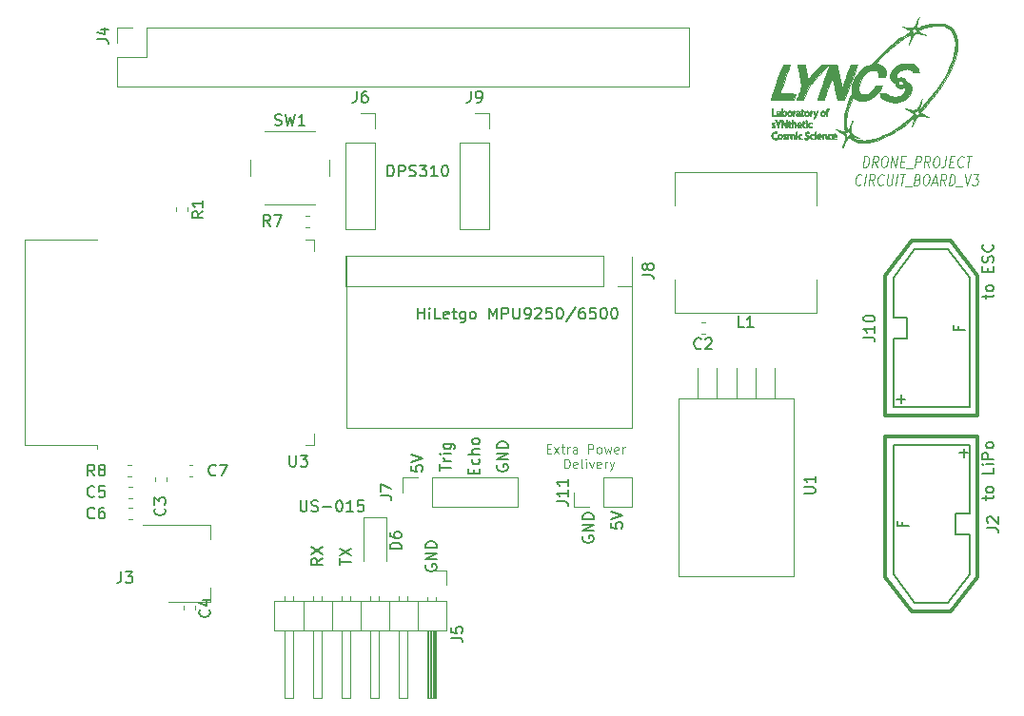
<source format=gbr>
G04 #@! TF.GenerationSoftware,KiCad,Pcbnew,5.1.4+dfsg1-1*
G04 #@! TF.CreationDate,2019-12-03T12:49:09+09:00*
G04 #@! TF.ProjectId,Drone,44726f6e-652e-46b6-9963-61645f706362,rev?*
G04 #@! TF.SameCoordinates,Original*
G04 #@! TF.FileFunction,Legend,Top*
G04 #@! TF.FilePolarity,Positive*
%FSLAX46Y46*%
G04 Gerber Fmt 4.6, Leading zero omitted, Abs format (unit mm)*
G04 Created by KiCad (PCBNEW 5.1.4+dfsg1-1) date 2019-12-03 12:49:09*
%MOMM*%
%LPD*%
G04 APERTURE LIST*
%ADD10C,0.150000*%
%ADD11C,0.120000*%
%ADD12C,0.100000*%
%ADD13C,0.010000*%
%ADD14C,0.300000*%
%ADD15C,0.200000*%
G04 APERTURE END LIST*
D10*
X118562380Y-122086666D02*
X118086190Y-122420000D01*
X118562380Y-122658095D02*
X117562380Y-122658095D01*
X117562380Y-122277142D01*
X117610000Y-122181904D01*
X117657619Y-122134285D01*
X117752857Y-122086666D01*
X117895714Y-122086666D01*
X117990952Y-122134285D01*
X118038571Y-122181904D01*
X118086190Y-122277142D01*
X118086190Y-122658095D01*
X117562380Y-121753333D02*
X118562380Y-121086666D01*
X117562380Y-121086666D02*
X118562380Y-121753333D01*
X120102380Y-122681904D02*
X120102380Y-122110476D01*
X121102380Y-122396190D02*
X120102380Y-122396190D01*
X120102380Y-121872380D02*
X121102380Y-121205714D01*
X120102380Y-121205714D02*
X121102380Y-121872380D01*
X127770000Y-122681904D02*
X127722380Y-122777142D01*
X127722380Y-122920000D01*
X127770000Y-123062857D01*
X127865238Y-123158095D01*
X127960476Y-123205714D01*
X128150952Y-123253333D01*
X128293809Y-123253333D01*
X128484285Y-123205714D01*
X128579523Y-123158095D01*
X128674761Y-123062857D01*
X128722380Y-122920000D01*
X128722380Y-122824761D01*
X128674761Y-122681904D01*
X128627142Y-122634285D01*
X128293809Y-122634285D01*
X128293809Y-122824761D01*
X128722380Y-122205714D02*
X127722380Y-122205714D01*
X128722380Y-121634285D01*
X127722380Y-121634285D01*
X128722380Y-121158095D02*
X127722380Y-121158095D01*
X127722380Y-120920000D01*
X127770000Y-120777142D01*
X127865238Y-120681904D01*
X127960476Y-120634285D01*
X128150952Y-120586666D01*
X128293809Y-120586666D01*
X128484285Y-120634285D01*
X128579523Y-120681904D01*
X128674761Y-120777142D01*
X128722380Y-120920000D01*
X128722380Y-121158095D01*
X124333333Y-88082380D02*
X124333333Y-87082380D01*
X124571428Y-87082380D01*
X124714285Y-87130000D01*
X124809523Y-87225238D01*
X124857142Y-87320476D01*
X124904761Y-87510952D01*
X124904761Y-87653809D01*
X124857142Y-87844285D01*
X124809523Y-87939523D01*
X124714285Y-88034761D01*
X124571428Y-88082380D01*
X124333333Y-88082380D01*
X125333333Y-88082380D02*
X125333333Y-87082380D01*
X125714285Y-87082380D01*
X125809523Y-87130000D01*
X125857142Y-87177619D01*
X125904761Y-87272857D01*
X125904761Y-87415714D01*
X125857142Y-87510952D01*
X125809523Y-87558571D01*
X125714285Y-87606190D01*
X125333333Y-87606190D01*
X126285714Y-88034761D02*
X126428571Y-88082380D01*
X126666666Y-88082380D01*
X126761904Y-88034761D01*
X126809523Y-87987142D01*
X126857142Y-87891904D01*
X126857142Y-87796666D01*
X126809523Y-87701428D01*
X126761904Y-87653809D01*
X126666666Y-87606190D01*
X126476190Y-87558571D01*
X126380952Y-87510952D01*
X126333333Y-87463333D01*
X126285714Y-87368095D01*
X126285714Y-87272857D01*
X126333333Y-87177619D01*
X126380952Y-87130000D01*
X126476190Y-87082380D01*
X126714285Y-87082380D01*
X126857142Y-87130000D01*
X127190476Y-87082380D02*
X127809523Y-87082380D01*
X127476190Y-87463333D01*
X127619047Y-87463333D01*
X127714285Y-87510952D01*
X127761904Y-87558571D01*
X127809523Y-87653809D01*
X127809523Y-87891904D01*
X127761904Y-87987142D01*
X127714285Y-88034761D01*
X127619047Y-88082380D01*
X127333333Y-88082380D01*
X127238095Y-88034761D01*
X127190476Y-87987142D01*
X128761904Y-88082380D02*
X128190476Y-88082380D01*
X128476190Y-88082380D02*
X128476190Y-87082380D01*
X128380952Y-87225238D01*
X128285714Y-87320476D01*
X128190476Y-87368095D01*
X129380952Y-87082380D02*
X129476190Y-87082380D01*
X129571428Y-87130000D01*
X129619047Y-87177619D01*
X129666666Y-87272857D01*
X129714285Y-87463333D01*
X129714285Y-87701428D01*
X129666666Y-87891904D01*
X129619047Y-87987142D01*
X129571428Y-88034761D01*
X129476190Y-88082380D01*
X129380952Y-88082380D01*
X129285714Y-88034761D01*
X129238095Y-87987142D01*
X129190476Y-87891904D01*
X129142857Y-87701428D01*
X129142857Y-87463333D01*
X129190476Y-87272857D01*
X129238095Y-87177619D01*
X129285714Y-87130000D01*
X129380952Y-87082380D01*
X177585714Y-116919047D02*
X177585714Y-116538095D01*
X177252380Y-116776190D02*
X178109523Y-116776190D01*
X178204761Y-116728571D01*
X178252380Y-116633333D01*
X178252380Y-116538095D01*
X178252380Y-116061904D02*
X178204761Y-116157142D01*
X178157142Y-116204761D01*
X178061904Y-116252380D01*
X177776190Y-116252380D01*
X177680952Y-116204761D01*
X177633333Y-116157142D01*
X177585714Y-116061904D01*
X177585714Y-115919047D01*
X177633333Y-115823809D01*
X177680952Y-115776190D01*
X177776190Y-115728571D01*
X178061904Y-115728571D01*
X178157142Y-115776190D01*
X178204761Y-115823809D01*
X178252380Y-115919047D01*
X178252380Y-116061904D01*
X178252380Y-114061904D02*
X178252380Y-114538095D01*
X177252380Y-114538095D01*
X178252380Y-113728571D02*
X177585714Y-113728571D01*
X177252380Y-113728571D02*
X177300000Y-113776190D01*
X177347619Y-113728571D01*
X177300000Y-113680952D01*
X177252380Y-113728571D01*
X177347619Y-113728571D01*
X178252380Y-113252380D02*
X177252380Y-113252380D01*
X177252380Y-112871428D01*
X177300000Y-112776190D01*
X177347619Y-112728571D01*
X177442857Y-112680952D01*
X177585714Y-112680952D01*
X177680952Y-112728571D01*
X177728571Y-112776190D01*
X177776190Y-112871428D01*
X177776190Y-113252380D01*
X178252380Y-112109523D02*
X178204761Y-112204761D01*
X178157142Y-112252380D01*
X178061904Y-112300000D01*
X177776190Y-112300000D01*
X177680952Y-112252380D01*
X177633333Y-112204761D01*
X177585714Y-112109523D01*
X177585714Y-111966666D01*
X177633333Y-111871428D01*
X177680952Y-111823809D01*
X177776190Y-111776190D01*
X178061904Y-111776190D01*
X178157142Y-111823809D01*
X178204761Y-111871428D01*
X178252380Y-111966666D01*
X178252380Y-112109523D01*
X177585714Y-98972380D02*
X177585714Y-98591428D01*
X177252380Y-98829523D02*
X178109523Y-98829523D01*
X178204761Y-98781904D01*
X178252380Y-98686666D01*
X178252380Y-98591428D01*
X178252380Y-98115238D02*
X178204761Y-98210476D01*
X178157142Y-98258095D01*
X178061904Y-98305714D01*
X177776190Y-98305714D01*
X177680952Y-98258095D01*
X177633333Y-98210476D01*
X177585714Y-98115238D01*
X177585714Y-97972380D01*
X177633333Y-97877142D01*
X177680952Y-97829523D01*
X177776190Y-97781904D01*
X178061904Y-97781904D01*
X178157142Y-97829523D01*
X178204761Y-97877142D01*
X178252380Y-97972380D01*
X178252380Y-98115238D01*
X177728571Y-96591428D02*
X177728571Y-96258095D01*
X178252380Y-96115238D02*
X178252380Y-96591428D01*
X177252380Y-96591428D01*
X177252380Y-96115238D01*
X178204761Y-95734285D02*
X178252380Y-95591428D01*
X178252380Y-95353333D01*
X178204761Y-95258095D01*
X178157142Y-95210476D01*
X178061904Y-95162857D01*
X177966666Y-95162857D01*
X177871428Y-95210476D01*
X177823809Y-95258095D01*
X177776190Y-95353333D01*
X177728571Y-95543809D01*
X177680952Y-95639047D01*
X177633333Y-95686666D01*
X177538095Y-95734285D01*
X177442857Y-95734285D01*
X177347619Y-95686666D01*
X177300000Y-95639047D01*
X177252380Y-95543809D01*
X177252380Y-95305714D01*
X177300000Y-95162857D01*
X178157142Y-94162857D02*
X178204761Y-94210476D01*
X178252380Y-94353333D01*
X178252380Y-94448571D01*
X178204761Y-94591428D01*
X178109523Y-94686666D01*
X178014285Y-94734285D01*
X177823809Y-94781904D01*
X177680952Y-94781904D01*
X177490476Y-94734285D01*
X177395238Y-94686666D01*
X177300000Y-94591428D01*
X177252380Y-94448571D01*
X177252380Y-94353333D01*
X177300000Y-94210476D01*
X177347619Y-94162857D01*
D11*
X166647690Y-87272380D02*
X166772690Y-86272380D01*
X166963166Y-86272380D01*
X167071500Y-86320000D01*
X167135785Y-86415238D01*
X167161976Y-86510476D01*
X167176261Y-86700952D01*
X167158404Y-86843809D01*
X167096500Y-87034285D01*
X167046500Y-87129523D01*
X166958404Y-87224761D01*
X166838166Y-87272380D01*
X166647690Y-87272380D01*
X167904833Y-87272380D02*
X167697690Y-86796190D01*
X167447690Y-87272380D02*
X167572690Y-86272380D01*
X167877452Y-86272380D01*
X167947690Y-86320000D01*
X167979833Y-86367619D01*
X168006023Y-86462857D01*
X167988166Y-86605714D01*
X167938166Y-86700952D01*
X167894119Y-86748571D01*
X167811976Y-86796190D01*
X167507214Y-86796190D01*
X168525071Y-86272380D02*
X168677452Y-86272380D01*
X168747690Y-86320000D01*
X168811976Y-86415238D01*
X168826261Y-86605714D01*
X168784595Y-86939047D01*
X168722690Y-87129523D01*
X168634595Y-87224761D01*
X168552452Y-87272380D01*
X168400071Y-87272380D01*
X168329833Y-87224761D01*
X168265547Y-87129523D01*
X168251261Y-86939047D01*
X168292928Y-86605714D01*
X168354833Y-86415238D01*
X168442928Y-86320000D01*
X168525071Y-86272380D01*
X169085785Y-87272380D02*
X169210785Y-86272380D01*
X169542928Y-87272380D01*
X169667928Y-86272380D01*
X169989357Y-86748571D02*
X170256023Y-86748571D01*
X170304833Y-87272380D02*
X169923880Y-87272380D01*
X170048880Y-86272380D01*
X170429833Y-86272380D01*
X170445309Y-87367619D02*
X171054833Y-87367619D01*
X171257214Y-87272380D02*
X171382214Y-86272380D01*
X171686976Y-86272380D01*
X171757214Y-86320000D01*
X171789357Y-86367619D01*
X171815547Y-86462857D01*
X171797690Y-86605714D01*
X171747690Y-86700952D01*
X171703642Y-86748571D01*
X171621500Y-86796190D01*
X171316738Y-86796190D01*
X172514357Y-87272380D02*
X172307214Y-86796190D01*
X172057214Y-87272380D02*
X172182214Y-86272380D01*
X172486976Y-86272380D01*
X172557214Y-86320000D01*
X172589357Y-86367619D01*
X172615547Y-86462857D01*
X172597690Y-86605714D01*
X172547690Y-86700952D01*
X172503642Y-86748571D01*
X172421500Y-86796190D01*
X172116738Y-86796190D01*
X173134595Y-86272380D02*
X173286976Y-86272380D01*
X173357214Y-86320000D01*
X173421500Y-86415238D01*
X173435785Y-86605714D01*
X173394119Y-86939047D01*
X173332214Y-87129523D01*
X173244119Y-87224761D01*
X173161976Y-87272380D01*
X173009595Y-87272380D01*
X172939357Y-87224761D01*
X172875071Y-87129523D01*
X172860785Y-86939047D01*
X172902452Y-86605714D01*
X172964357Y-86415238D01*
X173052452Y-86320000D01*
X173134595Y-86272380D01*
X174048880Y-86272380D02*
X173959595Y-86986666D01*
X173903642Y-87129523D01*
X173815547Y-87224761D01*
X173695309Y-87272380D01*
X173619119Y-87272380D01*
X174370309Y-86748571D02*
X174636976Y-86748571D01*
X174685785Y-87272380D02*
X174304833Y-87272380D01*
X174429833Y-86272380D01*
X174810785Y-86272380D01*
X175497690Y-87177142D02*
X175453642Y-87224761D01*
X175333404Y-87272380D01*
X175257214Y-87272380D01*
X175148880Y-87224761D01*
X175084595Y-87129523D01*
X175058404Y-87034285D01*
X175044119Y-86843809D01*
X175061976Y-86700952D01*
X175123880Y-86510476D01*
X175173880Y-86415238D01*
X175261976Y-86320000D01*
X175382214Y-86272380D01*
X175458404Y-86272380D01*
X175566738Y-86320000D01*
X175598880Y-86367619D01*
X175839357Y-86272380D02*
X176296500Y-86272380D01*
X175942928Y-87272380D02*
X176067928Y-86272380D01*
X166411976Y-88797142D02*
X166367928Y-88844761D01*
X166247690Y-88892380D01*
X166171500Y-88892380D01*
X166063166Y-88844761D01*
X165998880Y-88749523D01*
X165972690Y-88654285D01*
X165958404Y-88463809D01*
X165976261Y-88320952D01*
X166038166Y-88130476D01*
X166088166Y-88035238D01*
X166176261Y-87940000D01*
X166296500Y-87892380D01*
X166372690Y-87892380D01*
X166481023Y-87940000D01*
X166513166Y-87987619D01*
X166742928Y-88892380D02*
X166867928Y-87892380D01*
X167581023Y-88892380D02*
X167373880Y-88416190D01*
X167123880Y-88892380D02*
X167248880Y-87892380D01*
X167553642Y-87892380D01*
X167623880Y-87940000D01*
X167656023Y-87987619D01*
X167682214Y-88082857D01*
X167664357Y-88225714D01*
X167614357Y-88320952D01*
X167570309Y-88368571D01*
X167488166Y-88416190D01*
X167183404Y-88416190D01*
X168392928Y-88797142D02*
X168348880Y-88844761D01*
X168228642Y-88892380D01*
X168152452Y-88892380D01*
X168044119Y-88844761D01*
X167979833Y-88749523D01*
X167953642Y-88654285D01*
X167939357Y-88463809D01*
X167957214Y-88320952D01*
X168019119Y-88130476D01*
X168069119Y-88035238D01*
X168157214Y-87940000D01*
X168277452Y-87892380D01*
X168353642Y-87892380D01*
X168461976Y-87940000D01*
X168494119Y-87987619D01*
X168848880Y-87892380D02*
X168747690Y-88701904D01*
X168773880Y-88797142D01*
X168806023Y-88844761D01*
X168876261Y-88892380D01*
X169028642Y-88892380D01*
X169110785Y-88844761D01*
X169154833Y-88797142D01*
X169204833Y-88701904D01*
X169306023Y-87892380D01*
X169561976Y-88892380D02*
X169686976Y-87892380D01*
X169953642Y-87892380D02*
X170410785Y-87892380D01*
X170057214Y-88892380D02*
X170182214Y-87892380D01*
X170350071Y-88987619D02*
X170959595Y-88987619D01*
X171494119Y-88368571D02*
X171602452Y-88416190D01*
X171634595Y-88463809D01*
X171660785Y-88559047D01*
X171642928Y-88701904D01*
X171592928Y-88797142D01*
X171548880Y-88844761D01*
X171466738Y-88892380D01*
X171161976Y-88892380D01*
X171286976Y-87892380D01*
X171553642Y-87892380D01*
X171623880Y-87940000D01*
X171656023Y-87987619D01*
X171682214Y-88082857D01*
X171670309Y-88178095D01*
X171620309Y-88273333D01*
X171576261Y-88320952D01*
X171494119Y-88368571D01*
X171227452Y-88368571D01*
X172239357Y-87892380D02*
X172391738Y-87892380D01*
X172461976Y-87940000D01*
X172526261Y-88035238D01*
X172540547Y-88225714D01*
X172498880Y-88559047D01*
X172436976Y-88749523D01*
X172348880Y-88844761D01*
X172266738Y-88892380D01*
X172114357Y-88892380D01*
X172044119Y-88844761D01*
X171979833Y-88749523D01*
X171965547Y-88559047D01*
X172007214Y-88225714D01*
X172069119Y-88035238D01*
X172157214Y-87940000D01*
X172239357Y-87892380D01*
X172797690Y-88606666D02*
X173178642Y-88606666D01*
X172685785Y-88892380D02*
X173077452Y-87892380D01*
X173219119Y-88892380D01*
X173942928Y-88892380D02*
X173735785Y-88416190D01*
X173485785Y-88892380D02*
X173610785Y-87892380D01*
X173915547Y-87892380D01*
X173985785Y-87940000D01*
X174017928Y-87987619D01*
X174044119Y-88082857D01*
X174026261Y-88225714D01*
X173976261Y-88320952D01*
X173932214Y-88368571D01*
X173850071Y-88416190D01*
X173545309Y-88416190D01*
X174285785Y-88892380D02*
X174410785Y-87892380D01*
X174601261Y-87892380D01*
X174709595Y-87940000D01*
X174773880Y-88035238D01*
X174800071Y-88130476D01*
X174814357Y-88320952D01*
X174796500Y-88463809D01*
X174734595Y-88654285D01*
X174684595Y-88749523D01*
X174596500Y-88844761D01*
X174476261Y-88892380D01*
X174285785Y-88892380D01*
X174883404Y-88987619D02*
X175492928Y-88987619D01*
X175706023Y-87892380D02*
X175847690Y-88892380D01*
X176239357Y-87892380D01*
X176429833Y-87892380D02*
X176925071Y-87892380D01*
X176610785Y-88273333D01*
X176725071Y-88273333D01*
X176795309Y-88320952D01*
X176827452Y-88368571D01*
X176853642Y-88463809D01*
X176823880Y-88701904D01*
X176773880Y-88797142D01*
X176729833Y-88844761D01*
X176647690Y-88892380D01*
X176419119Y-88892380D01*
X176348880Y-88844761D01*
X176316738Y-88797142D01*
D12*
X138525714Y-112322857D02*
X138792380Y-112322857D01*
X138906666Y-112741904D02*
X138525714Y-112741904D01*
X138525714Y-111941904D01*
X138906666Y-111941904D01*
X139173333Y-112741904D02*
X139592380Y-112208571D01*
X139173333Y-112208571D02*
X139592380Y-112741904D01*
X139782857Y-112208571D02*
X140087619Y-112208571D01*
X139897142Y-111941904D02*
X139897142Y-112627619D01*
X139935238Y-112703809D01*
X140011428Y-112741904D01*
X140087619Y-112741904D01*
X140354285Y-112741904D02*
X140354285Y-112208571D01*
X140354285Y-112360952D02*
X140392380Y-112284761D01*
X140430476Y-112246666D01*
X140506666Y-112208571D01*
X140582857Y-112208571D01*
X141192380Y-112741904D02*
X141192380Y-112322857D01*
X141154285Y-112246666D01*
X141078095Y-112208571D01*
X140925714Y-112208571D01*
X140849523Y-112246666D01*
X141192380Y-112703809D02*
X141116190Y-112741904D01*
X140925714Y-112741904D01*
X140849523Y-112703809D01*
X140811428Y-112627619D01*
X140811428Y-112551428D01*
X140849523Y-112475238D01*
X140925714Y-112437142D01*
X141116190Y-112437142D01*
X141192380Y-112399047D01*
X142182857Y-112741904D02*
X142182857Y-111941904D01*
X142487619Y-111941904D01*
X142563809Y-111980000D01*
X142601904Y-112018095D01*
X142640000Y-112094285D01*
X142640000Y-112208571D01*
X142601904Y-112284761D01*
X142563809Y-112322857D01*
X142487619Y-112360952D01*
X142182857Y-112360952D01*
X143097142Y-112741904D02*
X143020952Y-112703809D01*
X142982857Y-112665714D01*
X142944761Y-112589523D01*
X142944761Y-112360952D01*
X142982857Y-112284761D01*
X143020952Y-112246666D01*
X143097142Y-112208571D01*
X143211428Y-112208571D01*
X143287619Y-112246666D01*
X143325714Y-112284761D01*
X143363809Y-112360952D01*
X143363809Y-112589523D01*
X143325714Y-112665714D01*
X143287619Y-112703809D01*
X143211428Y-112741904D01*
X143097142Y-112741904D01*
X143630476Y-112208571D02*
X143782857Y-112741904D01*
X143935238Y-112360952D01*
X144087619Y-112741904D01*
X144240000Y-112208571D01*
X144849523Y-112703809D02*
X144773333Y-112741904D01*
X144620952Y-112741904D01*
X144544761Y-112703809D01*
X144506666Y-112627619D01*
X144506666Y-112322857D01*
X144544761Y-112246666D01*
X144620952Y-112208571D01*
X144773333Y-112208571D01*
X144849523Y-112246666D01*
X144887619Y-112322857D01*
X144887619Y-112399047D01*
X144506666Y-112475238D01*
X145230476Y-112741904D02*
X145230476Y-112208571D01*
X145230476Y-112360952D02*
X145268571Y-112284761D01*
X145306666Y-112246666D01*
X145382857Y-112208571D01*
X145459047Y-112208571D01*
X140087619Y-114041904D02*
X140087619Y-113241904D01*
X140278095Y-113241904D01*
X140392380Y-113280000D01*
X140468571Y-113356190D01*
X140506666Y-113432380D01*
X140544761Y-113584761D01*
X140544761Y-113699047D01*
X140506666Y-113851428D01*
X140468571Y-113927619D01*
X140392380Y-114003809D01*
X140278095Y-114041904D01*
X140087619Y-114041904D01*
X141192380Y-114003809D02*
X141116190Y-114041904D01*
X140963809Y-114041904D01*
X140887619Y-114003809D01*
X140849523Y-113927619D01*
X140849523Y-113622857D01*
X140887619Y-113546666D01*
X140963809Y-113508571D01*
X141116190Y-113508571D01*
X141192380Y-113546666D01*
X141230476Y-113622857D01*
X141230476Y-113699047D01*
X140849523Y-113775238D01*
X141687619Y-114041904D02*
X141611428Y-114003809D01*
X141573333Y-113927619D01*
X141573333Y-113241904D01*
X141992380Y-114041904D02*
X141992380Y-113508571D01*
X141992380Y-113241904D02*
X141954285Y-113280000D01*
X141992380Y-113318095D01*
X142030476Y-113280000D01*
X141992380Y-113241904D01*
X141992380Y-113318095D01*
X142297142Y-113508571D02*
X142487619Y-114041904D01*
X142678095Y-113508571D01*
X143287619Y-114003809D02*
X143211428Y-114041904D01*
X143059047Y-114041904D01*
X142982857Y-114003809D01*
X142944761Y-113927619D01*
X142944761Y-113622857D01*
X142982857Y-113546666D01*
X143059047Y-113508571D01*
X143211428Y-113508571D01*
X143287619Y-113546666D01*
X143325714Y-113622857D01*
X143325714Y-113699047D01*
X142944761Y-113775238D01*
X143668571Y-114041904D02*
X143668571Y-113508571D01*
X143668571Y-113660952D02*
X143706666Y-113584761D01*
X143744761Y-113546666D01*
X143820952Y-113508571D01*
X143897142Y-113508571D01*
X144087619Y-113508571D02*
X144278095Y-114041904D01*
X144468571Y-113508571D02*
X144278095Y-114041904D01*
X144201904Y-114232380D01*
X144163809Y-114270476D01*
X144087619Y-114308571D01*
D10*
X141740000Y-120141904D02*
X141692380Y-120237142D01*
X141692380Y-120380000D01*
X141740000Y-120522857D01*
X141835238Y-120618095D01*
X141930476Y-120665714D01*
X142120952Y-120713333D01*
X142263809Y-120713333D01*
X142454285Y-120665714D01*
X142549523Y-120618095D01*
X142644761Y-120522857D01*
X142692380Y-120380000D01*
X142692380Y-120284761D01*
X142644761Y-120141904D01*
X142597142Y-120094285D01*
X142263809Y-120094285D01*
X142263809Y-120284761D01*
X142692380Y-119665714D02*
X141692380Y-119665714D01*
X142692380Y-119094285D01*
X141692380Y-119094285D01*
X142692380Y-118618095D02*
X141692380Y-118618095D01*
X141692380Y-118380000D01*
X141740000Y-118237142D01*
X141835238Y-118141904D01*
X141930476Y-118094285D01*
X142120952Y-118046666D01*
X142263809Y-118046666D01*
X142454285Y-118094285D01*
X142549523Y-118141904D01*
X142644761Y-118237142D01*
X142692380Y-118380000D01*
X142692380Y-118618095D01*
X144232380Y-118935476D02*
X144232380Y-119411666D01*
X144708571Y-119459285D01*
X144660952Y-119411666D01*
X144613333Y-119316428D01*
X144613333Y-119078333D01*
X144660952Y-118983095D01*
X144708571Y-118935476D01*
X144803809Y-118887857D01*
X145041904Y-118887857D01*
X145137142Y-118935476D01*
X145184761Y-118983095D01*
X145232380Y-119078333D01*
X145232380Y-119316428D01*
X145184761Y-119411666D01*
X145137142Y-119459285D01*
X144232380Y-118602142D02*
X145232380Y-118268809D01*
X144232380Y-117935476D01*
X126452380Y-113855476D02*
X126452380Y-114331666D01*
X126928571Y-114379285D01*
X126880952Y-114331666D01*
X126833333Y-114236428D01*
X126833333Y-113998333D01*
X126880952Y-113903095D01*
X126928571Y-113855476D01*
X127023809Y-113807857D01*
X127261904Y-113807857D01*
X127357142Y-113855476D01*
X127404761Y-113903095D01*
X127452380Y-113998333D01*
X127452380Y-114236428D01*
X127404761Y-114331666D01*
X127357142Y-114379285D01*
X126452380Y-113522142D02*
X127452380Y-113188809D01*
X126452380Y-112855476D01*
X128992380Y-114315714D02*
X128992380Y-113744285D01*
X129992380Y-114030000D02*
X128992380Y-114030000D01*
X129992380Y-113410952D02*
X129325714Y-113410952D01*
X129516190Y-113410952D02*
X129420952Y-113363333D01*
X129373333Y-113315714D01*
X129325714Y-113220476D01*
X129325714Y-113125238D01*
X129992380Y-112791904D02*
X129325714Y-112791904D01*
X128992380Y-112791904D02*
X129040000Y-112839523D01*
X129087619Y-112791904D01*
X129040000Y-112744285D01*
X128992380Y-112791904D01*
X129087619Y-112791904D01*
X129325714Y-111887142D02*
X130135238Y-111887142D01*
X130230476Y-111934761D01*
X130278095Y-111982380D01*
X130325714Y-112077619D01*
X130325714Y-112220476D01*
X130278095Y-112315714D01*
X129944761Y-111887142D02*
X129992380Y-111982380D01*
X129992380Y-112172857D01*
X129944761Y-112268095D01*
X129897142Y-112315714D01*
X129801904Y-112363333D01*
X129516190Y-112363333D01*
X129420952Y-112315714D01*
X129373333Y-112268095D01*
X129325714Y-112172857D01*
X129325714Y-111982380D01*
X129373333Y-111887142D01*
X132008571Y-114577619D02*
X132008571Y-114244285D01*
X132532380Y-114101428D02*
X132532380Y-114577619D01*
X131532380Y-114577619D01*
X131532380Y-114101428D01*
X132484761Y-113244285D02*
X132532380Y-113339523D01*
X132532380Y-113530000D01*
X132484761Y-113625238D01*
X132437142Y-113672857D01*
X132341904Y-113720476D01*
X132056190Y-113720476D01*
X131960952Y-113672857D01*
X131913333Y-113625238D01*
X131865714Y-113530000D01*
X131865714Y-113339523D01*
X131913333Y-113244285D01*
X132532380Y-112815714D02*
X131532380Y-112815714D01*
X132532380Y-112387142D02*
X132008571Y-112387142D01*
X131913333Y-112434761D01*
X131865714Y-112530000D01*
X131865714Y-112672857D01*
X131913333Y-112768095D01*
X131960952Y-112815714D01*
X132532380Y-111768095D02*
X132484761Y-111863333D01*
X132437142Y-111910952D01*
X132341904Y-111958571D01*
X132056190Y-111958571D01*
X131960952Y-111910952D01*
X131913333Y-111863333D01*
X131865714Y-111768095D01*
X131865714Y-111625238D01*
X131913333Y-111530000D01*
X131960952Y-111482380D01*
X132056190Y-111434761D01*
X132341904Y-111434761D01*
X132437142Y-111482380D01*
X132484761Y-111530000D01*
X132532380Y-111625238D01*
X132532380Y-111768095D01*
X134120000Y-113791904D02*
X134072380Y-113887142D01*
X134072380Y-114030000D01*
X134120000Y-114172857D01*
X134215238Y-114268095D01*
X134310476Y-114315714D01*
X134500952Y-114363333D01*
X134643809Y-114363333D01*
X134834285Y-114315714D01*
X134929523Y-114268095D01*
X135024761Y-114172857D01*
X135072380Y-114030000D01*
X135072380Y-113934761D01*
X135024761Y-113791904D01*
X134977142Y-113744285D01*
X134643809Y-113744285D01*
X134643809Y-113934761D01*
X135072380Y-113315714D02*
X134072380Y-113315714D01*
X135072380Y-112744285D01*
X134072380Y-112744285D01*
X135072380Y-112268095D02*
X134072380Y-112268095D01*
X134072380Y-112030000D01*
X134120000Y-111887142D01*
X134215238Y-111791904D01*
X134310476Y-111744285D01*
X134500952Y-111696666D01*
X134643809Y-111696666D01*
X134834285Y-111744285D01*
X134929523Y-111791904D01*
X135024761Y-111887142D01*
X135072380Y-112030000D01*
X135072380Y-112268095D01*
X116570476Y-116927380D02*
X116570476Y-117736904D01*
X116618095Y-117832142D01*
X116665714Y-117879761D01*
X116760952Y-117927380D01*
X116951428Y-117927380D01*
X117046666Y-117879761D01*
X117094285Y-117832142D01*
X117141904Y-117736904D01*
X117141904Y-116927380D01*
X117570476Y-117879761D02*
X117713333Y-117927380D01*
X117951428Y-117927380D01*
X118046666Y-117879761D01*
X118094285Y-117832142D01*
X118141904Y-117736904D01*
X118141904Y-117641666D01*
X118094285Y-117546428D01*
X118046666Y-117498809D01*
X117951428Y-117451190D01*
X117760952Y-117403571D01*
X117665714Y-117355952D01*
X117618095Y-117308333D01*
X117570476Y-117213095D01*
X117570476Y-117117857D01*
X117618095Y-117022619D01*
X117665714Y-116975000D01*
X117760952Y-116927380D01*
X117999047Y-116927380D01*
X118141904Y-116975000D01*
X118570476Y-117546428D02*
X119332380Y-117546428D01*
X119999047Y-116927380D02*
X120094285Y-116927380D01*
X120189523Y-116975000D01*
X120237142Y-117022619D01*
X120284761Y-117117857D01*
X120332380Y-117308333D01*
X120332380Y-117546428D01*
X120284761Y-117736904D01*
X120237142Y-117832142D01*
X120189523Y-117879761D01*
X120094285Y-117927380D01*
X119999047Y-117927380D01*
X119903809Y-117879761D01*
X119856190Y-117832142D01*
X119808571Y-117736904D01*
X119760952Y-117546428D01*
X119760952Y-117308333D01*
X119808571Y-117117857D01*
X119856190Y-117022619D01*
X119903809Y-116975000D01*
X119999047Y-116927380D01*
X121284761Y-117927380D02*
X120713333Y-117927380D01*
X120999047Y-117927380D02*
X120999047Y-116927380D01*
X120903809Y-117070238D01*
X120808571Y-117165476D01*
X120713333Y-117213095D01*
X122189523Y-116927380D02*
X121713333Y-116927380D01*
X121665714Y-117403571D01*
X121713333Y-117355952D01*
X121808571Y-117308333D01*
X122046666Y-117308333D01*
X122141904Y-117355952D01*
X122189523Y-117403571D01*
X122237142Y-117498809D01*
X122237142Y-117736904D01*
X122189523Y-117832142D01*
X122141904Y-117879761D01*
X122046666Y-117927380D01*
X121808571Y-117927380D01*
X121713333Y-117879761D01*
X121665714Y-117832142D01*
D11*
X120650000Y-110490000D02*
X120650000Y-95250000D01*
X146050000Y-110490000D02*
X120650000Y-110490000D01*
X146050000Y-95250000D02*
X146050000Y-110490000D01*
D10*
X127032857Y-100782380D02*
X127032857Y-99782380D01*
X127032857Y-100258571D02*
X127604285Y-100258571D01*
X127604285Y-100782380D02*
X127604285Y-99782380D01*
X128080476Y-100782380D02*
X128080476Y-100115714D01*
X128080476Y-99782380D02*
X128032857Y-99830000D01*
X128080476Y-99877619D01*
X128128095Y-99830000D01*
X128080476Y-99782380D01*
X128080476Y-99877619D01*
X129032857Y-100782380D02*
X128556666Y-100782380D01*
X128556666Y-99782380D01*
X129747142Y-100734761D02*
X129651904Y-100782380D01*
X129461428Y-100782380D01*
X129366190Y-100734761D01*
X129318571Y-100639523D01*
X129318571Y-100258571D01*
X129366190Y-100163333D01*
X129461428Y-100115714D01*
X129651904Y-100115714D01*
X129747142Y-100163333D01*
X129794761Y-100258571D01*
X129794761Y-100353809D01*
X129318571Y-100449047D01*
X130080476Y-100115714D02*
X130461428Y-100115714D01*
X130223333Y-99782380D02*
X130223333Y-100639523D01*
X130270952Y-100734761D01*
X130366190Y-100782380D01*
X130461428Y-100782380D01*
X131223333Y-100115714D02*
X131223333Y-100925238D01*
X131175714Y-101020476D01*
X131128095Y-101068095D01*
X131032857Y-101115714D01*
X130890000Y-101115714D01*
X130794761Y-101068095D01*
X131223333Y-100734761D02*
X131128095Y-100782380D01*
X130937619Y-100782380D01*
X130842380Y-100734761D01*
X130794761Y-100687142D01*
X130747142Y-100591904D01*
X130747142Y-100306190D01*
X130794761Y-100210952D01*
X130842380Y-100163333D01*
X130937619Y-100115714D01*
X131128095Y-100115714D01*
X131223333Y-100163333D01*
X131842380Y-100782380D02*
X131747142Y-100734761D01*
X131699523Y-100687142D01*
X131651904Y-100591904D01*
X131651904Y-100306190D01*
X131699523Y-100210952D01*
X131747142Y-100163333D01*
X131842380Y-100115714D01*
X131985238Y-100115714D01*
X132080476Y-100163333D01*
X132128095Y-100210952D01*
X132175714Y-100306190D01*
X132175714Y-100591904D01*
X132128095Y-100687142D01*
X132080476Y-100734761D01*
X131985238Y-100782380D01*
X131842380Y-100782380D01*
X133366190Y-100782380D02*
X133366190Y-99782380D01*
X133699523Y-100496666D01*
X134032857Y-99782380D01*
X134032857Y-100782380D01*
X134509047Y-100782380D02*
X134509047Y-99782380D01*
X134890000Y-99782380D01*
X134985238Y-99830000D01*
X135032857Y-99877619D01*
X135080476Y-99972857D01*
X135080476Y-100115714D01*
X135032857Y-100210952D01*
X134985238Y-100258571D01*
X134890000Y-100306190D01*
X134509047Y-100306190D01*
X135509047Y-99782380D02*
X135509047Y-100591904D01*
X135556666Y-100687142D01*
X135604285Y-100734761D01*
X135699523Y-100782380D01*
X135890000Y-100782380D01*
X135985238Y-100734761D01*
X136032857Y-100687142D01*
X136080476Y-100591904D01*
X136080476Y-99782380D01*
X136604285Y-100782380D02*
X136794761Y-100782380D01*
X136890000Y-100734761D01*
X136937619Y-100687142D01*
X137032857Y-100544285D01*
X137080476Y-100353809D01*
X137080476Y-99972857D01*
X137032857Y-99877619D01*
X136985238Y-99830000D01*
X136890000Y-99782380D01*
X136699523Y-99782380D01*
X136604285Y-99830000D01*
X136556666Y-99877619D01*
X136509047Y-99972857D01*
X136509047Y-100210952D01*
X136556666Y-100306190D01*
X136604285Y-100353809D01*
X136699523Y-100401428D01*
X136890000Y-100401428D01*
X136985238Y-100353809D01*
X137032857Y-100306190D01*
X137080476Y-100210952D01*
X137461428Y-99877619D02*
X137509047Y-99830000D01*
X137604285Y-99782380D01*
X137842380Y-99782380D01*
X137937619Y-99830000D01*
X137985238Y-99877619D01*
X138032857Y-99972857D01*
X138032857Y-100068095D01*
X137985238Y-100210952D01*
X137413809Y-100782380D01*
X138032857Y-100782380D01*
X138937619Y-99782380D02*
X138461428Y-99782380D01*
X138413809Y-100258571D01*
X138461428Y-100210952D01*
X138556666Y-100163333D01*
X138794761Y-100163333D01*
X138890000Y-100210952D01*
X138937619Y-100258571D01*
X138985238Y-100353809D01*
X138985238Y-100591904D01*
X138937619Y-100687142D01*
X138890000Y-100734761D01*
X138794761Y-100782380D01*
X138556666Y-100782380D01*
X138461428Y-100734761D01*
X138413809Y-100687142D01*
X139604285Y-99782380D02*
X139699523Y-99782380D01*
X139794761Y-99830000D01*
X139842380Y-99877619D01*
X139890000Y-99972857D01*
X139937619Y-100163333D01*
X139937619Y-100401428D01*
X139890000Y-100591904D01*
X139842380Y-100687142D01*
X139794761Y-100734761D01*
X139699523Y-100782380D01*
X139604285Y-100782380D01*
X139509047Y-100734761D01*
X139461428Y-100687142D01*
X139413809Y-100591904D01*
X139366190Y-100401428D01*
X139366190Y-100163333D01*
X139413809Y-99972857D01*
X139461428Y-99877619D01*
X139509047Y-99830000D01*
X139604285Y-99782380D01*
X141080476Y-99734761D02*
X140223333Y-101020476D01*
X141842380Y-99782380D02*
X141651904Y-99782380D01*
X141556666Y-99830000D01*
X141509047Y-99877619D01*
X141413809Y-100020476D01*
X141366190Y-100210952D01*
X141366190Y-100591904D01*
X141413809Y-100687142D01*
X141461428Y-100734761D01*
X141556666Y-100782380D01*
X141747142Y-100782380D01*
X141842380Y-100734761D01*
X141890000Y-100687142D01*
X141937619Y-100591904D01*
X141937619Y-100353809D01*
X141890000Y-100258571D01*
X141842380Y-100210952D01*
X141747142Y-100163333D01*
X141556666Y-100163333D01*
X141461428Y-100210952D01*
X141413809Y-100258571D01*
X141366190Y-100353809D01*
X142842380Y-99782380D02*
X142366190Y-99782380D01*
X142318571Y-100258571D01*
X142366190Y-100210952D01*
X142461428Y-100163333D01*
X142699523Y-100163333D01*
X142794761Y-100210952D01*
X142842380Y-100258571D01*
X142890000Y-100353809D01*
X142890000Y-100591904D01*
X142842380Y-100687142D01*
X142794761Y-100734761D01*
X142699523Y-100782380D01*
X142461428Y-100782380D01*
X142366190Y-100734761D01*
X142318571Y-100687142D01*
X143509047Y-99782380D02*
X143604285Y-99782380D01*
X143699523Y-99830000D01*
X143747142Y-99877619D01*
X143794761Y-99972857D01*
X143842380Y-100163333D01*
X143842380Y-100401428D01*
X143794761Y-100591904D01*
X143747142Y-100687142D01*
X143699523Y-100734761D01*
X143604285Y-100782380D01*
X143509047Y-100782380D01*
X143413809Y-100734761D01*
X143366190Y-100687142D01*
X143318571Y-100591904D01*
X143270952Y-100401428D01*
X143270952Y-100163333D01*
X143318571Y-99972857D01*
X143366190Y-99877619D01*
X143413809Y-99830000D01*
X143509047Y-99782380D01*
X144461428Y-99782380D02*
X144556666Y-99782380D01*
X144651904Y-99830000D01*
X144699523Y-99877619D01*
X144747142Y-99972857D01*
X144794761Y-100163333D01*
X144794761Y-100401428D01*
X144747142Y-100591904D01*
X144699523Y-100687142D01*
X144651904Y-100734761D01*
X144556666Y-100782380D01*
X144461428Y-100782380D01*
X144366190Y-100734761D01*
X144318571Y-100687142D01*
X144270952Y-100591904D01*
X144223333Y-100401428D01*
X144223333Y-100163333D01*
X144270952Y-99972857D01*
X144318571Y-99877619D01*
X144366190Y-99830000D01*
X144461428Y-99782380D01*
D11*
X113395000Y-90590000D02*
X117895000Y-90590000D01*
X112145000Y-86590000D02*
X112145000Y-88090000D01*
X117895000Y-84090000D02*
X113395000Y-84090000D01*
X119145000Y-88090000D02*
X119145000Y-86590000D01*
X98505000Y-111990000D02*
X98505000Y-112370000D01*
X92085000Y-111990000D02*
X98505000Y-111990000D01*
X92085000Y-93750000D02*
X98505000Y-93750000D01*
X92085000Y-111990000D02*
X92085000Y-93750000D01*
X117830000Y-93750000D02*
X117830000Y-94750000D01*
X117050000Y-93750000D02*
X117830000Y-93750000D01*
X117830000Y-111990000D02*
X117830000Y-110990000D01*
X117050000Y-111990000D02*
X117830000Y-111990000D01*
X101531267Y-113790000D02*
X101188733Y-113790000D01*
X101531267Y-114810000D02*
X101188733Y-114810000D01*
X101284721Y-118620000D02*
X101610279Y-118620000D01*
X101284721Y-117600000D02*
X101610279Y-117600000D01*
X101284721Y-115695000D02*
X101610279Y-115695000D01*
X101284721Y-116715000D02*
X101610279Y-116715000D01*
X106669721Y-114810000D02*
X106995279Y-114810000D01*
X106669721Y-113790000D02*
X106995279Y-113790000D01*
X103630000Y-115250279D02*
X103630000Y-114924721D01*
X104650000Y-115250279D02*
X104650000Y-114924721D01*
X130750000Y-85090000D02*
X133410000Y-85090000D01*
X130750000Y-85090000D02*
X130750000Y-92770000D01*
X130750000Y-92770000D02*
X133410000Y-92770000D01*
X133410000Y-85090000D02*
X133410000Y-92770000D01*
X133410000Y-82490000D02*
X133410000Y-83820000D01*
X132080000Y-82490000D02*
X133410000Y-82490000D01*
X120590000Y-85090000D02*
X123250000Y-85090000D01*
X120590000Y-85090000D02*
X120590000Y-92770000D01*
X120590000Y-92770000D02*
X123250000Y-92770000D01*
X123250000Y-85090000D02*
X123250000Y-92770000D01*
X123250000Y-82490000D02*
X123250000Y-83820000D01*
X121920000Y-82490000D02*
X123250000Y-82490000D01*
X117406267Y-91565000D02*
X117063733Y-91565000D01*
X117406267Y-92585000D02*
X117063733Y-92585000D01*
X129540000Y-123190000D02*
X129540000Y-124460000D01*
X128270000Y-123190000D02*
X129540000Y-123190000D01*
X115190000Y-125502929D02*
X115190000Y-125900000D01*
X115950000Y-125502929D02*
X115950000Y-125900000D01*
X115190000Y-134560000D02*
X115190000Y-128560000D01*
X115950000Y-134560000D02*
X115190000Y-134560000D01*
X115950000Y-128560000D02*
X115950000Y-134560000D01*
X116840000Y-125900000D02*
X116840000Y-128560000D01*
X117730000Y-125502929D02*
X117730000Y-125900000D01*
X118490000Y-125502929D02*
X118490000Y-125900000D01*
X117730000Y-134560000D02*
X117730000Y-128560000D01*
X118490000Y-134560000D02*
X117730000Y-134560000D01*
X118490000Y-128560000D02*
X118490000Y-134560000D01*
X119380000Y-125900000D02*
X119380000Y-128560000D01*
X120270000Y-125502929D02*
X120270000Y-125900000D01*
X121030000Y-125502929D02*
X121030000Y-125900000D01*
X120270000Y-134560000D02*
X120270000Y-128560000D01*
X121030000Y-134560000D02*
X120270000Y-134560000D01*
X121030000Y-128560000D02*
X121030000Y-134560000D01*
X121920000Y-125900000D02*
X121920000Y-128560000D01*
X122810000Y-125502929D02*
X122810000Y-125900000D01*
X123570000Y-125502929D02*
X123570000Y-125900000D01*
X122810000Y-134560000D02*
X122810000Y-128560000D01*
X123570000Y-134560000D02*
X122810000Y-134560000D01*
X123570000Y-128560000D02*
X123570000Y-134560000D01*
X124460000Y-125900000D02*
X124460000Y-128560000D01*
X125350000Y-125502929D02*
X125350000Y-125900000D01*
X126110000Y-125502929D02*
X126110000Y-125900000D01*
X125350000Y-134560000D02*
X125350000Y-128560000D01*
X126110000Y-134560000D02*
X125350000Y-134560000D01*
X126110000Y-128560000D02*
X126110000Y-134560000D01*
X127000000Y-125900000D02*
X127000000Y-128560000D01*
X127890000Y-125570000D02*
X127890000Y-125900000D01*
X128650000Y-125570000D02*
X128650000Y-125900000D01*
X127990000Y-128560000D02*
X127990000Y-134560000D01*
X128110000Y-128560000D02*
X128110000Y-134560000D01*
X128230000Y-128560000D02*
X128230000Y-134560000D01*
X128350000Y-128560000D02*
X128350000Y-134560000D01*
X128470000Y-128560000D02*
X128470000Y-134560000D01*
X128590000Y-128560000D02*
X128590000Y-134560000D01*
X127890000Y-134560000D02*
X127890000Y-128560000D01*
X128650000Y-134560000D02*
X127890000Y-134560000D01*
X128650000Y-128560000D02*
X128650000Y-134560000D01*
X129600000Y-128560000D02*
X129600000Y-125900000D01*
X114240000Y-128560000D02*
X129600000Y-128560000D01*
X114240000Y-125900000D02*
X114240000Y-128560000D01*
X129600000Y-125900000D02*
X114240000Y-125900000D01*
X102580000Y-119145000D02*
X108590000Y-119145000D01*
X104830000Y-125965000D02*
X108590000Y-125965000D01*
X108590000Y-119145000D02*
X108590000Y-120405000D01*
X108590000Y-125965000D02*
X108590000Y-124705000D01*
X124190000Y-118450000D02*
X124190000Y-122300000D01*
X122190000Y-118450000D02*
X122190000Y-122300000D01*
X124190000Y-118450000D02*
X122190000Y-118450000D01*
X106170000Y-126354721D02*
X106170000Y-126680279D01*
X107190000Y-126354721D02*
X107190000Y-126680279D01*
X151950000Y-107830000D02*
X151950000Y-105190000D01*
X153650000Y-107830000D02*
X153650000Y-105190000D01*
X155350000Y-107830000D02*
X155350000Y-105190000D01*
X157050000Y-107830000D02*
X157050000Y-105190000D01*
X158750000Y-107830000D02*
X158750000Y-105190000D01*
X150230000Y-123720000D02*
X150230000Y-107830000D01*
X160471000Y-123720000D02*
X160471000Y-107830000D01*
X160471000Y-123720000D02*
X150230000Y-123720000D01*
X160471000Y-107830000D02*
X150230000Y-107830000D01*
X149910000Y-100280000D02*
X149910000Y-97280000D01*
X162510000Y-100280000D02*
X149910000Y-100280000D01*
X162510000Y-97280000D02*
X162510000Y-100280000D01*
X162510000Y-87680000D02*
X162510000Y-90680000D01*
X149910000Y-87680000D02*
X162510000Y-87680000D01*
X149910000Y-90680000D02*
X149910000Y-87680000D01*
X152562779Y-101090000D02*
X152237221Y-101090000D01*
X152562779Y-102110000D02*
X152237221Y-102110000D01*
D13*
G36*
X171881800Y-81216500D02*
G01*
X171869100Y-81229200D01*
X171856400Y-81216500D01*
X171869100Y-81203800D01*
X171881800Y-81216500D01*
X171881800Y-81216500D01*
G37*
X171881800Y-81216500D02*
X171869100Y-81229200D01*
X171856400Y-81216500D01*
X171869100Y-81203800D01*
X171881800Y-81216500D01*
G36*
X170773720Y-78046060D02*
G01*
X171012296Y-78097701D01*
X171214825Y-78184277D01*
X171372398Y-78297255D01*
X171489791Y-78429575D01*
X171562623Y-78577868D01*
X171590164Y-78696146D01*
X171608168Y-78816200D01*
X171056300Y-78815878D01*
X171013335Y-78740369D01*
X170935929Y-78652859D01*
X170821006Y-78586446D01*
X170677742Y-78542214D01*
X170515310Y-78521247D01*
X170342887Y-78524629D01*
X170169646Y-78553444D01*
X170004764Y-78608776D01*
X169982984Y-78618646D01*
X169868334Y-78687722D01*
X169764648Y-78778086D01*
X169678236Y-78880642D01*
X169615409Y-78986291D01*
X169582478Y-79085936D01*
X169585753Y-79170479D01*
X169590906Y-79183904D01*
X169633647Y-79244249D01*
X169682577Y-79287045D01*
X169734630Y-79312800D01*
X169787954Y-79312535D01*
X169839308Y-79298071D01*
X169973068Y-79277849D01*
X170111103Y-79297595D01*
X170239901Y-79352066D01*
X170345952Y-79436020D01*
X170403335Y-79516923D01*
X170459619Y-79591245D01*
X170554659Y-79676033D01*
X170626141Y-79728159D01*
X170777417Y-79849254D01*
X170878417Y-79971531D01*
X170918893Y-80043297D01*
X170941964Y-80107470D01*
X170952331Y-80183603D01*
X170954700Y-80288725D01*
X170952272Y-80390577D01*
X170941683Y-80470186D01*
X170917972Y-80547328D01*
X170876178Y-80641786D01*
X170855466Y-80684417D01*
X170723505Y-80897000D01*
X170553169Y-81082442D01*
X170350606Y-81238066D01*
X170121962Y-81361194D01*
X169873385Y-81449149D01*
X169611022Y-81499254D01*
X169341020Y-81508830D01*
X169069526Y-81475200D01*
X169049700Y-81470955D01*
X168800562Y-81399418D01*
X168587488Y-81301274D01*
X168445509Y-81207619D01*
X168293584Y-81073842D01*
X168189888Y-80939684D01*
X168135533Y-80806669D01*
X168130103Y-80776211D01*
X168115911Y-80670400D01*
X168417705Y-80670400D01*
X168719500Y-80670401D01*
X168790481Y-80759361D01*
X168898421Y-80856517D01*
X169041385Y-80929132D01*
X169209696Y-80976800D01*
X169393673Y-80999111D01*
X169583639Y-80995656D01*
X169769914Y-80966027D01*
X169942821Y-80909814D01*
X170092681Y-80826608D01*
X170108347Y-80815026D01*
X170233199Y-80703645D01*
X170328203Y-80585693D01*
X170389603Y-80468492D01*
X170413643Y-80359359D01*
X170396569Y-80265617D01*
X170393464Y-80259289D01*
X170351486Y-80195822D01*
X170303743Y-80172702D01*
X170235424Y-80185402D01*
X170198523Y-80199703D01*
X170050016Y-80237765D01*
X169901458Y-80233008D01*
X169763030Y-80188884D01*
X169644918Y-80108845D01*
X169557303Y-79996342D01*
X169548660Y-79979461D01*
X169516517Y-79905553D01*
X169496962Y-79846106D01*
X169494200Y-79828257D01*
X169473277Y-79790899D01*
X169432734Y-79763103D01*
X169799000Y-79763103D01*
X169799000Y-79763526D01*
X169819825Y-79854937D01*
X169874026Y-79919647D01*
X169949187Y-79952464D01*
X170032892Y-79948191D01*
X170112727Y-79901635D01*
X170117654Y-79896854D01*
X170170131Y-79814632D01*
X170175106Y-79727398D01*
X170132601Y-79645590D01*
X170117080Y-79629545D01*
X170034559Y-79580147D01*
X169949549Y-79573833D01*
X169873993Y-79605574D01*
X169819829Y-79670340D01*
X169799000Y-79763103D01*
X169432734Y-79763103D01*
X169425973Y-79758468D01*
X169283454Y-79667993D01*
X169163149Y-79541730D01*
X169098487Y-79436660D01*
X169060577Y-79350880D01*
X169042118Y-79278128D01*
X169038816Y-79194432D01*
X169042634Y-79124649D01*
X169080964Y-78930938D01*
X169164346Y-78742021D01*
X169287040Y-78563743D01*
X169443309Y-78401949D01*
X169627416Y-78262485D01*
X169833621Y-78151195D01*
X170056188Y-78073925D01*
X170079743Y-78068148D01*
X170180666Y-78050768D01*
X170310175Y-78037356D01*
X170446090Y-78029977D01*
X170498513Y-78029175D01*
X170773720Y-78046060D01*
X170773720Y-78046060D01*
G37*
X170773720Y-78046060D02*
X171012296Y-78097701D01*
X171214825Y-78184277D01*
X171372398Y-78297255D01*
X171489791Y-78429575D01*
X171562623Y-78577868D01*
X171590164Y-78696146D01*
X171608168Y-78816200D01*
X171056300Y-78815878D01*
X171013335Y-78740369D01*
X170935929Y-78652859D01*
X170821006Y-78586446D01*
X170677742Y-78542214D01*
X170515310Y-78521247D01*
X170342887Y-78524629D01*
X170169646Y-78553444D01*
X170004764Y-78608776D01*
X169982984Y-78618646D01*
X169868334Y-78687722D01*
X169764648Y-78778086D01*
X169678236Y-78880642D01*
X169615409Y-78986291D01*
X169582478Y-79085936D01*
X169585753Y-79170479D01*
X169590906Y-79183904D01*
X169633647Y-79244249D01*
X169682577Y-79287045D01*
X169734630Y-79312800D01*
X169787954Y-79312535D01*
X169839308Y-79298071D01*
X169973068Y-79277849D01*
X170111103Y-79297595D01*
X170239901Y-79352066D01*
X170345952Y-79436020D01*
X170403335Y-79516923D01*
X170459619Y-79591245D01*
X170554659Y-79676033D01*
X170626141Y-79728159D01*
X170777417Y-79849254D01*
X170878417Y-79971531D01*
X170918893Y-80043297D01*
X170941964Y-80107470D01*
X170952331Y-80183603D01*
X170954700Y-80288725D01*
X170952272Y-80390577D01*
X170941683Y-80470186D01*
X170917972Y-80547328D01*
X170876178Y-80641786D01*
X170855466Y-80684417D01*
X170723505Y-80897000D01*
X170553169Y-81082442D01*
X170350606Y-81238066D01*
X170121962Y-81361194D01*
X169873385Y-81449149D01*
X169611022Y-81499254D01*
X169341020Y-81508830D01*
X169069526Y-81475200D01*
X169049700Y-81470955D01*
X168800562Y-81399418D01*
X168587488Y-81301274D01*
X168445509Y-81207619D01*
X168293584Y-81073842D01*
X168189888Y-80939684D01*
X168135533Y-80806669D01*
X168130103Y-80776211D01*
X168115911Y-80670400D01*
X168417705Y-80670400D01*
X168719500Y-80670401D01*
X168790481Y-80759361D01*
X168898421Y-80856517D01*
X169041385Y-80929132D01*
X169209696Y-80976800D01*
X169393673Y-80999111D01*
X169583639Y-80995656D01*
X169769914Y-80966027D01*
X169942821Y-80909814D01*
X170092681Y-80826608D01*
X170108347Y-80815026D01*
X170233199Y-80703645D01*
X170328203Y-80585693D01*
X170389603Y-80468492D01*
X170413643Y-80359359D01*
X170396569Y-80265617D01*
X170393464Y-80259289D01*
X170351486Y-80195822D01*
X170303743Y-80172702D01*
X170235424Y-80185402D01*
X170198523Y-80199703D01*
X170050016Y-80237765D01*
X169901458Y-80233008D01*
X169763030Y-80188884D01*
X169644918Y-80108845D01*
X169557303Y-79996342D01*
X169548660Y-79979461D01*
X169516517Y-79905553D01*
X169496962Y-79846106D01*
X169494200Y-79828257D01*
X169473277Y-79790899D01*
X169432734Y-79763103D01*
X169799000Y-79763103D01*
X169799000Y-79763526D01*
X169819825Y-79854937D01*
X169874026Y-79919647D01*
X169949187Y-79952464D01*
X170032892Y-79948191D01*
X170112727Y-79901635D01*
X170117654Y-79896854D01*
X170170131Y-79814632D01*
X170175106Y-79727398D01*
X170132601Y-79645590D01*
X170117080Y-79629545D01*
X170034559Y-79580147D01*
X169949549Y-79573833D01*
X169873993Y-79605574D01*
X169819829Y-79670340D01*
X169799000Y-79763103D01*
X169432734Y-79763103D01*
X169425973Y-79758468D01*
X169283454Y-79667993D01*
X169163149Y-79541730D01*
X169098487Y-79436660D01*
X169060577Y-79350880D01*
X169042118Y-79278128D01*
X169038816Y-79194432D01*
X169042634Y-79124649D01*
X169080964Y-78930938D01*
X169164346Y-78742021D01*
X169287040Y-78563743D01*
X169443309Y-78401949D01*
X169627416Y-78262485D01*
X169833621Y-78151195D01*
X170056188Y-78073925D01*
X170079743Y-78068148D01*
X170180666Y-78050768D01*
X170310175Y-78037356D01*
X170446090Y-78029977D01*
X170498513Y-78029175D01*
X170773720Y-78046060D01*
G36*
X164330525Y-78250296D02*
G01*
X164358102Y-78382242D01*
X164391839Y-78540120D01*
X164430328Y-78717653D01*
X164472159Y-78908563D01*
X164515922Y-79106571D01*
X164560209Y-79305398D01*
X164603610Y-79498767D01*
X164644716Y-79680399D01*
X164682117Y-79844015D01*
X164714404Y-79983339D01*
X164740168Y-80092090D01*
X164757999Y-80163991D01*
X164766487Y-80192764D01*
X164766604Y-80192919D01*
X164778305Y-80173629D01*
X164805327Y-80111264D01*
X164845841Y-80010566D01*
X164898020Y-79876278D01*
X164960036Y-79713143D01*
X165030062Y-79525903D01*
X165106269Y-79319301D01*
X165160546Y-79170569D01*
X165538513Y-78130400D01*
X165827256Y-78130400D01*
X165941542Y-78131964D01*
X166034456Y-78136215D01*
X166095915Y-78142486D01*
X166116006Y-78149450D01*
X166107554Y-78176000D01*
X166083157Y-78246260D01*
X166044258Y-78356206D01*
X165992303Y-78501816D01*
X165928734Y-78679068D01*
X165854995Y-78883938D01*
X165772530Y-79112406D01*
X165682782Y-79360447D01*
X165587195Y-79624040D01*
X165550856Y-79724103D01*
X164985700Y-81279707D01*
X164679349Y-81279853D01*
X164372998Y-81280000D01*
X164145949Y-80239880D01*
X164097216Y-80018817D01*
X164051280Y-79814618D01*
X164009338Y-79632307D01*
X163972590Y-79476906D01*
X163942232Y-79353437D01*
X163919464Y-79266924D01*
X163905484Y-79222387D01*
X163902036Y-79217530D01*
X163889970Y-79244516D01*
X163862549Y-79314155D01*
X163821691Y-79421329D01*
X163769311Y-79560916D01*
X163707327Y-79727798D01*
X163637654Y-79916853D01*
X163562210Y-80122963D01*
X163529331Y-80213200D01*
X163451821Y-80426127D01*
X163379290Y-80625230D01*
X163313673Y-80805206D01*
X163256904Y-80960757D01*
X163210917Y-81086581D01*
X163177649Y-81177378D01*
X163159033Y-81227849D01*
X163156126Y-81235550D01*
X163142656Y-81255006D01*
X163114376Y-81267879D01*
X163062315Y-81275469D01*
X162977506Y-81279076D01*
X162850979Y-81279999D01*
X162849382Y-81280000D01*
X162735100Y-81278439D01*
X162642314Y-81274201D01*
X162581047Y-81267946D01*
X162561133Y-81260950D01*
X162569803Y-81234400D01*
X162594445Y-81164162D01*
X162633606Y-81054264D01*
X162685832Y-80908735D01*
X162749672Y-80731604D01*
X162823671Y-80526901D01*
X162906378Y-80298654D01*
X162996338Y-80050892D01*
X163092099Y-79787645D01*
X163126753Y-79692500D01*
X163691239Y-78143100D01*
X163998405Y-78135996D01*
X164305570Y-78128892D01*
X164330525Y-78250296D01*
X164330525Y-78250296D01*
G37*
X164330525Y-78250296D02*
X164358102Y-78382242D01*
X164391839Y-78540120D01*
X164430328Y-78717653D01*
X164472159Y-78908563D01*
X164515922Y-79106571D01*
X164560209Y-79305398D01*
X164603610Y-79498767D01*
X164644716Y-79680399D01*
X164682117Y-79844015D01*
X164714404Y-79983339D01*
X164740168Y-80092090D01*
X164757999Y-80163991D01*
X164766487Y-80192764D01*
X164766604Y-80192919D01*
X164778305Y-80173629D01*
X164805327Y-80111264D01*
X164845841Y-80010566D01*
X164898020Y-79876278D01*
X164960036Y-79713143D01*
X165030062Y-79525903D01*
X165106269Y-79319301D01*
X165160546Y-79170569D01*
X165538513Y-78130400D01*
X165827256Y-78130400D01*
X165941542Y-78131964D01*
X166034456Y-78136215D01*
X166095915Y-78142486D01*
X166116006Y-78149450D01*
X166107554Y-78176000D01*
X166083157Y-78246260D01*
X166044258Y-78356206D01*
X165992303Y-78501816D01*
X165928734Y-78679068D01*
X165854995Y-78883938D01*
X165772530Y-79112406D01*
X165682782Y-79360447D01*
X165587195Y-79624040D01*
X165550856Y-79724103D01*
X164985700Y-81279707D01*
X164679349Y-81279853D01*
X164372998Y-81280000D01*
X164145949Y-80239880D01*
X164097216Y-80018817D01*
X164051280Y-79814618D01*
X164009338Y-79632307D01*
X163972590Y-79476906D01*
X163942232Y-79353437D01*
X163919464Y-79266924D01*
X163905484Y-79222387D01*
X163902036Y-79217530D01*
X163889970Y-79244516D01*
X163862549Y-79314155D01*
X163821691Y-79421329D01*
X163769311Y-79560916D01*
X163707327Y-79727798D01*
X163637654Y-79916853D01*
X163562210Y-80122963D01*
X163529331Y-80213200D01*
X163451821Y-80426127D01*
X163379290Y-80625230D01*
X163313673Y-80805206D01*
X163256904Y-80960757D01*
X163210917Y-81086581D01*
X163177649Y-81177378D01*
X163159033Y-81227849D01*
X163156126Y-81235550D01*
X163142656Y-81255006D01*
X163114376Y-81267879D01*
X163062315Y-81275469D01*
X162977506Y-81279076D01*
X162850979Y-81279999D01*
X162849382Y-81280000D01*
X162735100Y-81278439D01*
X162642314Y-81274201D01*
X162581047Y-81267946D01*
X162561133Y-81260950D01*
X162569803Y-81234400D01*
X162594445Y-81164162D01*
X162633606Y-81054264D01*
X162685832Y-80908735D01*
X162749672Y-80731604D01*
X162823671Y-80526901D01*
X162906378Y-80298654D01*
X162996338Y-80050892D01*
X163092099Y-79787645D01*
X163126753Y-79692500D01*
X163691239Y-78143100D01*
X163998405Y-78135996D01*
X164305570Y-78128892D01*
X164330525Y-78250296D01*
G36*
X163522401Y-78225650D02*
G01*
X163269764Y-78494972D01*
X163031635Y-78748581D01*
X162810490Y-78983849D01*
X162608807Y-79198149D01*
X162429062Y-79388853D01*
X162273733Y-79553334D01*
X162145295Y-79688964D01*
X162046227Y-79793116D01*
X161979003Y-79863162D01*
X161972000Y-79870380D01*
X161799026Y-80048260D01*
X161353462Y-81267300D01*
X160732832Y-81281550D01*
X160818528Y-81045825D01*
X160858666Y-80935444D01*
X160910436Y-80793122D01*
X160968090Y-80634653D01*
X161025884Y-80475829D01*
X161045783Y-80421153D01*
X161187342Y-80032206D01*
X160984671Y-79097859D01*
X160939069Y-78887201D01*
X160897050Y-78692277D01*
X160859797Y-78518633D01*
X160828491Y-78371812D01*
X160804314Y-78257357D01*
X160788446Y-78180813D01*
X160782071Y-78147724D01*
X160782000Y-78146956D01*
X160805849Y-78140881D01*
X160871205Y-78135808D01*
X160968773Y-78132189D01*
X161089264Y-78130477D01*
X161122146Y-78130400D01*
X161259265Y-78130735D01*
X161353926Y-78132639D01*
X161414470Y-78137459D01*
X161449238Y-78146543D01*
X161466571Y-78161238D01*
X161474810Y-78182890D01*
X161475952Y-78187550D01*
X161484602Y-78228700D01*
X161501099Y-78311592D01*
X161523849Y-78428050D01*
X161551260Y-78569902D01*
X161581738Y-78728972D01*
X161593520Y-78790800D01*
X161624853Y-78952953D01*
X161654119Y-79099716D01*
X161679673Y-79223215D01*
X161699874Y-79315576D01*
X161713076Y-79368925D01*
X161715965Y-79377436D01*
X161729418Y-79379830D01*
X161759970Y-79360124D01*
X161810182Y-79315757D01*
X161882614Y-79244169D01*
X161979826Y-79142799D01*
X162104378Y-79009086D01*
X162258830Y-78840470D01*
X162318700Y-78774637D01*
X162902900Y-78131301D01*
X163257304Y-78130850D01*
X163611709Y-78130400D01*
X163522401Y-78225650D01*
X163522401Y-78225650D01*
G37*
X163522401Y-78225650D02*
X163269764Y-78494972D01*
X163031635Y-78748581D01*
X162810490Y-78983849D01*
X162608807Y-79198149D01*
X162429062Y-79388853D01*
X162273733Y-79553334D01*
X162145295Y-79688964D01*
X162046227Y-79793116D01*
X161979003Y-79863162D01*
X161972000Y-79870380D01*
X161799026Y-80048260D01*
X161353462Y-81267300D01*
X160732832Y-81281550D01*
X160818528Y-81045825D01*
X160858666Y-80935444D01*
X160910436Y-80793122D01*
X160968090Y-80634653D01*
X161025884Y-80475829D01*
X161045783Y-80421153D01*
X161187342Y-80032206D01*
X160984671Y-79097859D01*
X160939069Y-78887201D01*
X160897050Y-78692277D01*
X160859797Y-78518633D01*
X160828491Y-78371812D01*
X160804314Y-78257357D01*
X160788446Y-78180813D01*
X160782071Y-78147724D01*
X160782000Y-78146956D01*
X160805849Y-78140881D01*
X160871205Y-78135808D01*
X160968773Y-78132189D01*
X161089264Y-78130477D01*
X161122146Y-78130400D01*
X161259265Y-78130735D01*
X161353926Y-78132639D01*
X161414470Y-78137459D01*
X161449238Y-78146543D01*
X161466571Y-78161238D01*
X161474810Y-78182890D01*
X161475952Y-78187550D01*
X161484602Y-78228700D01*
X161501099Y-78311592D01*
X161523849Y-78428050D01*
X161551260Y-78569902D01*
X161581738Y-78728972D01*
X161593520Y-78790800D01*
X161624853Y-78952953D01*
X161654119Y-79099716D01*
X161679673Y-79223215D01*
X161699874Y-79315576D01*
X161713076Y-79368925D01*
X161715965Y-79377436D01*
X161729418Y-79379830D01*
X161759970Y-79360124D01*
X161810182Y-79315757D01*
X161882614Y-79244169D01*
X161979826Y-79142799D01*
X162104378Y-79009086D01*
X162258830Y-78840470D01*
X162318700Y-78774637D01*
X162902900Y-78131301D01*
X163257304Y-78130850D01*
X163611709Y-78130400D01*
X163522401Y-78225650D01*
G36*
X159962020Y-78131359D02*
G01*
X160057975Y-78133972D01*
X160122921Y-78137839D01*
X160146998Y-78142564D01*
X160147000Y-78142599D01*
X160138576Y-78168112D01*
X160114376Y-78236901D01*
X160076002Y-78344508D01*
X160025059Y-78486476D01*
X159963152Y-78658346D01*
X159891884Y-78855662D01*
X159812859Y-79073965D01*
X159727682Y-79308797D01*
X159689800Y-79413100D01*
X159602398Y-79654103D01*
X159520476Y-79880889D01*
X159445643Y-80088939D01*
X159379506Y-80273739D01*
X159323675Y-80430773D01*
X159279759Y-80555525D01*
X159249368Y-80643480D01*
X159234109Y-80690121D01*
X159232600Y-80696300D01*
X159257535Y-80704089D01*
X159330514Y-80710541D01*
X159448796Y-80715557D01*
X159609639Y-80719044D01*
X159810303Y-80720904D01*
X159943800Y-80721200D01*
X160127949Y-80721737D01*
X160294384Y-80723256D01*
X160436678Y-80725615D01*
X160548403Y-80728670D01*
X160623134Y-80732279D01*
X160654445Y-80736302D01*
X160655000Y-80736925D01*
X160646857Y-80765808D01*
X160624788Y-80832010D01*
X160592334Y-80925149D01*
X160559750Y-81016293D01*
X160464500Y-81279936D01*
X159426732Y-81279968D01*
X159169815Y-81279873D01*
X158959224Y-81279441D01*
X158790484Y-81278476D01*
X158659120Y-81276785D01*
X158560660Y-81274172D01*
X158490628Y-81270442D01*
X158444550Y-81265401D01*
X158417952Y-81258853D01*
X158406360Y-81250604D01*
X158405299Y-81240459D01*
X158406932Y-81235550D01*
X158418612Y-81204358D01*
X158446135Y-81129647D01*
X158487961Y-81015627D01*
X158542551Y-80866513D01*
X158608364Y-80686516D01*
X158683859Y-80479849D01*
X158767498Y-80250725D01*
X158857738Y-80003356D01*
X158953041Y-79741955D01*
X158966438Y-79705200D01*
X159062306Y-79442204D01*
X159153307Y-79192662D01*
X159237904Y-78960785D01*
X159314556Y-78750787D01*
X159381726Y-78566879D01*
X159437875Y-78413274D01*
X159481465Y-78294184D01*
X159510955Y-78213823D01*
X159524809Y-78176402D01*
X159525405Y-78174850D01*
X159538579Y-78155753D01*
X159566175Y-78142983D01*
X159616967Y-78135316D01*
X159699730Y-78131533D01*
X159823238Y-78130413D01*
X159844917Y-78130400D01*
X159962020Y-78131359D01*
X159962020Y-78131359D01*
G37*
X159962020Y-78131359D02*
X160057975Y-78133972D01*
X160122921Y-78137839D01*
X160146998Y-78142564D01*
X160147000Y-78142599D01*
X160138576Y-78168112D01*
X160114376Y-78236901D01*
X160076002Y-78344508D01*
X160025059Y-78486476D01*
X159963152Y-78658346D01*
X159891884Y-78855662D01*
X159812859Y-79073965D01*
X159727682Y-79308797D01*
X159689800Y-79413100D01*
X159602398Y-79654103D01*
X159520476Y-79880889D01*
X159445643Y-80088939D01*
X159379506Y-80273739D01*
X159323675Y-80430773D01*
X159279759Y-80555525D01*
X159249368Y-80643480D01*
X159234109Y-80690121D01*
X159232600Y-80696300D01*
X159257535Y-80704089D01*
X159330514Y-80710541D01*
X159448796Y-80715557D01*
X159609639Y-80719044D01*
X159810303Y-80720904D01*
X159943800Y-80721200D01*
X160127949Y-80721737D01*
X160294384Y-80723256D01*
X160436678Y-80725615D01*
X160548403Y-80728670D01*
X160623134Y-80732279D01*
X160654445Y-80736302D01*
X160655000Y-80736925D01*
X160646857Y-80765808D01*
X160624788Y-80832010D01*
X160592334Y-80925149D01*
X160559750Y-81016293D01*
X160464500Y-81279936D01*
X159426732Y-81279968D01*
X159169815Y-81279873D01*
X158959224Y-81279441D01*
X158790484Y-81278476D01*
X158659120Y-81276785D01*
X158560660Y-81274172D01*
X158490628Y-81270442D01*
X158444550Y-81265401D01*
X158417952Y-81258853D01*
X158406360Y-81250604D01*
X158405299Y-81240459D01*
X158406932Y-81235550D01*
X158418612Y-81204358D01*
X158446135Y-81129647D01*
X158487961Y-81015627D01*
X158542551Y-80866513D01*
X158608364Y-80686516D01*
X158683859Y-80479849D01*
X158767498Y-80250725D01*
X158857738Y-80003356D01*
X158953041Y-79741955D01*
X158966438Y-79705200D01*
X159062306Y-79442204D01*
X159153307Y-79192662D01*
X159237904Y-78960785D01*
X159314556Y-78750787D01*
X159381726Y-78566879D01*
X159437875Y-78413274D01*
X159481465Y-78294184D01*
X159510955Y-78213823D01*
X159524809Y-78176402D01*
X159525405Y-78174850D01*
X159538579Y-78155753D01*
X159566175Y-78142983D01*
X159616967Y-78135316D01*
X159699730Y-78131533D01*
X159823238Y-78130413D01*
X159844917Y-78130400D01*
X159962020Y-78131359D01*
G36*
X163573957Y-82023474D02*
G01*
X163600731Y-82048568D01*
X163601400Y-82054700D01*
X163580543Y-82086631D01*
X163555680Y-82092800D01*
X163490933Y-82114938D01*
X163453029Y-82170580D01*
X163449000Y-82199480D01*
X163469164Y-82238035D01*
X163499800Y-82245200D01*
X163541171Y-82261081D01*
X163550600Y-82283300D01*
X163529424Y-82314328D01*
X163499800Y-82321400D01*
X163474489Y-82325642D01*
X163459319Y-82345181D01*
X163451737Y-82390236D01*
X163449186Y-82471024D01*
X163449000Y-82524600D01*
X163447939Y-82625842D01*
X163443054Y-82686520D01*
X163431790Y-82716850D01*
X163411593Y-82727052D01*
X163398200Y-82727800D01*
X163372889Y-82723557D01*
X163357719Y-82704018D01*
X163350137Y-82658963D01*
X163347586Y-82578175D01*
X163347400Y-82524600D01*
X163344429Y-82423970D01*
X163336319Y-82353255D01*
X163324272Y-82322077D01*
X163322000Y-82321400D01*
X163299465Y-82300827D01*
X163296600Y-82283300D01*
X163308627Y-82249474D01*
X163318825Y-82245200D01*
X163339018Y-82223316D01*
X163355677Y-82172061D01*
X163380638Y-82103236D01*
X163411466Y-82057761D01*
X163461088Y-82028365D01*
X163521331Y-82016838D01*
X163573957Y-82023474D01*
X163573957Y-82023474D01*
G37*
X163573957Y-82023474D02*
X163600731Y-82048568D01*
X163601400Y-82054700D01*
X163580543Y-82086631D01*
X163555680Y-82092800D01*
X163490933Y-82114938D01*
X163453029Y-82170580D01*
X163449000Y-82199480D01*
X163469164Y-82238035D01*
X163499800Y-82245200D01*
X163541171Y-82261081D01*
X163550600Y-82283300D01*
X163529424Y-82314328D01*
X163499800Y-82321400D01*
X163474489Y-82325642D01*
X163459319Y-82345181D01*
X163451737Y-82390236D01*
X163449186Y-82471024D01*
X163449000Y-82524600D01*
X163447939Y-82625842D01*
X163443054Y-82686520D01*
X163431790Y-82716850D01*
X163411593Y-82727052D01*
X163398200Y-82727800D01*
X163372889Y-82723557D01*
X163357719Y-82704018D01*
X163350137Y-82658963D01*
X163347586Y-82578175D01*
X163347400Y-82524600D01*
X163344429Y-82423970D01*
X163336319Y-82353255D01*
X163324272Y-82322077D01*
X163322000Y-82321400D01*
X163299465Y-82300827D01*
X163296600Y-82283300D01*
X163308627Y-82249474D01*
X163318825Y-82245200D01*
X163339018Y-82223316D01*
X163355677Y-82172061D01*
X163380638Y-82103236D01*
X163411466Y-82057761D01*
X163461088Y-82028365D01*
X163521331Y-82016838D01*
X163573957Y-82023474D01*
G36*
X161996856Y-82261589D02*
G01*
X162001200Y-82275680D01*
X162008697Y-82293351D01*
X162031680Y-82275680D01*
X162078343Y-82249418D01*
X162125339Y-82249233D01*
X162152349Y-82273855D01*
X162153600Y-82283300D01*
X162140847Y-82317115D01*
X162130014Y-82321400D01*
X162077422Y-82344932D01*
X162042873Y-82413936D01*
X162027383Y-82526019D01*
X162026600Y-82564514D01*
X162024982Y-82653268D01*
X162017788Y-82702543D01*
X162001511Y-82723619D01*
X161975800Y-82727800D01*
X161952189Y-82724156D01*
X161937287Y-82706943D01*
X161929111Y-82666736D01*
X161925677Y-82594114D01*
X161925000Y-82486500D01*
X161926363Y-82371474D01*
X161931350Y-82298681D01*
X161941306Y-82259605D01*
X161957574Y-82245730D01*
X161963100Y-82245200D01*
X161996856Y-82261589D01*
X161996856Y-82261589D01*
G37*
X161996856Y-82261589D02*
X162001200Y-82275680D01*
X162008697Y-82293351D01*
X162031680Y-82275680D01*
X162078343Y-82249418D01*
X162125339Y-82249233D01*
X162152349Y-82273855D01*
X162153600Y-82283300D01*
X162140847Y-82317115D01*
X162130014Y-82321400D01*
X162077422Y-82344932D01*
X162042873Y-82413936D01*
X162027383Y-82526019D01*
X162026600Y-82564514D01*
X162024982Y-82653268D01*
X162017788Y-82702543D01*
X162001511Y-82723619D01*
X161975800Y-82727800D01*
X161952189Y-82724156D01*
X161937287Y-82706943D01*
X161929111Y-82666736D01*
X161925677Y-82594114D01*
X161925000Y-82486500D01*
X161926363Y-82371474D01*
X161931350Y-82298681D01*
X161941306Y-82259605D01*
X161957574Y-82245730D01*
X161963100Y-82245200D01*
X161996856Y-82261589D01*
G36*
X160472856Y-82261589D02*
G01*
X160477200Y-82275680D01*
X160484697Y-82293351D01*
X160507680Y-82275680D01*
X160554343Y-82249418D01*
X160601339Y-82249233D01*
X160628349Y-82273855D01*
X160629600Y-82283300D01*
X160616847Y-82317115D01*
X160606014Y-82321400D01*
X160553422Y-82344932D01*
X160518873Y-82413936D01*
X160503383Y-82526019D01*
X160502600Y-82564514D01*
X160500982Y-82653268D01*
X160493788Y-82702543D01*
X160477511Y-82723619D01*
X160451800Y-82727800D01*
X160428189Y-82724156D01*
X160413287Y-82706943D01*
X160405111Y-82666736D01*
X160401677Y-82594114D01*
X160401000Y-82486500D01*
X160402363Y-82371474D01*
X160407350Y-82298681D01*
X160417306Y-82259605D01*
X160433574Y-82245730D01*
X160439100Y-82245200D01*
X160472856Y-82261589D01*
X160472856Y-82261589D01*
G37*
X160472856Y-82261589D02*
X160477200Y-82275680D01*
X160484697Y-82293351D01*
X160507680Y-82275680D01*
X160554343Y-82249418D01*
X160601339Y-82249233D01*
X160628349Y-82273855D01*
X160629600Y-82283300D01*
X160616847Y-82317115D01*
X160606014Y-82321400D01*
X160553422Y-82344932D01*
X160518873Y-82413936D01*
X160503383Y-82526019D01*
X160502600Y-82564514D01*
X160500982Y-82653268D01*
X160493788Y-82702543D01*
X160477511Y-82723619D01*
X160451800Y-82727800D01*
X160428189Y-82724156D01*
X160413287Y-82706943D01*
X160405111Y-82666736D01*
X160401677Y-82594114D01*
X160401000Y-82486500D01*
X160402363Y-82371474D01*
X160407350Y-82298681D01*
X160417306Y-82259605D01*
X160433574Y-82245730D01*
X160439100Y-82245200D01*
X160472856Y-82261589D01*
G36*
X163140098Y-82266711D02*
G01*
X163205577Y-82323397D01*
X163247125Y-82403486D01*
X163262477Y-82495205D01*
X163249373Y-82586782D01*
X163205549Y-82666445D01*
X163143345Y-82715541D01*
X163048732Y-82749085D01*
X162968961Y-82738377D01*
X162890833Y-82681523D01*
X162888246Y-82678953D01*
X162828456Y-82585853D01*
X162817206Y-82502614D01*
X162915600Y-82502614D01*
X162927301Y-82582751D01*
X162967247Y-82633972D01*
X162972051Y-82637459D01*
X163026596Y-82670281D01*
X163063639Y-82670143D01*
X163104247Y-82637123D01*
X163149721Y-82564524D01*
X163161956Y-82482449D01*
X163143786Y-82405367D01*
X163098044Y-82347746D01*
X163043174Y-82325337D01*
X162977498Y-82337309D01*
X162934050Y-82392026D01*
X162915939Y-82485170D01*
X162915600Y-82502614D01*
X162817206Y-82502614D01*
X162813707Y-82476728D01*
X162845051Y-82360969D01*
X162851160Y-82348616D01*
X162895581Y-82286030D01*
X162956037Y-82254309D01*
X163048612Y-82245210D01*
X163052949Y-82245200D01*
X163140098Y-82266711D01*
X163140098Y-82266711D01*
G37*
X163140098Y-82266711D02*
X163205577Y-82323397D01*
X163247125Y-82403486D01*
X163262477Y-82495205D01*
X163249373Y-82586782D01*
X163205549Y-82666445D01*
X163143345Y-82715541D01*
X163048732Y-82749085D01*
X162968961Y-82738377D01*
X162890833Y-82681523D01*
X162888246Y-82678953D01*
X162828456Y-82585853D01*
X162817206Y-82502614D01*
X162915600Y-82502614D01*
X162927301Y-82582751D01*
X162967247Y-82633972D01*
X162972051Y-82637459D01*
X163026596Y-82670281D01*
X163063639Y-82670143D01*
X163104247Y-82637123D01*
X163149721Y-82564524D01*
X163161956Y-82482449D01*
X163143786Y-82405367D01*
X163098044Y-82347746D01*
X163043174Y-82325337D01*
X162977498Y-82337309D01*
X162934050Y-82392026D01*
X162915939Y-82485170D01*
X162915600Y-82502614D01*
X162817206Y-82502614D01*
X162813707Y-82476728D01*
X162845051Y-82360969D01*
X162851160Y-82348616D01*
X162895581Y-82286030D01*
X162956037Y-82254309D01*
X163048612Y-82245210D01*
X163052949Y-82245200D01*
X163140098Y-82266711D01*
G36*
X161712488Y-82255510D02*
G01*
X161773468Y-82292315D01*
X161811639Y-82348616D01*
X161844805Y-82457737D01*
X161836932Y-82564669D01*
X161791290Y-82656535D01*
X161718116Y-82717004D01*
X161623905Y-82749572D01*
X161543531Y-82736968D01*
X161465846Y-82678953D01*
X161406056Y-82585853D01*
X161394119Y-82497530D01*
X161493200Y-82497530D01*
X161508713Y-82565168D01*
X161546767Y-82628701D01*
X161594634Y-82670141D01*
X161620200Y-82677000D01*
X161655240Y-82660605D01*
X161696400Y-82626200D01*
X161736461Y-82557969D01*
X161743745Y-82478775D01*
X161722539Y-82403227D01*
X161677130Y-82345933D01*
X161611806Y-82321502D01*
X161606953Y-82321400D01*
X161544164Y-82343782D01*
X161505214Y-82407610D01*
X161493200Y-82497530D01*
X161394119Y-82497530D01*
X161391307Y-82476728D01*
X161422651Y-82360969D01*
X161428760Y-82348616D01*
X161476222Y-82283432D01*
X161541582Y-82251989D01*
X161620200Y-82245200D01*
X161712488Y-82255510D01*
X161712488Y-82255510D01*
G37*
X161712488Y-82255510D02*
X161773468Y-82292315D01*
X161811639Y-82348616D01*
X161844805Y-82457737D01*
X161836932Y-82564669D01*
X161791290Y-82656535D01*
X161718116Y-82717004D01*
X161623905Y-82749572D01*
X161543531Y-82736968D01*
X161465846Y-82678953D01*
X161406056Y-82585853D01*
X161394119Y-82497530D01*
X161493200Y-82497530D01*
X161508713Y-82565168D01*
X161546767Y-82628701D01*
X161594634Y-82670141D01*
X161620200Y-82677000D01*
X161655240Y-82660605D01*
X161696400Y-82626200D01*
X161736461Y-82557969D01*
X161743745Y-82478775D01*
X161722539Y-82403227D01*
X161677130Y-82345933D01*
X161611806Y-82321502D01*
X161606953Y-82321400D01*
X161544164Y-82343782D01*
X161505214Y-82407610D01*
X161493200Y-82497530D01*
X161394119Y-82497530D01*
X161391307Y-82476728D01*
X161422651Y-82360969D01*
X161428760Y-82348616D01*
X161476222Y-82283432D01*
X161541582Y-82251989D01*
X161620200Y-82245200D01*
X161712488Y-82255510D01*
G36*
X161228792Y-82138221D02*
G01*
X161239200Y-82179837D01*
X161249011Y-82229112D01*
X161288158Y-82244775D01*
X161302700Y-82245200D01*
X161353771Y-82258448D01*
X161366200Y-82283300D01*
X161344119Y-82313942D01*
X161302700Y-82321400D01*
X161267577Y-82324604D01*
X161248574Y-82342149D01*
X161240760Y-82385934D01*
X161239202Y-82467858D01*
X161239200Y-82474597D01*
X161242233Y-82564600D01*
X161253424Y-82616006D01*
X161275903Y-82640768D01*
X161283650Y-82644194D01*
X161336131Y-82676921D01*
X161355136Y-82717046D01*
X161350325Y-82732937D01*
X161312378Y-82751991D01*
X161253177Y-82744411D01*
X161200591Y-82717869D01*
X161172702Y-82685329D01*
X161155060Y-82629605D01*
X161144428Y-82538762D01*
X161142070Y-82501969D01*
X161134172Y-82413581D01*
X161122886Y-82349225D01*
X161110523Y-82321644D01*
X161109333Y-82321400D01*
X161089329Y-82300785D01*
X161086800Y-82283300D01*
X161099577Y-82249484D01*
X161110433Y-82245200D01*
X161132012Y-82223611D01*
X161142183Y-82188309D01*
X161163702Y-82138196D01*
X161198182Y-82121010D01*
X161228792Y-82138221D01*
X161228792Y-82138221D01*
G37*
X161228792Y-82138221D02*
X161239200Y-82179837D01*
X161249011Y-82229112D01*
X161288158Y-82244775D01*
X161302700Y-82245200D01*
X161353771Y-82258448D01*
X161366200Y-82283300D01*
X161344119Y-82313942D01*
X161302700Y-82321400D01*
X161267577Y-82324604D01*
X161248574Y-82342149D01*
X161240760Y-82385934D01*
X161239202Y-82467858D01*
X161239200Y-82474597D01*
X161242233Y-82564600D01*
X161253424Y-82616006D01*
X161275903Y-82640768D01*
X161283650Y-82644194D01*
X161336131Y-82676921D01*
X161355136Y-82717046D01*
X161350325Y-82732937D01*
X161312378Y-82751991D01*
X161253177Y-82744411D01*
X161200591Y-82717869D01*
X161172702Y-82685329D01*
X161155060Y-82629605D01*
X161144428Y-82538762D01*
X161142070Y-82501969D01*
X161134172Y-82413581D01*
X161122886Y-82349225D01*
X161110523Y-82321644D01*
X161109333Y-82321400D01*
X161089329Y-82300785D01*
X161086800Y-82283300D01*
X161099577Y-82249484D01*
X161110433Y-82245200D01*
X161132012Y-82223611D01*
X161142183Y-82188309D01*
X161163702Y-82138196D01*
X161198182Y-82121010D01*
X161228792Y-82138221D01*
G36*
X160885099Y-82248736D02*
G01*
X160922230Y-82255763D01*
X160978123Y-82295523D01*
X161015643Y-82380936D01*
X161034097Y-82510034D01*
X161036000Y-82579593D01*
X161034808Y-82662752D01*
X161027455Y-82707066D01*
X161008269Y-82724488D01*
X160971581Y-82726971D01*
X160966150Y-82726843D01*
X160884525Y-82731914D01*
X160828935Y-82741626D01*
X160761745Y-82741601D01*
X160708285Y-82704885D01*
X160669108Y-82648876D01*
X160656139Y-82603617D01*
X160756054Y-82603617D01*
X160775523Y-82647927D01*
X160829785Y-82673924D01*
X160837335Y-82674994D01*
X160866932Y-82660728D01*
X160894485Y-82637085D01*
X160930472Y-82581027D01*
X160930767Y-82531260D01*
X160897276Y-82501992D01*
X160875980Y-82499200D01*
X160809324Y-82515414D01*
X160768335Y-82554833D01*
X160756054Y-82603617D01*
X160656139Y-82603617D01*
X160655000Y-82599645D01*
X160677315Y-82533217D01*
X160733369Y-82472541D01*
X160806821Y-82431904D01*
X160857045Y-82423000D01*
X160916441Y-82416644D01*
X160931476Y-82392689D01*
X160911153Y-82349414D01*
X160872856Y-82326080D01*
X160798762Y-82328529D01*
X160795636Y-82329027D01*
X160734742Y-82335422D01*
X160710979Y-82324884D01*
X160710762Y-82301013D01*
X160740537Y-82266838D01*
X160803889Y-82248291D01*
X160885099Y-82248736D01*
X160885099Y-82248736D01*
G37*
X160885099Y-82248736D02*
X160922230Y-82255763D01*
X160978123Y-82295523D01*
X161015643Y-82380936D01*
X161034097Y-82510034D01*
X161036000Y-82579593D01*
X161034808Y-82662752D01*
X161027455Y-82707066D01*
X161008269Y-82724488D01*
X160971581Y-82726971D01*
X160966150Y-82726843D01*
X160884525Y-82731914D01*
X160828935Y-82741626D01*
X160761745Y-82741601D01*
X160708285Y-82704885D01*
X160669108Y-82648876D01*
X160656139Y-82603617D01*
X160756054Y-82603617D01*
X160775523Y-82647927D01*
X160829785Y-82673924D01*
X160837335Y-82674994D01*
X160866932Y-82660728D01*
X160894485Y-82637085D01*
X160930472Y-82581027D01*
X160930767Y-82531260D01*
X160897276Y-82501992D01*
X160875980Y-82499200D01*
X160809324Y-82515414D01*
X160768335Y-82554833D01*
X160756054Y-82603617D01*
X160656139Y-82603617D01*
X160655000Y-82599645D01*
X160677315Y-82533217D01*
X160733369Y-82472541D01*
X160806821Y-82431904D01*
X160857045Y-82423000D01*
X160916441Y-82416644D01*
X160931476Y-82392689D01*
X160911153Y-82349414D01*
X160872856Y-82326080D01*
X160798762Y-82328529D01*
X160795636Y-82329027D01*
X160734742Y-82335422D01*
X160710979Y-82324884D01*
X160710762Y-82301013D01*
X160740537Y-82266838D01*
X160803889Y-82248291D01*
X160885099Y-82248736D01*
G36*
X160201268Y-82266301D02*
G01*
X160274922Y-82325617D01*
X160315307Y-82417164D01*
X160318311Y-82534960D01*
X160314398Y-82559379D01*
X160274706Y-82652693D01*
X160203699Y-82716823D01*
X160113951Y-82745382D01*
X160018035Y-82731981D01*
X159995100Y-82721606D01*
X159918714Y-82655814D01*
X159876969Y-82564806D01*
X159873711Y-82497530D01*
X159969200Y-82497530D01*
X159984713Y-82565168D01*
X160022767Y-82628701D01*
X160070634Y-82670141D01*
X160096200Y-82677000D01*
X160131240Y-82660605D01*
X160172400Y-82626200D01*
X160215396Y-82556416D01*
X160226220Y-82476969D01*
X160208393Y-82401943D01*
X160165434Y-82345422D01*
X160100866Y-82321492D01*
X160096200Y-82321400D01*
X160024350Y-82341398D01*
X159982208Y-82401888D01*
X159969200Y-82497530D01*
X159873711Y-82497530D01*
X159872009Y-82462410D01*
X159905977Y-82362457D01*
X159933357Y-82323348D01*
X159992108Y-82268237D01*
X160057883Y-82247062D01*
X160098457Y-82245200D01*
X160201268Y-82266301D01*
X160201268Y-82266301D01*
G37*
X160201268Y-82266301D02*
X160274922Y-82325617D01*
X160315307Y-82417164D01*
X160318311Y-82534960D01*
X160314398Y-82559379D01*
X160274706Y-82652693D01*
X160203699Y-82716823D01*
X160113951Y-82745382D01*
X160018035Y-82731981D01*
X159995100Y-82721606D01*
X159918714Y-82655814D01*
X159876969Y-82564806D01*
X159873711Y-82497530D01*
X159969200Y-82497530D01*
X159984713Y-82565168D01*
X160022767Y-82628701D01*
X160070634Y-82670141D01*
X160096200Y-82677000D01*
X160131240Y-82660605D01*
X160172400Y-82626200D01*
X160215396Y-82556416D01*
X160226220Y-82476969D01*
X160208393Y-82401943D01*
X160165434Y-82345422D01*
X160100866Y-82321492D01*
X160096200Y-82321400D01*
X160024350Y-82341398D01*
X159982208Y-82401888D01*
X159969200Y-82497530D01*
X159873711Y-82497530D01*
X159872009Y-82462410D01*
X159905977Y-82362457D01*
X159933357Y-82323348D01*
X159992108Y-82268237D01*
X160057883Y-82247062D01*
X160098457Y-82245200D01*
X160201268Y-82266301D01*
G36*
X159464749Y-82022450D02*
G01*
X159480064Y-82047912D01*
X159485907Y-82104852D01*
X159486600Y-82161380D01*
X159488872Y-82242306D01*
X159496915Y-82279469D01*
X159512563Y-82279753D01*
X159517079Y-82275680D01*
X159562586Y-82254180D01*
X159629313Y-82245200D01*
X159629536Y-82245200D01*
X159712194Y-82266945D01*
X159773506Y-82324384D01*
X159810426Y-82405820D01*
X159819905Y-82499556D01*
X159798895Y-82593894D01*
X159744349Y-82677139D01*
X159742553Y-82678953D01*
X159666522Y-82737420D01*
X159596163Y-82749264D01*
X159521151Y-82716080D01*
X159517651Y-82713659D01*
X159476819Y-82693197D01*
X159461200Y-82700959D01*
X159440649Y-82724763D01*
X159423100Y-82727800D01*
X159407733Y-82720681D01*
X159397029Y-82694475D01*
X159390206Y-82641902D01*
X159386484Y-82555684D01*
X159385723Y-82486500D01*
X159486600Y-82486500D01*
X159498700Y-82581511D01*
X159536784Y-82635251D01*
X159600900Y-82651600D01*
X159659188Y-82637844D01*
X159684720Y-82621120D01*
X159704135Y-82577688D01*
X159714608Y-82507505D01*
X159715200Y-82486500D01*
X159703099Y-82391488D01*
X159665015Y-82337748D01*
X159600900Y-82321400D01*
X159535122Y-82338878D01*
X159497918Y-82393888D01*
X159486600Y-82486500D01*
X159385723Y-82486500D01*
X159385085Y-82428544D01*
X159385000Y-82372200D01*
X159385376Y-82231483D01*
X159387250Y-82133758D01*
X159391737Y-82071219D01*
X159399951Y-82036057D01*
X159413008Y-82020467D01*
X159432024Y-82016641D01*
X159435800Y-82016600D01*
X159464749Y-82022450D01*
X159464749Y-82022450D01*
G37*
X159464749Y-82022450D02*
X159480064Y-82047912D01*
X159485907Y-82104852D01*
X159486600Y-82161380D01*
X159488872Y-82242306D01*
X159496915Y-82279469D01*
X159512563Y-82279753D01*
X159517079Y-82275680D01*
X159562586Y-82254180D01*
X159629313Y-82245200D01*
X159629536Y-82245200D01*
X159712194Y-82266945D01*
X159773506Y-82324384D01*
X159810426Y-82405820D01*
X159819905Y-82499556D01*
X159798895Y-82593894D01*
X159744349Y-82677139D01*
X159742553Y-82678953D01*
X159666522Y-82737420D01*
X159596163Y-82749264D01*
X159521151Y-82716080D01*
X159517651Y-82713659D01*
X159476819Y-82693197D01*
X159461200Y-82700959D01*
X159440649Y-82724763D01*
X159423100Y-82727800D01*
X159407733Y-82720681D01*
X159397029Y-82694475D01*
X159390206Y-82641902D01*
X159386484Y-82555684D01*
X159385723Y-82486500D01*
X159486600Y-82486500D01*
X159498700Y-82581511D01*
X159536784Y-82635251D01*
X159600900Y-82651600D01*
X159659188Y-82637844D01*
X159684720Y-82621120D01*
X159704135Y-82577688D01*
X159714608Y-82507505D01*
X159715200Y-82486500D01*
X159703099Y-82391488D01*
X159665015Y-82337748D01*
X159600900Y-82321400D01*
X159535122Y-82338878D01*
X159497918Y-82393888D01*
X159486600Y-82486500D01*
X159385723Y-82486500D01*
X159385085Y-82428544D01*
X159385000Y-82372200D01*
X159385376Y-82231483D01*
X159387250Y-82133758D01*
X159391737Y-82071219D01*
X159399951Y-82036057D01*
X159413008Y-82020467D01*
X159432024Y-82016641D01*
X159435800Y-82016600D01*
X159464749Y-82022450D01*
G36*
X159171409Y-82261524D02*
G01*
X159216602Y-82276909D01*
X159244909Y-82310817D01*
X159250525Y-82321400D01*
X159267267Y-82379556D01*
X159279025Y-82468135D01*
X159283025Y-82556753D01*
X159282411Y-82647645D01*
X159277032Y-82698897D01*
X159262331Y-82721666D01*
X159233748Y-82727112D01*
X159213550Y-82726843D01*
X159131925Y-82731914D01*
X159076335Y-82741626D01*
X159009145Y-82741601D01*
X158955685Y-82704885D01*
X158910867Y-82632136D01*
X158910997Y-82571249D01*
X159012658Y-82571249D01*
X159018174Y-82622951D01*
X159027633Y-82636770D01*
X159069799Y-82672606D01*
X159110715Y-82664024D01*
X159141885Y-82637085D01*
X159174744Y-82582234D01*
X159181800Y-82546498D01*
X159170837Y-82509914D01*
X159129004Y-82502459D01*
X159114511Y-82503862D01*
X159047397Y-82527536D01*
X159012658Y-82571249D01*
X158910997Y-82571249D01*
X158911026Y-82558178D01*
X158951578Y-82492933D01*
X159027933Y-82446323D01*
X159081585Y-82432532D01*
X159150693Y-82418305D01*
X159177261Y-82399570D01*
X159169374Y-82367596D01*
X159158553Y-82349414D01*
X159120256Y-82326080D01*
X159046162Y-82328529D01*
X159043036Y-82329027D01*
X158982162Y-82335428D01*
X158958439Y-82324913D01*
X158958292Y-82301013D01*
X158975459Y-82273980D01*
X159021177Y-82260882D01*
X159092497Y-82257900D01*
X159171409Y-82261524D01*
X159171409Y-82261524D01*
G37*
X159171409Y-82261524D02*
X159216602Y-82276909D01*
X159244909Y-82310817D01*
X159250525Y-82321400D01*
X159267267Y-82379556D01*
X159279025Y-82468135D01*
X159283025Y-82556753D01*
X159282411Y-82647645D01*
X159277032Y-82698897D01*
X159262331Y-82721666D01*
X159233748Y-82727112D01*
X159213550Y-82726843D01*
X159131925Y-82731914D01*
X159076335Y-82741626D01*
X159009145Y-82741601D01*
X158955685Y-82704885D01*
X158910867Y-82632136D01*
X158910997Y-82571249D01*
X159012658Y-82571249D01*
X159018174Y-82622951D01*
X159027633Y-82636770D01*
X159069799Y-82672606D01*
X159110715Y-82664024D01*
X159141885Y-82637085D01*
X159174744Y-82582234D01*
X159181800Y-82546498D01*
X159170837Y-82509914D01*
X159129004Y-82502459D01*
X159114511Y-82503862D01*
X159047397Y-82527536D01*
X159012658Y-82571249D01*
X158910997Y-82571249D01*
X158911026Y-82558178D01*
X158951578Y-82492933D01*
X159027933Y-82446323D01*
X159081585Y-82432532D01*
X159150693Y-82418305D01*
X159177261Y-82399570D01*
X159169374Y-82367596D01*
X159158553Y-82349414D01*
X159120256Y-82326080D01*
X159046162Y-82328529D01*
X159043036Y-82329027D01*
X158982162Y-82335428D01*
X158958439Y-82324913D01*
X158958292Y-82301013D01*
X158975459Y-82273980D01*
X159021177Y-82260882D01*
X159092497Y-82257900D01*
X159171409Y-82261524D01*
G36*
X158606587Y-82053627D02*
G01*
X158616293Y-82081238D01*
X158621138Y-82136104D01*
X158622812Y-82226620D01*
X158623000Y-82331006D01*
X158623000Y-82623545D01*
X158756350Y-82631222D01*
X158835269Y-82638530D01*
X158875469Y-82652204D01*
X158889019Y-82677535D01*
X158889700Y-82689700D01*
X158884544Y-82716276D01*
X158862000Y-82732493D01*
X158811456Y-82741702D01*
X158722295Y-82747255D01*
X158705182Y-82747970D01*
X158600643Y-82749326D01*
X158538236Y-82742267D01*
X158509822Y-82725691D01*
X158507511Y-82721161D01*
X158503014Y-82683655D01*
X158500368Y-82606451D01*
X158499762Y-82500623D01*
X158501384Y-82377246D01*
X158501528Y-82370791D01*
X158504915Y-82239427D01*
X158509154Y-82150334D01*
X158515935Y-82094989D01*
X158526951Y-82064870D01*
X158543891Y-82051455D01*
X158565850Y-82046583D01*
X158590335Y-82044874D01*
X158606587Y-82053627D01*
X158606587Y-82053627D01*
G37*
X158606587Y-82053627D02*
X158616293Y-82081238D01*
X158621138Y-82136104D01*
X158622812Y-82226620D01*
X158623000Y-82331006D01*
X158623000Y-82623545D01*
X158756350Y-82631222D01*
X158835269Y-82638530D01*
X158875469Y-82652204D01*
X158889019Y-82677535D01*
X158889700Y-82689700D01*
X158884544Y-82716276D01*
X158862000Y-82732493D01*
X158811456Y-82741702D01*
X158722295Y-82747255D01*
X158705182Y-82747970D01*
X158600643Y-82749326D01*
X158538236Y-82742267D01*
X158509822Y-82725691D01*
X158507511Y-82721161D01*
X158503014Y-82683655D01*
X158500368Y-82606451D01*
X158499762Y-82500623D01*
X158501384Y-82377246D01*
X158501528Y-82370791D01*
X158504915Y-82239427D01*
X158509154Y-82150334D01*
X158515935Y-82094989D01*
X158526951Y-82064870D01*
X158543891Y-82051455D01*
X158565850Y-82046583D01*
X158590335Y-82044874D01*
X158606587Y-82053627D01*
G36*
X162589132Y-82245770D02*
G01*
X162603319Y-82253265D01*
X162604710Y-82276363D01*
X162592304Y-82323740D01*
X162565100Y-82404073D01*
X162534966Y-82489517D01*
X162488228Y-82618992D01*
X162451412Y-82711332D01*
X162418898Y-82777769D01*
X162385065Y-82829530D01*
X162344293Y-82877845D01*
X162336244Y-82886550D01*
X162280704Y-82939693D01*
X162246188Y-82953641D01*
X162224868Y-82931010D01*
X162222334Y-82924650D01*
X162231166Y-82888246D01*
X162267242Y-82834487D01*
X162286332Y-82812794D01*
X162362027Y-82732688D01*
X162272881Y-82495294D01*
X162237658Y-82394767D01*
X162213950Y-82313493D01*
X162204527Y-82261911D01*
X162207605Y-82249154D01*
X162250986Y-82248747D01*
X162289215Y-82285765D01*
X162326543Y-82365490D01*
X162345310Y-82420232D01*
X162372633Y-82499920D01*
X162395383Y-82555905D01*
X162407912Y-82575400D01*
X162420864Y-82552980D01*
X162442382Y-82494161D01*
X162467844Y-82411600D01*
X162468216Y-82410300D01*
X162498251Y-82317371D01*
X162525053Y-82265616D01*
X162553759Y-82246103D01*
X162563149Y-82245200D01*
X162589132Y-82245770D01*
X162589132Y-82245770D01*
G37*
X162589132Y-82245770D02*
X162603319Y-82253265D01*
X162604710Y-82276363D01*
X162592304Y-82323740D01*
X162565100Y-82404073D01*
X162534966Y-82489517D01*
X162488228Y-82618992D01*
X162451412Y-82711332D01*
X162418898Y-82777769D01*
X162385065Y-82829530D01*
X162344293Y-82877845D01*
X162336244Y-82886550D01*
X162280704Y-82939693D01*
X162246188Y-82953641D01*
X162224868Y-82931010D01*
X162222334Y-82924650D01*
X162231166Y-82888246D01*
X162267242Y-82834487D01*
X162286332Y-82812794D01*
X162362027Y-82732688D01*
X162272881Y-82495294D01*
X162237658Y-82394767D01*
X162213950Y-82313493D01*
X162204527Y-82261911D01*
X162207605Y-82249154D01*
X162250986Y-82248747D01*
X162289215Y-82285765D01*
X162326543Y-82365490D01*
X162345310Y-82420232D01*
X162372633Y-82499920D01*
X162395383Y-82555905D01*
X162407912Y-82575400D01*
X162420864Y-82552980D01*
X162442382Y-82494161D01*
X162467844Y-82411600D01*
X162468216Y-82410300D01*
X162498251Y-82317371D01*
X162525053Y-82265616D01*
X162553759Y-82246103D01*
X162563149Y-82245200D01*
X162589132Y-82245770D01*
G36*
X161623361Y-83103683D02*
G01*
X161642040Y-83142088D01*
X161641127Y-83151068D01*
X161615715Y-83196203D01*
X161573978Y-83197141D01*
X161543808Y-83172069D01*
X161524594Y-83129338D01*
X161538289Y-83104350D01*
X161581378Y-83087743D01*
X161623361Y-83103683D01*
X161623361Y-83103683D01*
G37*
X161623361Y-83103683D02*
X161642040Y-83142088D01*
X161641127Y-83151068D01*
X161615715Y-83196203D01*
X161573978Y-83197141D01*
X161543808Y-83172069D01*
X161524594Y-83129338D01*
X161538289Y-83104350D01*
X161581378Y-83087743D01*
X161623361Y-83103683D01*
G36*
X161968841Y-83265993D02*
G01*
X162041560Y-83281604D01*
X162071877Y-83314650D01*
X162072648Y-83318076D01*
X162070336Y-83347200D01*
X162039127Y-83352525D01*
X162002320Y-83346514D01*
X161916535Y-83349475D01*
X161856329Y-83394378D01*
X161826107Y-83476985D01*
X161823400Y-83518551D01*
X161843226Y-83607725D01*
X161896498Y-83666724D01*
X161973905Y-83687631D01*
X162015769Y-83682100D01*
X162062700Y-83675956D01*
X162074838Y-83695831D01*
X162072885Y-83711050D01*
X162049830Y-83744178D01*
X161990212Y-83761211D01*
X161961225Y-83764081D01*
X161881752Y-83761595D01*
X161822877Y-83733082D01*
X161789994Y-83703467D01*
X161732455Y-83613242D01*
X161717607Y-83509726D01*
X161745168Y-83406711D01*
X161797603Y-83333889D01*
X161859469Y-83282910D01*
X161920397Y-83264987D01*
X161968841Y-83265993D01*
X161968841Y-83265993D01*
G37*
X161968841Y-83265993D02*
X162041560Y-83281604D01*
X162071877Y-83314650D01*
X162072648Y-83318076D01*
X162070336Y-83347200D01*
X162039127Y-83352525D01*
X162002320Y-83346514D01*
X161916535Y-83349475D01*
X161856329Y-83394378D01*
X161826107Y-83476985D01*
X161823400Y-83518551D01*
X161843226Y-83607725D01*
X161896498Y-83666724D01*
X161973905Y-83687631D01*
X162015769Y-83682100D01*
X162062700Y-83675956D01*
X162074838Y-83695831D01*
X162072885Y-83711050D01*
X162049830Y-83744178D01*
X161990212Y-83761211D01*
X161961225Y-83764081D01*
X161881752Y-83761595D01*
X161822877Y-83733082D01*
X161789994Y-83703467D01*
X161732455Y-83613242D01*
X161717607Y-83509726D01*
X161745168Y-83406711D01*
X161797603Y-83333889D01*
X161859469Y-83282910D01*
X161920397Y-83264987D01*
X161968841Y-83265993D01*
G36*
X161609394Y-83276162D02*
G01*
X161622597Y-83303120D01*
X161629760Y-83356435D01*
X161632582Y-83445634D01*
X161632900Y-83515200D01*
X161631774Y-83628785D01*
X161627263Y-83701124D01*
X161617668Y-83741745D01*
X161601290Y-83760173D01*
X161588450Y-83764364D01*
X161568285Y-83763569D01*
X161555301Y-83746072D01*
X161547954Y-83703223D01*
X161544701Y-83626377D01*
X161544000Y-83515200D01*
X161544806Y-83398439D01*
X161548255Y-83323818D01*
X161555890Y-83282691D01*
X161569251Y-83266408D01*
X161588450Y-83266035D01*
X161609394Y-83276162D01*
X161609394Y-83276162D01*
G37*
X161609394Y-83276162D02*
X161622597Y-83303120D01*
X161629760Y-83356435D01*
X161632582Y-83445634D01*
X161632900Y-83515200D01*
X161631774Y-83628785D01*
X161627263Y-83701124D01*
X161617668Y-83741745D01*
X161601290Y-83760173D01*
X161588450Y-83764364D01*
X161568285Y-83763569D01*
X161555301Y-83746072D01*
X161547954Y-83703223D01*
X161544701Y-83626377D01*
X161544000Y-83515200D01*
X161544806Y-83398439D01*
X161548255Y-83323818D01*
X161555890Y-83282691D01*
X161569251Y-83266408D01*
X161588450Y-83266035D01*
X161609394Y-83276162D01*
G36*
X161336933Y-83164996D02*
G01*
X161340800Y-83195583D01*
X161350407Y-83244868D01*
X161389406Y-83260680D01*
X161406162Y-83261200D01*
X161454371Y-83270435D01*
X161463400Y-83302837D01*
X161462896Y-83305650D01*
X161434044Y-83342202D01*
X161403884Y-83350100D01*
X161372165Y-83358459D01*
X161354969Y-83391811D01*
X161346280Y-83462563D01*
X161345793Y-83469885D01*
X161349324Y-83575365D01*
X161372847Y-83651588D01*
X161413127Y-83690040D01*
X161430593Y-83693000D01*
X161463488Y-83713351D01*
X161467800Y-83731100D01*
X161446951Y-83758329D01*
X161397767Y-83769180D01*
X161340293Y-83762768D01*
X161295080Y-83738720D01*
X161278453Y-83696961D01*
X161267627Y-83618805D01*
X161264600Y-83538237D01*
X161261353Y-83439043D01*
X161250339Y-83381052D01*
X161229647Y-83355004D01*
X161226500Y-83353614D01*
X161195097Y-83324400D01*
X161191060Y-83286405D01*
X161214823Y-83262366D01*
X161224733Y-83261200D01*
X161256666Y-83239645D01*
X161269183Y-83206039D01*
X161288266Y-83154930D01*
X161315658Y-83140547D01*
X161336933Y-83164996D01*
X161336933Y-83164996D01*
G37*
X161336933Y-83164996D02*
X161340800Y-83195583D01*
X161350407Y-83244868D01*
X161389406Y-83260680D01*
X161406162Y-83261200D01*
X161454371Y-83270435D01*
X161463400Y-83302837D01*
X161462896Y-83305650D01*
X161434044Y-83342202D01*
X161403884Y-83350100D01*
X161372165Y-83358459D01*
X161354969Y-83391811D01*
X161346280Y-83462563D01*
X161345793Y-83469885D01*
X161349324Y-83575365D01*
X161372847Y-83651588D01*
X161413127Y-83690040D01*
X161430593Y-83693000D01*
X161463488Y-83713351D01*
X161467800Y-83731100D01*
X161446951Y-83758329D01*
X161397767Y-83769180D01*
X161340293Y-83762768D01*
X161295080Y-83738720D01*
X161278453Y-83696961D01*
X161267627Y-83618805D01*
X161264600Y-83538237D01*
X161261353Y-83439043D01*
X161250339Y-83381052D01*
X161229647Y-83355004D01*
X161226500Y-83353614D01*
X161195097Y-83324400D01*
X161191060Y-83286405D01*
X161214823Y-83262366D01*
X161224733Y-83261200D01*
X161256666Y-83239645D01*
X161269183Y-83206039D01*
X161288266Y-83154930D01*
X161315658Y-83140547D01*
X161336933Y-83164996D01*
G36*
X161064091Y-83284249D02*
G01*
X161122973Y-83350193D01*
X161154709Y-83448549D01*
X161169646Y-83540600D01*
X161003601Y-83540600D01*
X160914856Y-83541821D01*
X160866563Y-83547817D01*
X160848392Y-83562080D01*
X160850012Y-83588106D01*
X160851050Y-83592204D01*
X160890629Y-83652837D01*
X160961846Y-83684709D01*
X161038118Y-83683686D01*
X161096226Y-83682899D01*
X161129405Y-83701403D01*
X161127438Y-83730189D01*
X161109104Y-83746250D01*
X161031257Y-83769910D01*
X160937785Y-83764139D01*
X160852020Y-83732103D01*
X160818945Y-83706854D01*
X160771293Y-83626275D01*
X160755720Y-83522610D01*
X160771955Y-83422672D01*
X160862687Y-83422672D01*
X160867596Y-83449779D01*
X160903723Y-83462086D01*
X160959800Y-83464400D01*
X161027421Y-83460341D01*
X161055480Y-83445069D01*
X161056912Y-83422672D01*
X161025616Y-83367479D01*
X160971132Y-83341427D01*
X160915350Y-83352952D01*
X160874368Y-83395418D01*
X160862687Y-83422672D01*
X160771955Y-83422672D01*
X160773499Y-83413168D01*
X160793760Y-83364616D01*
X160841828Y-83298930D01*
X160908154Y-83267563D01*
X160983340Y-83261200D01*
X161064091Y-83284249D01*
X161064091Y-83284249D01*
G37*
X161064091Y-83284249D02*
X161122973Y-83350193D01*
X161154709Y-83448549D01*
X161169646Y-83540600D01*
X161003601Y-83540600D01*
X160914856Y-83541821D01*
X160866563Y-83547817D01*
X160848392Y-83562080D01*
X160850012Y-83588106D01*
X160851050Y-83592204D01*
X160890629Y-83652837D01*
X160961846Y-83684709D01*
X161038118Y-83683686D01*
X161096226Y-83682899D01*
X161129405Y-83701403D01*
X161127438Y-83730189D01*
X161109104Y-83746250D01*
X161031257Y-83769910D01*
X160937785Y-83764139D01*
X160852020Y-83732103D01*
X160818945Y-83706854D01*
X160771293Y-83626275D01*
X160755720Y-83522610D01*
X160771955Y-83422672D01*
X160862687Y-83422672D01*
X160867596Y-83449779D01*
X160903723Y-83462086D01*
X160959800Y-83464400D01*
X161027421Y-83460341D01*
X161055480Y-83445069D01*
X161056912Y-83422672D01*
X161025616Y-83367479D01*
X160971132Y-83341427D01*
X160915350Y-83352952D01*
X160874368Y-83395418D01*
X160862687Y-83422672D01*
X160771955Y-83422672D01*
X160773499Y-83413168D01*
X160793760Y-83364616D01*
X160841828Y-83298930D01*
X160908154Y-83267563D01*
X160983340Y-83261200D01*
X161064091Y-83284249D01*
G36*
X160350034Y-83061731D02*
G01*
X160366901Y-83115953D01*
X160375600Y-83185000D01*
X160386039Y-83260394D01*
X160399096Y-83295639D01*
X160408849Y-83292950D01*
X160454842Y-83262949D01*
X160520730Y-83263867D01*
X160588571Y-83292725D01*
X160628773Y-83329418D01*
X160657907Y-83375237D01*
X160672963Y-83428899D01*
X160676954Y-83506507D01*
X160675067Y-83576799D01*
X160668887Y-83673713D01*
X160658311Y-83730446D01*
X160640410Y-83757597D01*
X160623250Y-83764443D01*
X160599341Y-83762844D01*
X160585858Y-83739761D01*
X160579963Y-83684975D01*
X160578800Y-83604292D01*
X160571482Y-83469986D01*
X160549002Y-83383151D01*
X160510572Y-83342532D01*
X160455402Y-83346877D01*
X160426400Y-83362217D01*
X160400873Y-83403232D01*
X160383057Y-83490593D01*
X160375600Y-83569383D01*
X160364009Y-83674762D01*
X160347251Y-83741691D01*
X160331163Y-83762967D01*
X160295548Y-83753071D01*
X160285917Y-83738218D01*
X160281356Y-83700578D01*
X160278589Y-83623003D01*
X160277807Y-83516331D01*
X160279198Y-83391402D01*
X160279553Y-83374156D01*
X160283462Y-83236478D01*
X160288834Y-83142176D01*
X160296691Y-83083829D01*
X160308055Y-83054016D01*
X160323946Y-83045314D01*
X160324800Y-83045300D01*
X160350034Y-83061731D01*
X160350034Y-83061731D01*
G37*
X160350034Y-83061731D02*
X160366901Y-83115953D01*
X160375600Y-83185000D01*
X160386039Y-83260394D01*
X160399096Y-83295639D01*
X160408849Y-83292950D01*
X160454842Y-83262949D01*
X160520730Y-83263867D01*
X160588571Y-83292725D01*
X160628773Y-83329418D01*
X160657907Y-83375237D01*
X160672963Y-83428899D01*
X160676954Y-83506507D01*
X160675067Y-83576799D01*
X160668887Y-83673713D01*
X160658311Y-83730446D01*
X160640410Y-83757597D01*
X160623250Y-83764443D01*
X160599341Y-83762844D01*
X160585858Y-83739761D01*
X160579963Y-83684975D01*
X160578800Y-83604292D01*
X160571482Y-83469986D01*
X160549002Y-83383151D01*
X160510572Y-83342532D01*
X160455402Y-83346877D01*
X160426400Y-83362217D01*
X160400873Y-83403232D01*
X160383057Y-83490593D01*
X160375600Y-83569383D01*
X160364009Y-83674762D01*
X160347251Y-83741691D01*
X160331163Y-83762967D01*
X160295548Y-83753071D01*
X160285917Y-83738218D01*
X160281356Y-83700578D01*
X160278589Y-83623003D01*
X160277807Y-83516331D01*
X160279198Y-83391402D01*
X160279553Y-83374156D01*
X160283462Y-83236478D01*
X160288834Y-83142176D01*
X160296691Y-83083829D01*
X160308055Y-83054016D01*
X160323946Y-83045314D01*
X160324800Y-83045300D01*
X160350034Y-83061731D01*
G36*
X160085875Y-83146255D02*
G01*
X160096179Y-83192389D01*
X160096200Y-83195837D01*
X160107391Y-83246557D01*
X160146556Y-83261199D01*
X160147000Y-83261200D01*
X160188951Y-83278611D01*
X160197800Y-83314962D01*
X160187052Y-83354469D01*
X160147167Y-83355484D01*
X160147000Y-83355440D01*
X160119681Y-83352421D01*
X160104416Y-83368300D01*
X160097744Y-83413420D01*
X160096205Y-83498121D01*
X160096200Y-83507255D01*
X160098158Y-83598061D01*
X160106338Y-83650287D01*
X160124198Y-83676079D01*
X160147000Y-83685640D01*
X160188279Y-83711154D01*
X160197800Y-83734062D01*
X160177802Y-83761300D01*
X160130376Y-83768137D01*
X160074370Y-83755124D01*
X160034514Y-83729285D01*
X160010292Y-83684931D01*
X159997588Y-83606909D01*
X159994600Y-83511886D01*
X159991547Y-83422292D01*
X159983279Y-83364896D01*
X159971133Y-83348908D01*
X159970955Y-83349015D01*
X159940727Y-83350452D01*
X159927715Y-83323037D01*
X159937939Y-83287471D01*
X159949656Y-83275763D01*
X159987685Y-83227219D01*
X159998278Y-83197358D01*
X160025826Y-83152210D01*
X160052041Y-83138979D01*
X160085875Y-83146255D01*
X160085875Y-83146255D01*
G37*
X160085875Y-83146255D02*
X160096179Y-83192389D01*
X160096200Y-83195837D01*
X160107391Y-83246557D01*
X160146556Y-83261199D01*
X160147000Y-83261200D01*
X160188951Y-83278611D01*
X160197800Y-83314962D01*
X160187052Y-83354469D01*
X160147167Y-83355484D01*
X160147000Y-83355440D01*
X160119681Y-83352421D01*
X160104416Y-83368300D01*
X160097744Y-83413420D01*
X160096205Y-83498121D01*
X160096200Y-83507255D01*
X160098158Y-83598061D01*
X160106338Y-83650287D01*
X160124198Y-83676079D01*
X160147000Y-83685640D01*
X160188279Y-83711154D01*
X160197800Y-83734062D01*
X160177802Y-83761300D01*
X160130376Y-83768137D01*
X160074370Y-83755124D01*
X160034514Y-83729285D01*
X160010292Y-83684931D01*
X159997588Y-83606909D01*
X159994600Y-83511886D01*
X159991547Y-83422292D01*
X159983279Y-83364896D01*
X159971133Y-83348908D01*
X159970955Y-83349015D01*
X159940727Y-83350452D01*
X159927715Y-83323037D01*
X159937939Y-83287471D01*
X159949656Y-83275763D01*
X159987685Y-83227219D01*
X159998278Y-83197358D01*
X160025826Y-83152210D01*
X160052041Y-83138979D01*
X160085875Y-83146255D01*
G36*
X159416136Y-83062583D02*
G01*
X159454311Y-83082696D01*
X159502527Y-83136496D01*
X159564880Y-83229037D01*
X159605596Y-83296431D01*
X159738520Y-83522162D01*
X159745910Y-83296431D01*
X159750400Y-83188483D01*
X159756911Y-83121644D01*
X159767941Y-83086225D01*
X159785986Y-83072538D01*
X159804100Y-83070700D01*
X159824423Y-83073587D01*
X159838724Y-83087494D01*
X159848308Y-83120284D01*
X159854475Y-83179822D01*
X159858530Y-83273974D01*
X159861776Y-83410603D01*
X159861966Y-83419950D01*
X159869033Y-83769200D01*
X159806592Y-83769200D01*
X159774021Y-83762309D01*
X159740707Y-83736667D01*
X159700361Y-83684812D01*
X159646697Y-83599286D01*
X159609025Y-83534845D01*
X159473900Y-83300490D01*
X159466596Y-83534845D01*
X159462231Y-83645305D01*
X159455959Y-83714462D01*
X159445467Y-83751812D01*
X159428437Y-83766850D01*
X159409446Y-83769200D01*
X159389754Y-83766373D01*
X159376062Y-83752710D01*
X159367286Y-83720430D01*
X159362341Y-83661758D01*
X159360142Y-83568914D01*
X159359604Y-83434121D01*
X159359600Y-83411833D01*
X159359833Y-83270950D01*
X159361358Y-83173227D01*
X159365412Y-83111026D01*
X159373231Y-83076706D01*
X159386051Y-83062630D01*
X159405110Y-83061157D01*
X159416136Y-83062583D01*
X159416136Y-83062583D01*
G37*
X159416136Y-83062583D02*
X159454311Y-83082696D01*
X159502527Y-83136496D01*
X159564880Y-83229037D01*
X159605596Y-83296431D01*
X159738520Y-83522162D01*
X159745910Y-83296431D01*
X159750400Y-83188483D01*
X159756911Y-83121644D01*
X159767941Y-83086225D01*
X159785986Y-83072538D01*
X159804100Y-83070700D01*
X159824423Y-83073587D01*
X159838724Y-83087494D01*
X159848308Y-83120284D01*
X159854475Y-83179822D01*
X159858530Y-83273974D01*
X159861776Y-83410603D01*
X159861966Y-83419950D01*
X159869033Y-83769200D01*
X159806592Y-83769200D01*
X159774021Y-83762309D01*
X159740707Y-83736667D01*
X159700361Y-83684812D01*
X159646697Y-83599286D01*
X159609025Y-83534845D01*
X159473900Y-83300490D01*
X159466596Y-83534845D01*
X159462231Y-83645305D01*
X159455959Y-83714462D01*
X159445467Y-83751812D01*
X159428437Y-83766850D01*
X159409446Y-83769200D01*
X159389754Y-83766373D01*
X159376062Y-83752710D01*
X159367286Y-83720430D01*
X159362341Y-83661758D01*
X159360142Y-83568914D01*
X159359604Y-83434121D01*
X159359600Y-83411833D01*
X159359833Y-83270950D01*
X159361358Y-83173227D01*
X159365412Y-83111026D01*
X159373231Y-83076706D01*
X159386051Y-83062630D01*
X159405110Y-83061157D01*
X159416136Y-83062583D01*
G36*
X159320863Y-83064209D02*
G01*
X159334200Y-83074883D01*
X159322754Y-83103498D01*
X159292291Y-83164883D01*
X159248618Y-83247488D01*
X159232600Y-83276886D01*
X159179390Y-83379562D01*
X159148499Y-83458731D01*
X159134262Y-83533284D01*
X159131000Y-83615603D01*
X159129679Y-83700476D01*
X159122444Y-83746442D01*
X159104380Y-83765387D01*
X159070574Y-83769193D01*
X159067500Y-83769200D01*
X159031764Y-83765792D01*
X159012787Y-83747464D01*
X159005291Y-83702053D01*
X159004000Y-83622838D01*
X158999540Y-83537043D01*
X158982492Y-83460085D01*
X158947349Y-83373607D01*
X158903068Y-83286288D01*
X158856954Y-83197424D01*
X158821728Y-83125793D01*
X158803049Y-83083053D01*
X158801468Y-83077050D01*
X158822728Y-83062828D01*
X158865473Y-83058000D01*
X158904137Y-83065059D01*
X158936369Y-83093008D01*
X158970941Y-83152002D01*
X158999311Y-83212892D01*
X159068476Y-83367785D01*
X159142508Y-83212892D01*
X159187588Y-83126235D01*
X159223905Y-83078188D01*
X159259469Y-83059409D01*
X159275370Y-83058000D01*
X159320863Y-83064209D01*
X159320863Y-83064209D01*
G37*
X159320863Y-83064209D02*
X159334200Y-83074883D01*
X159322754Y-83103498D01*
X159292291Y-83164883D01*
X159248618Y-83247488D01*
X159232600Y-83276886D01*
X159179390Y-83379562D01*
X159148499Y-83458731D01*
X159134262Y-83533284D01*
X159131000Y-83615603D01*
X159129679Y-83700476D01*
X159122444Y-83746442D01*
X159104380Y-83765387D01*
X159070574Y-83769193D01*
X159067500Y-83769200D01*
X159031764Y-83765792D01*
X159012787Y-83747464D01*
X159005291Y-83702053D01*
X159004000Y-83622838D01*
X158999540Y-83537043D01*
X158982492Y-83460085D01*
X158947349Y-83373607D01*
X158903068Y-83286288D01*
X158856954Y-83197424D01*
X158821728Y-83125793D01*
X158803049Y-83083053D01*
X158801468Y-83077050D01*
X158822728Y-83062828D01*
X158865473Y-83058000D01*
X158904137Y-83065059D01*
X158936369Y-83093008D01*
X158970941Y-83152002D01*
X158999311Y-83212892D01*
X159068476Y-83367785D01*
X159142508Y-83212892D01*
X159187588Y-83126235D01*
X159223905Y-83078188D01*
X159259469Y-83059409D01*
X159275370Y-83058000D01*
X159320863Y-83064209D01*
G36*
X158677774Y-83265763D02*
G01*
X158740896Y-83282993D01*
X158764527Y-83310763D01*
X158747322Y-83336884D01*
X158687938Y-83349167D01*
X158686966Y-83349181D01*
X158624992Y-83364284D01*
X158600078Y-83398473D01*
X158615905Y-83437953D01*
X158656688Y-83462722D01*
X158719589Y-83502993D01*
X158772749Y-83563425D01*
X158799916Y-83624573D01*
X158800800Y-83635151D01*
X158778306Y-83689696D01*
X158721952Y-83737239D01*
X158648432Y-83765766D01*
X158614533Y-83769200D01*
X158551772Y-83764553D01*
X158514080Y-83753266D01*
X158512933Y-83752266D01*
X158493456Y-83713160D01*
X158519144Y-83686551D01*
X158584945Y-83677269D01*
X158591250Y-83677402D01*
X158661491Y-83668646D01*
X158687104Y-83639729D01*
X158667887Y-83595121D01*
X158603641Y-83539291D01*
X158597600Y-83535177D01*
X158528923Y-83468308D01*
X158502653Y-83397057D01*
X158515588Y-83332180D01*
X158564529Y-83284435D01*
X158646273Y-83264575D01*
X158677774Y-83265763D01*
X158677774Y-83265763D01*
G37*
X158677774Y-83265763D02*
X158740896Y-83282993D01*
X158764527Y-83310763D01*
X158747322Y-83336884D01*
X158687938Y-83349167D01*
X158686966Y-83349181D01*
X158624992Y-83364284D01*
X158600078Y-83398473D01*
X158615905Y-83437953D01*
X158656688Y-83462722D01*
X158719589Y-83502993D01*
X158772749Y-83563425D01*
X158799916Y-83624573D01*
X158800800Y-83635151D01*
X158778306Y-83689696D01*
X158721952Y-83737239D01*
X158648432Y-83765766D01*
X158614533Y-83769200D01*
X158551772Y-83764553D01*
X158514080Y-83753266D01*
X158512933Y-83752266D01*
X158493456Y-83713160D01*
X158519144Y-83686551D01*
X158584945Y-83677269D01*
X158591250Y-83677402D01*
X158661491Y-83668646D01*
X158687104Y-83639729D01*
X158667887Y-83595121D01*
X158603641Y-83539291D01*
X158597600Y-83535177D01*
X158528923Y-83468308D01*
X158502653Y-83397057D01*
X158515588Y-83332180D01*
X158564529Y-83284435D01*
X158646273Y-83264575D01*
X158677774Y-83265763D01*
G36*
X162412049Y-84119089D02*
G01*
X162428138Y-84162755D01*
X162411872Y-84206759D01*
X162373014Y-84226400D01*
X162332651Y-84205979D01*
X162322927Y-84190157D01*
X162326038Y-84146913D01*
X162356744Y-84115051D01*
X162396454Y-84109396D01*
X162412049Y-84119089D01*
X162412049Y-84119089D01*
G37*
X162412049Y-84119089D02*
X162428138Y-84162755D01*
X162411872Y-84206759D01*
X162373014Y-84226400D01*
X162332651Y-84205979D01*
X162322927Y-84190157D01*
X162326038Y-84146913D01*
X162356744Y-84115051D01*
X162396454Y-84109396D01*
X162412049Y-84119089D01*
G36*
X160724113Y-84109890D02*
G01*
X160734572Y-84118012D01*
X160750687Y-84159784D01*
X160739524Y-84204303D01*
X160707780Y-84226340D01*
X160705800Y-84226400D01*
X160674436Y-84206014D01*
X160663530Y-84186592D01*
X160662457Y-84139640D01*
X160687718Y-84109182D01*
X160724113Y-84109890D01*
X160724113Y-84109890D01*
G37*
X160724113Y-84109890D02*
X160734572Y-84118012D01*
X160750687Y-84159784D01*
X160739524Y-84204303D01*
X160707780Y-84226340D01*
X160705800Y-84226400D01*
X160674436Y-84206014D01*
X160663530Y-84186592D01*
X160662457Y-84139640D01*
X160687718Y-84109182D01*
X160724113Y-84109890D01*
G36*
X164152600Y-84298455D02*
G01*
X164211530Y-84351724D01*
X164258770Y-84421256D01*
X164277702Y-84474050D01*
X164293550Y-84556600D01*
X164125275Y-84556600D01*
X164040292Y-84559321D01*
X163979799Y-84566453D01*
X163957000Y-84576348D01*
X163970242Y-84609728D01*
X163998201Y-84654920D01*
X164037329Y-84694427D01*
X164091050Y-84706729D01*
X164137382Y-84704400D01*
X164209095Y-84705238D01*
X164245604Y-84722437D01*
X164246830Y-84724945D01*
X164249413Y-84758353D01*
X164219971Y-84777128D01*
X164150884Y-84784615D01*
X164109594Y-84785200D01*
X164022659Y-84777855D01*
X163963166Y-84750672D01*
X163932563Y-84722726D01*
X163888825Y-84643661D01*
X163872979Y-84542043D01*
X163884193Y-84457990D01*
X163968218Y-84457990D01*
X163973866Y-84474697D01*
X164014813Y-84479973D01*
X164068201Y-84480400D01*
X164137439Y-84475830D01*
X164179604Y-84464239D01*
X164185600Y-84456814D01*
X164165189Y-84413796D01*
X164119350Y-84374529D01*
X164071170Y-84357826D01*
X164064901Y-84358481D01*
X164022762Y-84384090D01*
X163988686Y-84423250D01*
X163968218Y-84457990D01*
X163884193Y-84457990D01*
X163886746Y-84438857D01*
X163905526Y-84392757D01*
X163961254Y-84331002D01*
X164040478Y-84287815D01*
X164096478Y-84277200D01*
X164152600Y-84298455D01*
X164152600Y-84298455D01*
G37*
X164152600Y-84298455D02*
X164211530Y-84351724D01*
X164258770Y-84421256D01*
X164277702Y-84474050D01*
X164293550Y-84556600D01*
X164125275Y-84556600D01*
X164040292Y-84559321D01*
X163979799Y-84566453D01*
X163957000Y-84576348D01*
X163970242Y-84609728D01*
X163998201Y-84654920D01*
X164037329Y-84694427D01*
X164091050Y-84706729D01*
X164137382Y-84704400D01*
X164209095Y-84705238D01*
X164245604Y-84722437D01*
X164246830Y-84724945D01*
X164249413Y-84758353D01*
X164219971Y-84777128D01*
X164150884Y-84784615D01*
X164109594Y-84785200D01*
X164022659Y-84777855D01*
X163963166Y-84750672D01*
X163932563Y-84722726D01*
X163888825Y-84643661D01*
X163872979Y-84542043D01*
X163884193Y-84457990D01*
X163968218Y-84457990D01*
X163973866Y-84474697D01*
X164014813Y-84479973D01*
X164068201Y-84480400D01*
X164137439Y-84475830D01*
X164179604Y-84464239D01*
X164185600Y-84456814D01*
X164165189Y-84413796D01*
X164119350Y-84374529D01*
X164071170Y-84357826D01*
X164064901Y-84358481D01*
X164022762Y-84384090D01*
X163988686Y-84423250D01*
X163968218Y-84457990D01*
X163884193Y-84457990D01*
X163886746Y-84438857D01*
X163905526Y-84392757D01*
X163961254Y-84331002D01*
X164040478Y-84287815D01*
X164096478Y-84277200D01*
X164152600Y-84298455D01*
G36*
X163797843Y-84298974D02*
G01*
X163828877Y-84333020D01*
X163830000Y-84342411D01*
X163810231Y-84368584D01*
X163747566Y-84378576D01*
X163731510Y-84378800D01*
X163643373Y-84391193D01*
X163593398Y-84431847D01*
X163575553Y-84493100D01*
X163579196Y-84600716D01*
X163616126Y-84671335D01*
X163685247Y-84703537D01*
X163738124Y-84704210D01*
X163797120Y-84706199D01*
X163817132Y-84730434D01*
X163817300Y-84734400D01*
X163797607Y-84762492D01*
X163734927Y-84777963D01*
X163709641Y-84780296D01*
X163629095Y-84778703D01*
X163571885Y-84753868D01*
X163538191Y-84724300D01*
X163486068Y-84641007D01*
X163470912Y-84543735D01*
X163489179Y-84446032D01*
X163537319Y-84361440D01*
X163611786Y-84303505D01*
X163651938Y-84289957D01*
X163734340Y-84283287D01*
X163797843Y-84298974D01*
X163797843Y-84298974D01*
G37*
X163797843Y-84298974D02*
X163828877Y-84333020D01*
X163830000Y-84342411D01*
X163810231Y-84368584D01*
X163747566Y-84378576D01*
X163731510Y-84378800D01*
X163643373Y-84391193D01*
X163593398Y-84431847D01*
X163575553Y-84493100D01*
X163579196Y-84600716D01*
X163616126Y-84671335D01*
X163685247Y-84703537D01*
X163738124Y-84704210D01*
X163797120Y-84706199D01*
X163817132Y-84730434D01*
X163817300Y-84734400D01*
X163797607Y-84762492D01*
X163734927Y-84777963D01*
X163709641Y-84780296D01*
X163629095Y-84778703D01*
X163571885Y-84753868D01*
X163538191Y-84724300D01*
X163486068Y-84641007D01*
X163470912Y-84543735D01*
X163489179Y-84446032D01*
X163537319Y-84361440D01*
X163611786Y-84303505D01*
X163651938Y-84289957D01*
X163734340Y-84283287D01*
X163797843Y-84298974D01*
G36*
X163244395Y-84281723D02*
G01*
X163288899Y-84302981D01*
X163337736Y-84340603D01*
X163369406Y-84395196D01*
X163387363Y-84477218D01*
X163395058Y-84597128D01*
X163395668Y-84626450D01*
X163395363Y-84713707D01*
X163388662Y-84761644D01*
X163372181Y-84781649D01*
X163348512Y-84785200D01*
X163322282Y-84779642D01*
X163306299Y-84755879D01*
X163297213Y-84703271D01*
X163291674Y-84611180D01*
X163291362Y-84603711D01*
X163283968Y-84499929D01*
X163270450Y-84435912D01*
X163248101Y-84400738D01*
X163239450Y-84394291D01*
X163184572Y-84379974D01*
X163150550Y-84394291D01*
X163125087Y-84423057D01*
X163109251Y-84477454D01*
X163100336Y-84568401D01*
X163098637Y-84603711D01*
X163093210Y-84698684D01*
X163084450Y-84753495D01*
X163069008Y-84778782D01*
X163043532Y-84785184D01*
X163041487Y-84785200D01*
X163018375Y-84781299D01*
X163003786Y-84763330D01*
X162995785Y-84721895D01*
X162992436Y-84647593D01*
X162991800Y-84543900D01*
X162993163Y-84428874D01*
X162998150Y-84356081D01*
X163008106Y-84317005D01*
X163024374Y-84303130D01*
X163029900Y-84302600D01*
X163063710Y-84315688D01*
X163068000Y-84326818D01*
X163086851Y-84332003D01*
X163133276Y-84313588D01*
X163143904Y-84307768D01*
X163200978Y-84280552D01*
X163244395Y-84281723D01*
X163244395Y-84281723D01*
G37*
X163244395Y-84281723D02*
X163288899Y-84302981D01*
X163337736Y-84340603D01*
X163369406Y-84395196D01*
X163387363Y-84477218D01*
X163395058Y-84597128D01*
X163395668Y-84626450D01*
X163395363Y-84713707D01*
X163388662Y-84761644D01*
X163372181Y-84781649D01*
X163348512Y-84785200D01*
X163322282Y-84779642D01*
X163306299Y-84755879D01*
X163297213Y-84703271D01*
X163291674Y-84611180D01*
X163291362Y-84603711D01*
X163283968Y-84499929D01*
X163270450Y-84435912D01*
X163248101Y-84400738D01*
X163239450Y-84394291D01*
X163184572Y-84379974D01*
X163150550Y-84394291D01*
X163125087Y-84423057D01*
X163109251Y-84477454D01*
X163100336Y-84568401D01*
X163098637Y-84603711D01*
X163093210Y-84698684D01*
X163084450Y-84753495D01*
X163069008Y-84778782D01*
X163043532Y-84785184D01*
X163041487Y-84785200D01*
X163018375Y-84781299D01*
X163003786Y-84763330D01*
X162995785Y-84721895D01*
X162992436Y-84647593D01*
X162991800Y-84543900D01*
X162993163Y-84428874D01*
X162998150Y-84356081D01*
X163008106Y-84317005D01*
X163024374Y-84303130D01*
X163029900Y-84302600D01*
X163063710Y-84315688D01*
X163068000Y-84326818D01*
X163086851Y-84332003D01*
X163133276Y-84313588D01*
X163143904Y-84307768D01*
X163200978Y-84280552D01*
X163244395Y-84281723D01*
G36*
X162826404Y-84312284D02*
G01*
X162878439Y-84380616D01*
X162905268Y-84448268D01*
X162915600Y-84503378D01*
X162909836Y-84531320D01*
X162885107Y-84547853D01*
X162830257Y-84556940D01*
X162751234Y-84561789D01*
X162586869Y-84569300D01*
X162618765Y-84632800D01*
X162648455Y-84673952D01*
X162694419Y-84693110D01*
X162764080Y-84698236D01*
X162841243Y-84705458D01*
X162874856Y-84725064D01*
X162877500Y-84736336D01*
X162857071Y-84762160D01*
X162792768Y-84777125D01*
X162757077Y-84780232D01*
X162674631Y-84780206D01*
X162619221Y-84762267D01*
X162572927Y-84724236D01*
X162519316Y-84637612D01*
X162504766Y-84534854D01*
X162525146Y-84447539D01*
X162611396Y-84447539D01*
X162648994Y-84472729D01*
X162712400Y-84480400D01*
X162785830Y-84472951D01*
X162813588Y-84449917D01*
X162814000Y-84445410D01*
X162793260Y-84391008D01*
X162741724Y-84364404D01*
X162675415Y-84373686D01*
X162673547Y-84374521D01*
X162618634Y-84412222D01*
X162611396Y-84447539D01*
X162525146Y-84447539D01*
X162528829Y-84431764D01*
X162583446Y-84351446D01*
X162669206Y-84290757D01*
X162752401Y-84277922D01*
X162826404Y-84312284D01*
X162826404Y-84312284D01*
G37*
X162826404Y-84312284D02*
X162878439Y-84380616D01*
X162905268Y-84448268D01*
X162915600Y-84503378D01*
X162909836Y-84531320D01*
X162885107Y-84547853D01*
X162830257Y-84556940D01*
X162751234Y-84561789D01*
X162586869Y-84569300D01*
X162618765Y-84632800D01*
X162648455Y-84673952D01*
X162694419Y-84693110D01*
X162764080Y-84698236D01*
X162841243Y-84705458D01*
X162874856Y-84725064D01*
X162877500Y-84736336D01*
X162857071Y-84762160D01*
X162792768Y-84777125D01*
X162757077Y-84780232D01*
X162674631Y-84780206D01*
X162619221Y-84762267D01*
X162572927Y-84724236D01*
X162519316Y-84637612D01*
X162504766Y-84534854D01*
X162525146Y-84447539D01*
X162611396Y-84447539D01*
X162648994Y-84472729D01*
X162712400Y-84480400D01*
X162785830Y-84472951D01*
X162813588Y-84449917D01*
X162814000Y-84445410D01*
X162793260Y-84391008D01*
X162741724Y-84364404D01*
X162675415Y-84373686D01*
X162673547Y-84374521D01*
X162618634Y-84412222D01*
X162611396Y-84447539D01*
X162525146Y-84447539D01*
X162528829Y-84431764D01*
X162583446Y-84351446D01*
X162669206Y-84290757D01*
X162752401Y-84277922D01*
X162826404Y-84312284D01*
G36*
X162405810Y-84306243D02*
G01*
X162420712Y-84323456D01*
X162428888Y-84363663D01*
X162432322Y-84436285D01*
X162433000Y-84543900D01*
X162432232Y-84656050D01*
X162428609Y-84726832D01*
X162420144Y-84765668D01*
X162404855Y-84781981D01*
X162382200Y-84785200D01*
X162358589Y-84781556D01*
X162343687Y-84764343D01*
X162335511Y-84724136D01*
X162332077Y-84651514D01*
X162331400Y-84543900D01*
X162332167Y-84431749D01*
X162335790Y-84360967D01*
X162344255Y-84322131D01*
X162359544Y-84305818D01*
X162382200Y-84302600D01*
X162405810Y-84306243D01*
X162405810Y-84306243D01*
G37*
X162405810Y-84306243D02*
X162420712Y-84323456D01*
X162428888Y-84363663D01*
X162432322Y-84436285D01*
X162433000Y-84543900D01*
X162432232Y-84656050D01*
X162428609Y-84726832D01*
X162420144Y-84765668D01*
X162404855Y-84781981D01*
X162382200Y-84785200D01*
X162358589Y-84781556D01*
X162343687Y-84764343D01*
X162335511Y-84724136D01*
X162332077Y-84651514D01*
X162331400Y-84543900D01*
X162332167Y-84431749D01*
X162335790Y-84360967D01*
X162344255Y-84322131D01*
X162359544Y-84305818D01*
X162382200Y-84302600D01*
X162405810Y-84306243D01*
G36*
X162208182Y-84294061D02*
G01*
X162249082Y-84322226D01*
X162255200Y-84341183D01*
X162237251Y-84367850D01*
X162178805Y-84378379D01*
X162156710Y-84378800D01*
X162066018Y-84393504D01*
X162012539Y-84440756D01*
X161991699Y-84525261D01*
X161991040Y-84549249D01*
X162010491Y-84636875D01*
X162066120Y-84689922D01*
X162153841Y-84704787D01*
X162166300Y-84703836D01*
X162224046Y-84706698D01*
X162242479Y-84732977D01*
X162242500Y-84734400D01*
X162220636Y-84763189D01*
X162166231Y-84779344D01*
X162096062Y-84782402D01*
X162026907Y-84771903D01*
X161975543Y-84747385D01*
X161969878Y-84741890D01*
X161908385Y-84642963D01*
X161888887Y-84537776D01*
X161908844Y-84437463D01*
X161965714Y-84353155D01*
X162056956Y-84295985D01*
X162072883Y-84290610D01*
X162143622Y-84281906D01*
X162208182Y-84294061D01*
X162208182Y-84294061D01*
G37*
X162208182Y-84294061D02*
X162249082Y-84322226D01*
X162255200Y-84341183D01*
X162237251Y-84367850D01*
X162178805Y-84378379D01*
X162156710Y-84378800D01*
X162066018Y-84393504D01*
X162012539Y-84440756D01*
X161991699Y-84525261D01*
X161991040Y-84549249D01*
X162010491Y-84636875D01*
X162066120Y-84689922D01*
X162153841Y-84704787D01*
X162166300Y-84703836D01*
X162224046Y-84706698D01*
X162242479Y-84732977D01*
X162242500Y-84734400D01*
X162220636Y-84763189D01*
X162166231Y-84779344D01*
X162096062Y-84782402D01*
X162026907Y-84771903D01*
X161975543Y-84747385D01*
X161969878Y-84741890D01*
X161908385Y-84642963D01*
X161888887Y-84537776D01*
X161908844Y-84437463D01*
X161965714Y-84353155D01*
X162056956Y-84295985D01*
X162072883Y-84290610D01*
X162143622Y-84281906D01*
X162208182Y-84294061D01*
G36*
X161136148Y-84287873D02*
G01*
X161178193Y-84319062D01*
X161183652Y-84334350D01*
X161178985Y-84365108D01*
X161141407Y-84377493D01*
X161105299Y-84378800D01*
X161016288Y-84399000D01*
X160957721Y-84452305D01*
X160934737Y-84527773D01*
X160952474Y-84614461D01*
X160975630Y-84654961D01*
X161019144Y-84696726D01*
X161079515Y-84705884D01*
X161101902Y-84703898D01*
X161165074Y-84707150D01*
X161202353Y-84728637D01*
X161202772Y-84760581D01*
X161195116Y-84770016D01*
X161155795Y-84782449D01*
X161088074Y-84784429D01*
X161012956Y-84777345D01*
X160951443Y-84762584D01*
X160932198Y-84752642D01*
X160866653Y-84674413D01*
X160837464Y-84578191D01*
X160843123Y-84477673D01*
X160882122Y-84386556D01*
X160952953Y-84318537D01*
X160981590Y-84304095D01*
X161066223Y-84282226D01*
X161136148Y-84287873D01*
X161136148Y-84287873D01*
G37*
X161136148Y-84287873D02*
X161178193Y-84319062D01*
X161183652Y-84334350D01*
X161178985Y-84365108D01*
X161141407Y-84377493D01*
X161105299Y-84378800D01*
X161016288Y-84399000D01*
X160957721Y-84452305D01*
X160934737Y-84527773D01*
X160952474Y-84614461D01*
X160975630Y-84654961D01*
X161019144Y-84696726D01*
X161079515Y-84705884D01*
X161101902Y-84703898D01*
X161165074Y-84707150D01*
X161202353Y-84728637D01*
X161202772Y-84760581D01*
X161195116Y-84770016D01*
X161155795Y-84782449D01*
X161088074Y-84784429D01*
X161012956Y-84777345D01*
X160951443Y-84762584D01*
X160932198Y-84752642D01*
X160866653Y-84674413D01*
X160837464Y-84578191D01*
X160843123Y-84477673D01*
X160882122Y-84386556D01*
X160952953Y-84318537D01*
X160981590Y-84304095D01*
X161066223Y-84282226D01*
X161136148Y-84287873D01*
G36*
X160729410Y-84306243D02*
G01*
X160744312Y-84323456D01*
X160752488Y-84363663D01*
X160755922Y-84436285D01*
X160756600Y-84543900D01*
X160755832Y-84656050D01*
X160752209Y-84726832D01*
X160743744Y-84765668D01*
X160728455Y-84781981D01*
X160705800Y-84785200D01*
X160682189Y-84781556D01*
X160667287Y-84764343D01*
X160659111Y-84724136D01*
X160655677Y-84651514D01*
X160655000Y-84543900D01*
X160655767Y-84431749D01*
X160659390Y-84360967D01*
X160667855Y-84322131D01*
X160683144Y-84305818D01*
X160705800Y-84302600D01*
X160729410Y-84306243D01*
X160729410Y-84306243D01*
G37*
X160729410Y-84306243D02*
X160744312Y-84323456D01*
X160752488Y-84363663D01*
X160755922Y-84436285D01*
X160756600Y-84543900D01*
X160755832Y-84656050D01*
X160752209Y-84726832D01*
X160743744Y-84765668D01*
X160728455Y-84781981D01*
X160705800Y-84785200D01*
X160682189Y-84781556D01*
X160667287Y-84764343D01*
X160659111Y-84724136D01*
X160655677Y-84651514D01*
X160655000Y-84543900D01*
X160655767Y-84431749D01*
X160659390Y-84360967D01*
X160667855Y-84322131D01*
X160683144Y-84305818D01*
X160705800Y-84302600D01*
X160729410Y-84306243D01*
G36*
X160163505Y-84291023D02*
G01*
X160200594Y-84317829D01*
X160237778Y-84344197D01*
X160272241Y-84337998D01*
X160303496Y-84317829D01*
X160380366Y-84281411D01*
X160445543Y-84292746D01*
X160500756Y-84344125D01*
X160529929Y-84392111D01*
X160546218Y-84452993D01*
X160552779Y-84542002D01*
X160553400Y-84598125D01*
X160552112Y-84694570D01*
X160546373Y-84750819D01*
X160533373Y-84777448D01*
X160510299Y-84785035D01*
X160503668Y-84785200D01*
X160478298Y-84780070D01*
X160462522Y-84757835D01*
X160453358Y-84708221D01*
X160447824Y-84620958D01*
X160446518Y-84588350D01*
X160441740Y-84489059D01*
X160434242Y-84429587D01*
X160420390Y-84398962D01*
X160396550Y-84386211D01*
X160378472Y-84382927D01*
X160329743Y-84384997D01*
X160298471Y-84412779D01*
X160281271Y-84473775D01*
X160274761Y-84575492D01*
X160274388Y-84613750D01*
X160272651Y-84705283D01*
X160265818Y-84757043D01*
X160250677Y-84780018D01*
X160224268Y-84785200D01*
X160198898Y-84780070D01*
X160183122Y-84757835D01*
X160173958Y-84708221D01*
X160168424Y-84620958D01*
X160167118Y-84588350D01*
X160162340Y-84489059D01*
X160154842Y-84429587D01*
X160140990Y-84398962D01*
X160117150Y-84386211D01*
X160099072Y-84382927D01*
X160050343Y-84384997D01*
X160019071Y-84412779D01*
X160001871Y-84473775D01*
X159995361Y-84575492D01*
X159994988Y-84613750D01*
X159993301Y-84705174D01*
X159986565Y-84756866D01*
X159971485Y-84779861D01*
X159944765Y-84785197D01*
X159943800Y-84785200D01*
X159920189Y-84781556D01*
X159905287Y-84764343D01*
X159897111Y-84724136D01*
X159893677Y-84651514D01*
X159893000Y-84543900D01*
X159894363Y-84428874D01*
X159899350Y-84356081D01*
X159909306Y-84317005D01*
X159925574Y-84303130D01*
X159931100Y-84302600D01*
X159964889Y-84317076D01*
X159969200Y-84329440D01*
X159986315Y-84336866D01*
X160025651Y-84316740D01*
X160099796Y-84281088D01*
X160163505Y-84291023D01*
X160163505Y-84291023D01*
G37*
X160163505Y-84291023D02*
X160200594Y-84317829D01*
X160237778Y-84344197D01*
X160272241Y-84337998D01*
X160303496Y-84317829D01*
X160380366Y-84281411D01*
X160445543Y-84292746D01*
X160500756Y-84344125D01*
X160529929Y-84392111D01*
X160546218Y-84452993D01*
X160552779Y-84542002D01*
X160553400Y-84598125D01*
X160552112Y-84694570D01*
X160546373Y-84750819D01*
X160533373Y-84777448D01*
X160510299Y-84785035D01*
X160503668Y-84785200D01*
X160478298Y-84780070D01*
X160462522Y-84757835D01*
X160453358Y-84708221D01*
X160447824Y-84620958D01*
X160446518Y-84588350D01*
X160441740Y-84489059D01*
X160434242Y-84429587D01*
X160420390Y-84398962D01*
X160396550Y-84386211D01*
X160378472Y-84382927D01*
X160329743Y-84384997D01*
X160298471Y-84412779D01*
X160281271Y-84473775D01*
X160274761Y-84575492D01*
X160274388Y-84613750D01*
X160272651Y-84705283D01*
X160265818Y-84757043D01*
X160250677Y-84780018D01*
X160224268Y-84785200D01*
X160198898Y-84780070D01*
X160183122Y-84757835D01*
X160173958Y-84708221D01*
X160168424Y-84620958D01*
X160167118Y-84588350D01*
X160162340Y-84489059D01*
X160154842Y-84429587D01*
X160140990Y-84398962D01*
X160117150Y-84386211D01*
X160099072Y-84382927D01*
X160050343Y-84384997D01*
X160019071Y-84412779D01*
X160001871Y-84473775D01*
X159995361Y-84575492D01*
X159994988Y-84613750D01*
X159993301Y-84705174D01*
X159986565Y-84756866D01*
X159971485Y-84779861D01*
X159944765Y-84785197D01*
X159943800Y-84785200D01*
X159920189Y-84781556D01*
X159905287Y-84764343D01*
X159897111Y-84724136D01*
X159893677Y-84651514D01*
X159893000Y-84543900D01*
X159894363Y-84428874D01*
X159899350Y-84356081D01*
X159909306Y-84317005D01*
X159925574Y-84303130D01*
X159931100Y-84302600D01*
X159964889Y-84317076D01*
X159969200Y-84329440D01*
X159986315Y-84336866D01*
X160025651Y-84316740D01*
X160099796Y-84281088D01*
X160163505Y-84291023D01*
G36*
X159726026Y-84287160D02*
G01*
X159781250Y-84313824D01*
X159791826Y-84345505D01*
X159760452Y-84368799D01*
X159708850Y-84372546D01*
X159646331Y-84379130D01*
X159625743Y-84407853D01*
X159646805Y-84452586D01*
X159709237Y-84507205D01*
X159715200Y-84511274D01*
X159785573Y-84579490D01*
X159811300Y-84651312D01*
X159795243Y-84716403D01*
X159740269Y-84764425D01*
X159649240Y-84785042D01*
X159639296Y-84785200D01*
X159573503Y-84780976D01*
X159532123Y-84770581D01*
X159528933Y-84768266D01*
X159507342Y-84728262D01*
X159529302Y-84703311D01*
X159588367Y-84699462D01*
X159600449Y-84701147D01*
X159664680Y-84705367D01*
X159697457Y-84687102D01*
X159706581Y-84669421D01*
X159704417Y-84620116D01*
X159677975Y-84596321D01*
X159624806Y-84560442D01*
X159567997Y-84516502D01*
X159524091Y-84455551D01*
X159521644Y-84390965D01*
X159553351Y-84333346D01*
X159611906Y-84293295D01*
X159690005Y-84281414D01*
X159726026Y-84287160D01*
X159726026Y-84287160D01*
G37*
X159726026Y-84287160D02*
X159781250Y-84313824D01*
X159791826Y-84345505D01*
X159760452Y-84368799D01*
X159708850Y-84372546D01*
X159646331Y-84379130D01*
X159625743Y-84407853D01*
X159646805Y-84452586D01*
X159709237Y-84507205D01*
X159715200Y-84511274D01*
X159785573Y-84579490D01*
X159811300Y-84651312D01*
X159795243Y-84716403D01*
X159740269Y-84764425D01*
X159649240Y-84785042D01*
X159639296Y-84785200D01*
X159573503Y-84780976D01*
X159532123Y-84770581D01*
X159528933Y-84768266D01*
X159507342Y-84728262D01*
X159529302Y-84703311D01*
X159588367Y-84699462D01*
X159600449Y-84701147D01*
X159664680Y-84705367D01*
X159697457Y-84687102D01*
X159706581Y-84669421D01*
X159704417Y-84620116D01*
X159677975Y-84596321D01*
X159624806Y-84560442D01*
X159567997Y-84516502D01*
X159524091Y-84455551D01*
X159521644Y-84390965D01*
X159553351Y-84333346D01*
X159611906Y-84293295D01*
X159690005Y-84281414D01*
X159726026Y-84287160D01*
G36*
X159320348Y-84303895D02*
G01*
X159385463Y-84354490D01*
X159432815Y-84426021D01*
X159456425Y-84511114D01*
X159450311Y-84602399D01*
X159408492Y-84692501D01*
X159381578Y-84725342D01*
X159310641Y-84768653D01*
X159216808Y-84785494D01*
X159122527Y-84772303D01*
X159111415Y-84768199D01*
X159068512Y-84728405D01*
X159031533Y-84655878D01*
X159008216Y-84568654D01*
X159008083Y-84567042D01*
X159106898Y-84567042D01*
X159129518Y-84655274D01*
X159131893Y-84659869D01*
X159177831Y-84700446D01*
X159240295Y-84705099D01*
X159300631Y-84674555D01*
X159320059Y-84652548D01*
X159350689Y-84582758D01*
X159359600Y-84525548D01*
X159343687Y-84462164D01*
X159305076Y-84400871D01*
X159257459Y-84360228D01*
X159232600Y-84353400D01*
X159197559Y-84369794D01*
X159156400Y-84404200D01*
X159116585Y-84475774D01*
X159106898Y-84567042D01*
X159008083Y-84567042D01*
X159004000Y-84517807D01*
X159019107Y-84433093D01*
X159071349Y-84358479D01*
X159078246Y-84351446D01*
X159160759Y-84295000D01*
X159243453Y-84281608D01*
X159320348Y-84303895D01*
X159320348Y-84303895D01*
G37*
X159320348Y-84303895D02*
X159385463Y-84354490D01*
X159432815Y-84426021D01*
X159456425Y-84511114D01*
X159450311Y-84602399D01*
X159408492Y-84692501D01*
X159381578Y-84725342D01*
X159310641Y-84768653D01*
X159216808Y-84785494D01*
X159122527Y-84772303D01*
X159111415Y-84768199D01*
X159068512Y-84728405D01*
X159031533Y-84655878D01*
X159008216Y-84568654D01*
X159008083Y-84567042D01*
X159106898Y-84567042D01*
X159129518Y-84655274D01*
X159131893Y-84659869D01*
X159177831Y-84700446D01*
X159240295Y-84705099D01*
X159300631Y-84674555D01*
X159320059Y-84652548D01*
X159350689Y-84582758D01*
X159359600Y-84525548D01*
X159343687Y-84462164D01*
X159305076Y-84400871D01*
X159257459Y-84360228D01*
X159232600Y-84353400D01*
X159197559Y-84369794D01*
X159156400Y-84404200D01*
X159116585Y-84475774D01*
X159106898Y-84567042D01*
X159008083Y-84567042D01*
X159004000Y-84517807D01*
X159019107Y-84433093D01*
X159071349Y-84358479D01*
X159078246Y-84351446D01*
X159160759Y-84295000D01*
X159243453Y-84281608D01*
X159320348Y-84303895D01*
G36*
X161756233Y-84098005D02*
G01*
X161802993Y-84129595D01*
X161806847Y-84169912D01*
X161786859Y-84201547D01*
X161739962Y-84214645D01*
X161688210Y-84215756D01*
X161620991Y-84217475D01*
X161590352Y-84231530D01*
X161582252Y-84266028D01*
X161582100Y-84277000D01*
X161595451Y-84327210D01*
X161642953Y-84367430D01*
X161676692Y-84384840D01*
X161771429Y-84449355D01*
X161827110Y-84529908D01*
X161841274Y-84617266D01*
X161811459Y-84702192D01*
X161773131Y-84746618D01*
X161705417Y-84781953D01*
X161613075Y-84800187D01*
X161520332Y-84798153D01*
X161474150Y-84785708D01*
X161426066Y-84755694D01*
X161423093Y-84717865D01*
X161437737Y-84690274D01*
X161474194Y-84671229D01*
X161532832Y-84680397D01*
X161607221Y-84689203D01*
X161666671Y-84680230D01*
X161713508Y-84645408D01*
X161715734Y-84596547D01*
X161675467Y-84539537D01*
X161594828Y-84480273D01*
X161505108Y-84408661D01*
X161454273Y-84326783D01*
X161443600Y-84243702D01*
X161474362Y-84168480D01*
X161543106Y-84112561D01*
X161624047Y-84079939D01*
X161694875Y-84079311D01*
X161756233Y-84098005D01*
X161756233Y-84098005D01*
G37*
X161756233Y-84098005D02*
X161802993Y-84129595D01*
X161806847Y-84169912D01*
X161786859Y-84201547D01*
X161739962Y-84214645D01*
X161688210Y-84215756D01*
X161620991Y-84217475D01*
X161590352Y-84231530D01*
X161582252Y-84266028D01*
X161582100Y-84277000D01*
X161595451Y-84327210D01*
X161642953Y-84367430D01*
X161676692Y-84384840D01*
X161771429Y-84449355D01*
X161827110Y-84529908D01*
X161841274Y-84617266D01*
X161811459Y-84702192D01*
X161773131Y-84746618D01*
X161705417Y-84781953D01*
X161613075Y-84800187D01*
X161520332Y-84798153D01*
X161474150Y-84785708D01*
X161426066Y-84755694D01*
X161423093Y-84717865D01*
X161437737Y-84690274D01*
X161474194Y-84671229D01*
X161532832Y-84680397D01*
X161607221Y-84689203D01*
X161666671Y-84680230D01*
X161713508Y-84645408D01*
X161715734Y-84596547D01*
X161675467Y-84539537D01*
X161594828Y-84480273D01*
X161505108Y-84408661D01*
X161454273Y-84326783D01*
X161443600Y-84243702D01*
X161474362Y-84168480D01*
X161543106Y-84112561D01*
X161624047Y-84079939D01*
X161694875Y-84079311D01*
X161756233Y-84098005D01*
G36*
X158920729Y-84092772D02*
G01*
X158965265Y-84122947D01*
X158973692Y-84158271D01*
X158962792Y-84190836D01*
X158933355Y-84205104D01*
X158871454Y-84206139D01*
X158845969Y-84204720D01*
X158732318Y-84215546D01*
X158652833Y-84263937D01*
X158608066Y-84349373D01*
X158597600Y-84439729D01*
X158616832Y-84556268D01*
X158672057Y-84638415D01*
X158759569Y-84683472D01*
X158875659Y-84688742D01*
X158927196Y-84679589D01*
X158961067Y-84693325D01*
X158972979Y-84724739D01*
X158958975Y-84770314D01*
X158908627Y-84799500D01*
X158834071Y-84811087D01*
X158747440Y-84803864D01*
X158660871Y-84776623D01*
X158627821Y-84759148D01*
X158539122Y-84678467D01*
X158487242Y-84574666D01*
X158471284Y-84458656D01*
X158490350Y-84341350D01*
X158543543Y-84233657D01*
X158629965Y-84146489D01*
X158680702Y-84116254D01*
X158765866Y-84087621D01*
X158850069Y-84080395D01*
X158920729Y-84092772D01*
X158920729Y-84092772D01*
G37*
X158920729Y-84092772D02*
X158965265Y-84122947D01*
X158973692Y-84158271D01*
X158962792Y-84190836D01*
X158933355Y-84205104D01*
X158871454Y-84206139D01*
X158845969Y-84204720D01*
X158732318Y-84215546D01*
X158652833Y-84263937D01*
X158608066Y-84349373D01*
X158597600Y-84439729D01*
X158616832Y-84556268D01*
X158672057Y-84638415D01*
X158759569Y-84683472D01*
X158875659Y-84688742D01*
X158927196Y-84679589D01*
X158961067Y-84693325D01*
X158972979Y-84724739D01*
X158958975Y-84770314D01*
X158908627Y-84799500D01*
X158834071Y-84811087D01*
X158747440Y-84803864D01*
X158660871Y-84776623D01*
X158627821Y-84759148D01*
X158539122Y-84678467D01*
X158487242Y-84574666D01*
X158471284Y-84458656D01*
X158490350Y-84341350D01*
X158543543Y-84233657D01*
X158629965Y-84146489D01*
X158680702Y-84116254D01*
X158765866Y-84087621D01*
X158850069Y-84080395D01*
X158920729Y-84092772D01*
G36*
X171607108Y-73935323D02*
G01*
X171580850Y-74015802D01*
X171575849Y-74030281D01*
X171514202Y-74220888D01*
X171464796Y-74400161D01*
X171428940Y-74561114D01*
X171407944Y-74696763D01*
X171403116Y-74800121D01*
X171415766Y-74864204D01*
X171418638Y-74869101D01*
X171448977Y-74873489D01*
X171520785Y-74856159D01*
X171635468Y-74816698D01*
X171754800Y-74770605D01*
X171911485Y-74712115D01*
X172093457Y-74650289D01*
X172276470Y-74593080D01*
X172415200Y-74553906D01*
X172537337Y-74522283D01*
X172636040Y-74499034D01*
X172723186Y-74482837D01*
X172810652Y-74472368D01*
X172910315Y-74466303D01*
X173034053Y-74463318D01*
X173193743Y-74462090D01*
X173240700Y-74461902D01*
X173413359Y-74461747D01*
X173544840Y-74463307D01*
X173644760Y-74467420D01*
X173722732Y-74474923D01*
X173788371Y-74486653D01*
X173851292Y-74503448D01*
X173901100Y-74519409D01*
X174173911Y-74633881D01*
X174409601Y-74783024D01*
X174608413Y-74967090D01*
X174770591Y-75186331D01*
X174896378Y-75441002D01*
X174956027Y-75616214D01*
X174987597Y-75761869D01*
X175010679Y-75943941D01*
X175024656Y-76148658D01*
X175028908Y-76362252D01*
X175022820Y-76570951D01*
X175006951Y-76751691D01*
X174942662Y-77123930D01*
X174840350Y-77521637D01*
X174702311Y-77939383D01*
X174530845Y-78371734D01*
X174328248Y-78813259D01*
X174096817Y-79258526D01*
X173838851Y-79702104D01*
X173604030Y-80068391D01*
X173360607Y-80421976D01*
X173116956Y-80754555D01*
X172864533Y-81076753D01*
X172594791Y-81399194D01*
X172299185Y-81732502D01*
X172043437Y-82008694D01*
X171728220Y-82343689D01*
X171809459Y-82436215D01*
X171883878Y-82501060D01*
X172003589Y-82577072D01*
X172170317Y-82665331D01*
X172197399Y-82678671D01*
X172308480Y-82733431D01*
X172399715Y-82779288D01*
X172463204Y-82812201D01*
X172491044Y-82828131D01*
X172491400Y-82828997D01*
X172462995Y-82821952D01*
X172398374Y-82802839D01*
X172309637Y-82775277D01*
X172275500Y-82764425D01*
X172115977Y-82723258D01*
X171942942Y-82694178D01*
X171856400Y-82685909D01*
X171745792Y-82680600D01*
X171669200Y-82682975D01*
X171610113Y-82695424D01*
X171552024Y-82720338D01*
X171526574Y-82733680D01*
X171417173Y-82817922D01*
X171309282Y-82951394D01*
X171203943Y-83132528D01*
X171102196Y-83359756D01*
X171088973Y-83393409D01*
X171046632Y-83499726D01*
X171010475Y-83584826D01*
X170984450Y-83639791D01*
X170972689Y-83655955D01*
X170976027Y-83629152D01*
X170993057Y-83564314D01*
X171020946Y-83471444D01*
X171053458Y-83370750D01*
X171092820Y-83245634D01*
X171127173Y-83124116D01*
X171152128Y-83022419D01*
X171161885Y-82970040D01*
X171178987Y-82843980D01*
X170990643Y-83008196D01*
X170549215Y-83373613D01*
X170095880Y-83711486D01*
X169635430Y-84019134D01*
X169172659Y-84293877D01*
X168712360Y-84533031D01*
X168259326Y-84733918D01*
X167818351Y-84893854D01*
X167424100Y-85003300D01*
X167295252Y-85031832D01*
X167184848Y-85051698D01*
X167077717Y-85064430D01*
X166958686Y-85071561D01*
X166812581Y-85074623D01*
X166712900Y-85075133D01*
X166459998Y-85069007D01*
X166245620Y-85047490D01*
X166058979Y-85007420D01*
X165889293Y-84945633D01*
X165725775Y-84858964D01*
X165557642Y-84744251D01*
X165540108Y-84731076D01*
X165447501Y-84664688D01*
X165380904Y-84632256D01*
X165327820Y-84634605D01*
X165275748Y-84672557D01*
X165212192Y-84746939D01*
X165207394Y-84753018D01*
X165124656Y-84875112D01*
X165039420Y-85035631D01*
X164949079Y-85239639D01*
X164920329Y-85310740D01*
X164882639Y-85403008D01*
X164850934Y-85475752D01*
X164830483Y-85517052D01*
X164827045Y-85521800D01*
X164821130Y-85514410D01*
X164826062Y-85496285D01*
X164899836Y-85279353D01*
X164953724Y-85098650D01*
X164990088Y-84944735D01*
X165011287Y-84808167D01*
X165017790Y-84729143D01*
X165022493Y-84618766D01*
X165020281Y-84543096D01*
X165008548Y-84486221D01*
X164984686Y-84432232D01*
X164962758Y-84393404D01*
X164889882Y-84296793D01*
X164785868Y-84206654D01*
X164779582Y-84202734D01*
X164995343Y-84202734D01*
X165060550Y-84280228D01*
X165109046Y-84356288D01*
X165147708Y-84447938D01*
X165153935Y-84469630D01*
X165182114Y-84581538D01*
X165255220Y-84520024D01*
X165315676Y-84475727D01*
X165367666Y-84448082D01*
X165372912Y-84446415D01*
X165431342Y-84431756D01*
X165488878Y-84418393D01*
X165560256Y-84402465D01*
X165496983Y-84327269D01*
X165456744Y-84275634D01*
X165430637Y-84227007D01*
X165410200Y-84162095D01*
X165393593Y-84091521D01*
X165377665Y-84020143D01*
X165302469Y-84083416D01*
X165250834Y-84123655D01*
X165202207Y-84149762D01*
X165137295Y-84170199D01*
X165066721Y-84186806D01*
X164995343Y-84202734D01*
X164779582Y-84202734D01*
X164644463Y-84118485D01*
X164459408Y-84027785D01*
X164447027Y-84022273D01*
X164353248Y-83979215D01*
X164276967Y-83941453D01*
X164224142Y-83912467D01*
X164200730Y-83895736D01*
X164212687Y-83894742D01*
X164249100Y-83906652D01*
X164412167Y-83959821D01*
X164579836Y-84003448D01*
X164736314Y-84034033D01*
X164865810Y-84048077D01*
X164889658Y-84048600D01*
X164978042Y-84047151D01*
X165025459Y-84040842D01*
X165041703Y-84026727D01*
X165037474Y-84004150D01*
X164993985Y-83853985D01*
X164962076Y-83665580D01*
X164942179Y-83450255D01*
X164936154Y-83263568D01*
X165141066Y-83263568D01*
X165148655Y-83459893D01*
X165165220Y-83634795D01*
X165185706Y-83752698D01*
X165231599Y-83952097D01*
X165304785Y-83881980D01*
X165358406Y-83815867D01*
X165423232Y-83713122D01*
X165493233Y-83584901D01*
X165562377Y-83442359D01*
X165624634Y-83296651D01*
X165633511Y-83273900D01*
X165674560Y-83171485D01*
X165700300Y-83116293D01*
X165710513Y-83107040D01*
X165704980Y-83142442D01*
X165683482Y-83221214D01*
X165645802Y-83342074D01*
X165645343Y-83343491D01*
X165579942Y-83560223D01*
X165537861Y-83739345D01*
X165518763Y-83888207D01*
X165522316Y-84014156D01*
X165548185Y-84124540D01*
X165596037Y-84226708D01*
X165604544Y-84240892D01*
X165668818Y-84314491D01*
X165772201Y-84396017D01*
X165905066Y-84479056D01*
X166057789Y-84557195D01*
X166121401Y-84585271D01*
X166226841Y-84631630D01*
X166296387Y-84666055D01*
X166327805Y-84686637D01*
X166318859Y-84691467D01*
X166267313Y-84678636D01*
X166208083Y-84659295D01*
X166121206Y-84632526D01*
X166012604Y-84603442D01*
X165896805Y-84575412D01*
X165788336Y-84551805D01*
X165701723Y-84535994D01*
X165655934Y-84531200D01*
X165639276Y-84542157D01*
X165660222Y-84571237D01*
X165711504Y-84612748D01*
X165785852Y-84660998D01*
X165875999Y-84710296D01*
X165899191Y-84721658D01*
X166145965Y-84813508D01*
X166421944Y-84868399D01*
X166720808Y-84885686D01*
X167036238Y-84864722D01*
X167144700Y-84849002D01*
X167558889Y-84759106D01*
X167989908Y-84623406D01*
X168435316Y-84443104D01*
X168892671Y-84219400D01*
X169359532Y-83953493D01*
X169833457Y-83646584D01*
X170312006Y-83299873D01*
X170341187Y-83277544D01*
X170486028Y-83164508D01*
X170629280Y-83049323D01*
X170765403Y-82936782D01*
X170888855Y-82831678D01*
X170994097Y-82738802D01*
X171075588Y-82662947D01*
X171127788Y-82608906D01*
X171145200Y-82582095D01*
X171123239Y-82524917D01*
X171062377Y-82453394D01*
X170970144Y-82373790D01*
X170920032Y-82338637D01*
X171159814Y-82338637D01*
X171185021Y-82377374D01*
X171204931Y-82403950D01*
X171253816Y-82484852D01*
X171293780Y-82577531D01*
X171298692Y-82592940D01*
X171330136Y-82699381D01*
X171421818Y-82636843D01*
X171504841Y-82592290D01*
X171592907Y-82562041D01*
X171608750Y-82558906D01*
X171678054Y-82542900D01*
X171700024Y-82520597D01*
X171678119Y-82484918D01*
X171655520Y-82463200D01*
X171593608Y-82376137D01*
X171546809Y-82240781D01*
X171540371Y-82213013D01*
X171525013Y-82142726D01*
X171468456Y-82196949D01*
X171388566Y-82255351D01*
X171293042Y-82300333D01*
X171205661Y-82321052D01*
X171195523Y-82321400D01*
X171163750Y-82323799D01*
X171159814Y-82338637D01*
X170920032Y-82338637D01*
X170854072Y-82292368D01*
X170721692Y-82215394D01*
X170676993Y-82192664D01*
X170571437Y-82142214D01*
X170481032Y-82101480D01*
X170416397Y-82075092D01*
X170389728Y-82067400D01*
X170360073Y-82053082D01*
X170357800Y-82044685D01*
X170380056Y-82041971D01*
X170439783Y-82053473D01*
X170526417Y-82076875D01*
X170580351Y-82093540D01*
X170793884Y-82153463D01*
X170973147Y-82183378D01*
X171124909Y-82183215D01*
X171255939Y-82152906D01*
X171373008Y-82092380D01*
X171383247Y-82085339D01*
X171458662Y-82012895D01*
X171541238Y-81899641D01*
X171625793Y-81754045D01*
X171707147Y-81584575D01*
X171744414Y-81495029D01*
X171784765Y-81395949D01*
X171818466Y-81318551D01*
X171841253Y-81272315D01*
X171848487Y-81263621D01*
X171844924Y-81289903D01*
X171828505Y-81354558D01*
X171801939Y-81447601D01*
X171770976Y-81549332D01*
X171726077Y-81702528D01*
X171691469Y-81839768D01*
X171668442Y-81954005D01*
X171658290Y-82038187D01*
X171662303Y-82085267D01*
X171671368Y-82092800D01*
X171695934Y-82075135D01*
X171748022Y-82026545D01*
X171820922Y-81953641D01*
X171907925Y-81863029D01*
X171946802Y-81821555D01*
X172411088Y-81301423D01*
X172839302Y-80777889D01*
X173230101Y-80253300D01*
X173582141Y-79730000D01*
X173894080Y-79210334D01*
X174164575Y-78696646D01*
X174392283Y-78191283D01*
X174575861Y-77696587D01*
X174713965Y-77214905D01*
X174787121Y-76862274D01*
X174809643Y-76687117D01*
X174822983Y-76487890D01*
X174827098Y-76280111D01*
X174821947Y-76079296D01*
X174807488Y-75900963D01*
X174790022Y-75788910D01*
X174731318Y-75585056D01*
X174642723Y-75383125D01*
X174532601Y-75199369D01*
X174410185Y-75050906D01*
X174278578Y-74939257D01*
X174120518Y-74835735D01*
X173955425Y-74751757D01*
X173817691Y-74702542D01*
X173540156Y-74652249D01*
X173233972Y-74640482D01*
X172903039Y-74666765D01*
X172551255Y-74730620D01*
X172182519Y-74831570D01*
X171873164Y-74940563D01*
X171757100Y-74985869D01*
X171657696Y-75025489D01*
X171584890Y-75055404D01*
X171548620Y-75071594D01*
X171547403Y-75072293D01*
X171540300Y-75099845D01*
X171573349Y-75143377D01*
X171640139Y-75198564D01*
X171734258Y-75261076D01*
X171849295Y-75326586D01*
X171978838Y-75390767D01*
X172091038Y-75439227D01*
X172165179Y-75471121D01*
X172214047Y-75496138D01*
X172226765Y-75507900D01*
X172199769Y-75505217D01*
X172136141Y-75489523D01*
X172047461Y-75463811D01*
X172004827Y-75450521D01*
X171833620Y-75404892D01*
X171665544Y-75376073D01*
X171513003Y-75365295D01*
X171388401Y-75373787D01*
X171342711Y-75384886D01*
X171241142Y-75434933D01*
X171145133Y-75518178D01*
X171051841Y-75638527D01*
X170958422Y-75799887D01*
X170862036Y-76006165D01*
X170823527Y-76098400D01*
X170780805Y-76201464D01*
X170745860Y-76281898D01*
X170722434Y-76331357D01*
X170714258Y-76342114D01*
X170721416Y-76310136D01*
X170741516Y-76240456D01*
X170771418Y-76143558D01*
X170805561Y-76037314D01*
X170856681Y-75862628D01*
X170893062Y-75699853D01*
X170910579Y-75570144D01*
X170923435Y-75384789D01*
X170761267Y-75479202D01*
X170381178Y-75714225D01*
X169984901Y-75985177D01*
X169582704Y-76284620D01*
X169184859Y-76605116D01*
X169058418Y-76712390D01*
X168949646Y-76808319D01*
X168822033Y-76924875D01*
X168681264Y-77056486D01*
X168533024Y-77197580D01*
X168383000Y-77342585D01*
X168236876Y-77485928D01*
X168100337Y-77622037D01*
X167979070Y-77745340D01*
X167878759Y-77850264D01*
X167805091Y-77931238D01*
X167766750Y-77978350D01*
X167717048Y-78048150D01*
X167910646Y-78076945D01*
X168122754Y-78122602D01*
X168293916Y-78192180D01*
X168429708Y-78289196D01*
X168535706Y-78417165D01*
X168582694Y-78500730D01*
X168620073Y-78580097D01*
X168642736Y-78643746D01*
X168653576Y-78708489D01*
X168655486Y-78791135D01*
X168651657Y-78901619D01*
X168642421Y-79029903D01*
X168628014Y-79125007D01*
X168609747Y-79178643D01*
X168607380Y-79181872D01*
X168581845Y-79200746D01*
X168536583Y-79212980D01*
X168462329Y-79219801D01*
X168349821Y-79222438D01*
X168300066Y-79222600D01*
X168026552Y-79222600D01*
X168016997Y-79033388D01*
X167995862Y-78877031D01*
X167947816Y-78760555D01*
X167869027Y-78680734D01*
X167755666Y-78634341D01*
X167603901Y-78618151D01*
X167525700Y-78619680D01*
X167304407Y-78654684D01*
X167097553Y-78737864D01*
X166904898Y-78869404D01*
X166726204Y-79049488D01*
X166561233Y-79278299D01*
X166473793Y-79429578D01*
X166364015Y-79661555D01*
X166286823Y-79884124D01*
X166242220Y-80092895D01*
X166230206Y-80283479D01*
X166250782Y-80451488D01*
X166303950Y-80592531D01*
X166389712Y-80702220D01*
X166473364Y-80760212D01*
X166563930Y-80787470D01*
X166685812Y-80797752D01*
X166822627Y-80791559D01*
X166957991Y-80769391D01*
X167048497Y-80742660D01*
X167166045Y-80680827D01*
X167293606Y-80583612D01*
X167420096Y-80461843D01*
X167534430Y-80326352D01*
X167625524Y-80187966D01*
X167635911Y-80168750D01*
X167719178Y-80010000D01*
X168305907Y-80010000D01*
X168288958Y-80079850D01*
X168242114Y-80205016D01*
X168159525Y-80351590D01*
X168046766Y-80511426D01*
X167909412Y-80676375D01*
X167805100Y-80787009D01*
X167693645Y-80897145D01*
X167603600Y-80978918D01*
X167522466Y-81041796D01*
X167437748Y-81095244D01*
X167336949Y-81148730D01*
X167309800Y-81162218D01*
X167056083Y-81267431D01*
X166808807Y-81331474D01*
X166572331Y-81354626D01*
X166351011Y-81337166D01*
X166149205Y-81279372D01*
X165971269Y-81181522D01*
X165843399Y-81068534D01*
X165737938Y-80954122D01*
X165618186Y-81237711D01*
X165439706Y-81699330D01*
X165298162Y-82149967D01*
X165195847Y-82582057D01*
X165173912Y-82702400D01*
X165153519Y-82869188D01*
X165142629Y-83061455D01*
X165141066Y-83263568D01*
X164936154Y-83263568D01*
X164934726Y-83219331D01*
X164940150Y-82984129D01*
X164958884Y-82755971D01*
X164983387Y-82588100D01*
X165034648Y-82348507D01*
X165105861Y-82080108D01*
X165192269Y-81797151D01*
X165289116Y-81513882D01*
X165391646Y-81244548D01*
X165495102Y-81003397D01*
X165551504Y-80886300D01*
X165577019Y-80832263D01*
X165594894Y-80780798D01*
X165606598Y-80721166D01*
X165613602Y-80642629D01*
X165617377Y-80534449D01*
X165619345Y-80391000D01*
X165621733Y-80238882D01*
X165626689Y-80124142D01*
X165635943Y-80033364D01*
X165651224Y-79953133D01*
X165674261Y-79870034D01*
X165694654Y-79806800D01*
X165828305Y-79473518D01*
X165997922Y-79164720D01*
X166199682Y-78884753D01*
X166429757Y-78637964D01*
X166684322Y-78428699D01*
X166959551Y-78261308D01*
X167118813Y-78188478D01*
X167215877Y-78150606D01*
X167297783Y-78121382D01*
X167351087Y-78105504D01*
X167360600Y-78103965D01*
X167393350Y-78084621D01*
X167447635Y-78034695D01*
X167513617Y-77963560D01*
X167538400Y-77934496D01*
X167628276Y-77831861D01*
X167748530Y-77702170D01*
X167891982Y-77552573D01*
X168051452Y-77390220D01*
X168219761Y-77222263D01*
X168389729Y-77055852D01*
X168554177Y-76898138D01*
X168705926Y-76756271D01*
X168837796Y-76637402D01*
X168861393Y-76616809D01*
X169205544Y-76328242D01*
X169557380Y-76051667D01*
X169907714Y-75793797D01*
X170247361Y-75561344D01*
X170567133Y-75361023D01*
X170630850Y-75323695D01*
X170721145Y-75269527D01*
X170791909Y-75223339D01*
X170833477Y-75191642D01*
X170840400Y-75182551D01*
X170819430Y-75146686D01*
X170762973Y-75094516D01*
X170680709Y-75032987D01*
X170668864Y-75025289D01*
X170881105Y-75025289D01*
X170881627Y-75025638D01*
X170924772Y-75068912D01*
X170973163Y-75138056D01*
X171015585Y-75214238D01*
X171040822Y-75278627D01*
X171043600Y-75297611D01*
X171050746Y-75352356D01*
X171076842Y-75368269D01*
X171128870Y-75346728D01*
X171167315Y-75321984D01*
X171249705Y-75277498D01*
X171336419Y-75247302D01*
X171352785Y-75244020D01*
X171446070Y-75228935D01*
X171373907Y-75129317D01*
X171325324Y-75045540D01*
X171290863Y-74956149D01*
X171284898Y-74929991D01*
X171268053Y-74830284D01*
X171212976Y-74883128D01*
X171119586Y-74949008D01*
X171008534Y-74993647D01*
X170923765Y-75006588D01*
X170882343Y-75012200D01*
X170881105Y-75025289D01*
X170668864Y-75025289D01*
X170582317Y-74969045D01*
X170477474Y-74909638D01*
X170421300Y-74881755D01*
X170320920Y-74834686D01*
X170231237Y-74792457D01*
X170167414Y-74762212D01*
X170154600Y-74756074D01*
X170091100Y-74725472D01*
X170154600Y-74740018D01*
X170206350Y-74752767D01*
X170292684Y-74774944D01*
X170399124Y-74802808D01*
X170459400Y-74818779D01*
X170652223Y-74860592D01*
X170817230Y-74873110D01*
X170959269Y-74853295D01*
X171083189Y-74798108D01*
X171193840Y-74704510D01*
X171296071Y-74569461D01*
X171394731Y-74389924D01*
X171490777Y-74172424D01*
X171543489Y-74045703D01*
X171582550Y-73956842D01*
X171606887Y-73907632D01*
X171615430Y-73899863D01*
X171607108Y-73935323D01*
X171607108Y-73935323D01*
G37*
X171607108Y-73935323D02*
X171580850Y-74015802D01*
X171575849Y-74030281D01*
X171514202Y-74220888D01*
X171464796Y-74400161D01*
X171428940Y-74561114D01*
X171407944Y-74696763D01*
X171403116Y-74800121D01*
X171415766Y-74864204D01*
X171418638Y-74869101D01*
X171448977Y-74873489D01*
X171520785Y-74856159D01*
X171635468Y-74816698D01*
X171754800Y-74770605D01*
X171911485Y-74712115D01*
X172093457Y-74650289D01*
X172276470Y-74593080D01*
X172415200Y-74553906D01*
X172537337Y-74522283D01*
X172636040Y-74499034D01*
X172723186Y-74482837D01*
X172810652Y-74472368D01*
X172910315Y-74466303D01*
X173034053Y-74463318D01*
X173193743Y-74462090D01*
X173240700Y-74461902D01*
X173413359Y-74461747D01*
X173544840Y-74463307D01*
X173644760Y-74467420D01*
X173722732Y-74474923D01*
X173788371Y-74486653D01*
X173851292Y-74503448D01*
X173901100Y-74519409D01*
X174173911Y-74633881D01*
X174409601Y-74783024D01*
X174608413Y-74967090D01*
X174770591Y-75186331D01*
X174896378Y-75441002D01*
X174956027Y-75616214D01*
X174987597Y-75761869D01*
X175010679Y-75943941D01*
X175024656Y-76148658D01*
X175028908Y-76362252D01*
X175022820Y-76570951D01*
X175006951Y-76751691D01*
X174942662Y-77123930D01*
X174840350Y-77521637D01*
X174702311Y-77939383D01*
X174530845Y-78371734D01*
X174328248Y-78813259D01*
X174096817Y-79258526D01*
X173838851Y-79702104D01*
X173604030Y-80068391D01*
X173360607Y-80421976D01*
X173116956Y-80754555D01*
X172864533Y-81076753D01*
X172594791Y-81399194D01*
X172299185Y-81732502D01*
X172043437Y-82008694D01*
X171728220Y-82343689D01*
X171809459Y-82436215D01*
X171883878Y-82501060D01*
X172003589Y-82577072D01*
X172170317Y-82665331D01*
X172197399Y-82678671D01*
X172308480Y-82733431D01*
X172399715Y-82779288D01*
X172463204Y-82812201D01*
X172491044Y-82828131D01*
X172491400Y-82828997D01*
X172462995Y-82821952D01*
X172398374Y-82802839D01*
X172309637Y-82775277D01*
X172275500Y-82764425D01*
X172115977Y-82723258D01*
X171942942Y-82694178D01*
X171856400Y-82685909D01*
X171745792Y-82680600D01*
X171669200Y-82682975D01*
X171610113Y-82695424D01*
X171552024Y-82720338D01*
X171526574Y-82733680D01*
X171417173Y-82817922D01*
X171309282Y-82951394D01*
X171203943Y-83132528D01*
X171102196Y-83359756D01*
X171088973Y-83393409D01*
X171046632Y-83499726D01*
X171010475Y-83584826D01*
X170984450Y-83639791D01*
X170972689Y-83655955D01*
X170976027Y-83629152D01*
X170993057Y-83564314D01*
X171020946Y-83471444D01*
X171053458Y-83370750D01*
X171092820Y-83245634D01*
X171127173Y-83124116D01*
X171152128Y-83022419D01*
X171161885Y-82970040D01*
X171178987Y-82843980D01*
X170990643Y-83008196D01*
X170549215Y-83373613D01*
X170095880Y-83711486D01*
X169635430Y-84019134D01*
X169172659Y-84293877D01*
X168712360Y-84533031D01*
X168259326Y-84733918D01*
X167818351Y-84893854D01*
X167424100Y-85003300D01*
X167295252Y-85031832D01*
X167184848Y-85051698D01*
X167077717Y-85064430D01*
X166958686Y-85071561D01*
X166812581Y-85074623D01*
X166712900Y-85075133D01*
X166459998Y-85069007D01*
X166245620Y-85047490D01*
X166058979Y-85007420D01*
X165889293Y-84945633D01*
X165725775Y-84858964D01*
X165557642Y-84744251D01*
X165540108Y-84731076D01*
X165447501Y-84664688D01*
X165380904Y-84632256D01*
X165327820Y-84634605D01*
X165275748Y-84672557D01*
X165212192Y-84746939D01*
X165207394Y-84753018D01*
X165124656Y-84875112D01*
X165039420Y-85035631D01*
X164949079Y-85239639D01*
X164920329Y-85310740D01*
X164882639Y-85403008D01*
X164850934Y-85475752D01*
X164830483Y-85517052D01*
X164827045Y-85521800D01*
X164821130Y-85514410D01*
X164826062Y-85496285D01*
X164899836Y-85279353D01*
X164953724Y-85098650D01*
X164990088Y-84944735D01*
X165011287Y-84808167D01*
X165017790Y-84729143D01*
X165022493Y-84618766D01*
X165020281Y-84543096D01*
X165008548Y-84486221D01*
X164984686Y-84432232D01*
X164962758Y-84393404D01*
X164889882Y-84296793D01*
X164785868Y-84206654D01*
X164779582Y-84202734D01*
X164995343Y-84202734D01*
X165060550Y-84280228D01*
X165109046Y-84356288D01*
X165147708Y-84447938D01*
X165153935Y-84469630D01*
X165182114Y-84581538D01*
X165255220Y-84520024D01*
X165315676Y-84475727D01*
X165367666Y-84448082D01*
X165372912Y-84446415D01*
X165431342Y-84431756D01*
X165488878Y-84418393D01*
X165560256Y-84402465D01*
X165496983Y-84327269D01*
X165456744Y-84275634D01*
X165430637Y-84227007D01*
X165410200Y-84162095D01*
X165393593Y-84091521D01*
X165377665Y-84020143D01*
X165302469Y-84083416D01*
X165250834Y-84123655D01*
X165202207Y-84149762D01*
X165137295Y-84170199D01*
X165066721Y-84186806D01*
X164995343Y-84202734D01*
X164779582Y-84202734D01*
X164644463Y-84118485D01*
X164459408Y-84027785D01*
X164447027Y-84022273D01*
X164353248Y-83979215D01*
X164276967Y-83941453D01*
X164224142Y-83912467D01*
X164200730Y-83895736D01*
X164212687Y-83894742D01*
X164249100Y-83906652D01*
X164412167Y-83959821D01*
X164579836Y-84003448D01*
X164736314Y-84034033D01*
X164865810Y-84048077D01*
X164889658Y-84048600D01*
X164978042Y-84047151D01*
X165025459Y-84040842D01*
X165041703Y-84026727D01*
X165037474Y-84004150D01*
X164993985Y-83853985D01*
X164962076Y-83665580D01*
X164942179Y-83450255D01*
X164936154Y-83263568D01*
X165141066Y-83263568D01*
X165148655Y-83459893D01*
X165165220Y-83634795D01*
X165185706Y-83752698D01*
X165231599Y-83952097D01*
X165304785Y-83881980D01*
X165358406Y-83815867D01*
X165423232Y-83713122D01*
X165493233Y-83584901D01*
X165562377Y-83442359D01*
X165624634Y-83296651D01*
X165633511Y-83273900D01*
X165674560Y-83171485D01*
X165700300Y-83116293D01*
X165710513Y-83107040D01*
X165704980Y-83142442D01*
X165683482Y-83221214D01*
X165645802Y-83342074D01*
X165645343Y-83343491D01*
X165579942Y-83560223D01*
X165537861Y-83739345D01*
X165518763Y-83888207D01*
X165522316Y-84014156D01*
X165548185Y-84124540D01*
X165596037Y-84226708D01*
X165604544Y-84240892D01*
X165668818Y-84314491D01*
X165772201Y-84396017D01*
X165905066Y-84479056D01*
X166057789Y-84557195D01*
X166121401Y-84585271D01*
X166226841Y-84631630D01*
X166296387Y-84666055D01*
X166327805Y-84686637D01*
X166318859Y-84691467D01*
X166267313Y-84678636D01*
X166208083Y-84659295D01*
X166121206Y-84632526D01*
X166012604Y-84603442D01*
X165896805Y-84575412D01*
X165788336Y-84551805D01*
X165701723Y-84535994D01*
X165655934Y-84531200D01*
X165639276Y-84542157D01*
X165660222Y-84571237D01*
X165711504Y-84612748D01*
X165785852Y-84660998D01*
X165875999Y-84710296D01*
X165899191Y-84721658D01*
X166145965Y-84813508D01*
X166421944Y-84868399D01*
X166720808Y-84885686D01*
X167036238Y-84864722D01*
X167144700Y-84849002D01*
X167558889Y-84759106D01*
X167989908Y-84623406D01*
X168435316Y-84443104D01*
X168892671Y-84219400D01*
X169359532Y-83953493D01*
X169833457Y-83646584D01*
X170312006Y-83299873D01*
X170341187Y-83277544D01*
X170486028Y-83164508D01*
X170629280Y-83049323D01*
X170765403Y-82936782D01*
X170888855Y-82831678D01*
X170994097Y-82738802D01*
X171075588Y-82662947D01*
X171127788Y-82608906D01*
X171145200Y-82582095D01*
X171123239Y-82524917D01*
X171062377Y-82453394D01*
X170970144Y-82373790D01*
X170920032Y-82338637D01*
X171159814Y-82338637D01*
X171185021Y-82377374D01*
X171204931Y-82403950D01*
X171253816Y-82484852D01*
X171293780Y-82577531D01*
X171298692Y-82592940D01*
X171330136Y-82699381D01*
X171421818Y-82636843D01*
X171504841Y-82592290D01*
X171592907Y-82562041D01*
X171608750Y-82558906D01*
X171678054Y-82542900D01*
X171700024Y-82520597D01*
X171678119Y-82484918D01*
X171655520Y-82463200D01*
X171593608Y-82376137D01*
X171546809Y-82240781D01*
X171540371Y-82213013D01*
X171525013Y-82142726D01*
X171468456Y-82196949D01*
X171388566Y-82255351D01*
X171293042Y-82300333D01*
X171205661Y-82321052D01*
X171195523Y-82321400D01*
X171163750Y-82323799D01*
X171159814Y-82338637D01*
X170920032Y-82338637D01*
X170854072Y-82292368D01*
X170721692Y-82215394D01*
X170676993Y-82192664D01*
X170571437Y-82142214D01*
X170481032Y-82101480D01*
X170416397Y-82075092D01*
X170389728Y-82067400D01*
X170360073Y-82053082D01*
X170357800Y-82044685D01*
X170380056Y-82041971D01*
X170439783Y-82053473D01*
X170526417Y-82076875D01*
X170580351Y-82093540D01*
X170793884Y-82153463D01*
X170973147Y-82183378D01*
X171124909Y-82183215D01*
X171255939Y-82152906D01*
X171373008Y-82092380D01*
X171383247Y-82085339D01*
X171458662Y-82012895D01*
X171541238Y-81899641D01*
X171625793Y-81754045D01*
X171707147Y-81584575D01*
X171744414Y-81495029D01*
X171784765Y-81395949D01*
X171818466Y-81318551D01*
X171841253Y-81272315D01*
X171848487Y-81263621D01*
X171844924Y-81289903D01*
X171828505Y-81354558D01*
X171801939Y-81447601D01*
X171770976Y-81549332D01*
X171726077Y-81702528D01*
X171691469Y-81839768D01*
X171668442Y-81954005D01*
X171658290Y-82038187D01*
X171662303Y-82085267D01*
X171671368Y-82092800D01*
X171695934Y-82075135D01*
X171748022Y-82026545D01*
X171820922Y-81953641D01*
X171907925Y-81863029D01*
X171946802Y-81821555D01*
X172411088Y-81301423D01*
X172839302Y-80777889D01*
X173230101Y-80253300D01*
X173582141Y-79730000D01*
X173894080Y-79210334D01*
X174164575Y-78696646D01*
X174392283Y-78191283D01*
X174575861Y-77696587D01*
X174713965Y-77214905D01*
X174787121Y-76862274D01*
X174809643Y-76687117D01*
X174822983Y-76487890D01*
X174827098Y-76280111D01*
X174821947Y-76079296D01*
X174807488Y-75900963D01*
X174790022Y-75788910D01*
X174731318Y-75585056D01*
X174642723Y-75383125D01*
X174532601Y-75199369D01*
X174410185Y-75050906D01*
X174278578Y-74939257D01*
X174120518Y-74835735D01*
X173955425Y-74751757D01*
X173817691Y-74702542D01*
X173540156Y-74652249D01*
X173233972Y-74640482D01*
X172903039Y-74666765D01*
X172551255Y-74730620D01*
X172182519Y-74831570D01*
X171873164Y-74940563D01*
X171757100Y-74985869D01*
X171657696Y-75025489D01*
X171584890Y-75055404D01*
X171548620Y-75071594D01*
X171547403Y-75072293D01*
X171540300Y-75099845D01*
X171573349Y-75143377D01*
X171640139Y-75198564D01*
X171734258Y-75261076D01*
X171849295Y-75326586D01*
X171978838Y-75390767D01*
X172091038Y-75439227D01*
X172165179Y-75471121D01*
X172214047Y-75496138D01*
X172226765Y-75507900D01*
X172199769Y-75505217D01*
X172136141Y-75489523D01*
X172047461Y-75463811D01*
X172004827Y-75450521D01*
X171833620Y-75404892D01*
X171665544Y-75376073D01*
X171513003Y-75365295D01*
X171388401Y-75373787D01*
X171342711Y-75384886D01*
X171241142Y-75434933D01*
X171145133Y-75518178D01*
X171051841Y-75638527D01*
X170958422Y-75799887D01*
X170862036Y-76006165D01*
X170823527Y-76098400D01*
X170780805Y-76201464D01*
X170745860Y-76281898D01*
X170722434Y-76331357D01*
X170714258Y-76342114D01*
X170721416Y-76310136D01*
X170741516Y-76240456D01*
X170771418Y-76143558D01*
X170805561Y-76037314D01*
X170856681Y-75862628D01*
X170893062Y-75699853D01*
X170910579Y-75570144D01*
X170923435Y-75384789D01*
X170761267Y-75479202D01*
X170381178Y-75714225D01*
X169984901Y-75985177D01*
X169582704Y-76284620D01*
X169184859Y-76605116D01*
X169058418Y-76712390D01*
X168949646Y-76808319D01*
X168822033Y-76924875D01*
X168681264Y-77056486D01*
X168533024Y-77197580D01*
X168383000Y-77342585D01*
X168236876Y-77485928D01*
X168100337Y-77622037D01*
X167979070Y-77745340D01*
X167878759Y-77850264D01*
X167805091Y-77931238D01*
X167766750Y-77978350D01*
X167717048Y-78048150D01*
X167910646Y-78076945D01*
X168122754Y-78122602D01*
X168293916Y-78192180D01*
X168429708Y-78289196D01*
X168535706Y-78417165D01*
X168582694Y-78500730D01*
X168620073Y-78580097D01*
X168642736Y-78643746D01*
X168653576Y-78708489D01*
X168655486Y-78791135D01*
X168651657Y-78901619D01*
X168642421Y-79029903D01*
X168628014Y-79125007D01*
X168609747Y-79178643D01*
X168607380Y-79181872D01*
X168581845Y-79200746D01*
X168536583Y-79212980D01*
X168462329Y-79219801D01*
X168349821Y-79222438D01*
X168300066Y-79222600D01*
X168026552Y-79222600D01*
X168016997Y-79033388D01*
X167995862Y-78877031D01*
X167947816Y-78760555D01*
X167869027Y-78680734D01*
X167755666Y-78634341D01*
X167603901Y-78618151D01*
X167525700Y-78619680D01*
X167304407Y-78654684D01*
X167097553Y-78737864D01*
X166904898Y-78869404D01*
X166726204Y-79049488D01*
X166561233Y-79278299D01*
X166473793Y-79429578D01*
X166364015Y-79661555D01*
X166286823Y-79884124D01*
X166242220Y-80092895D01*
X166230206Y-80283479D01*
X166250782Y-80451488D01*
X166303950Y-80592531D01*
X166389712Y-80702220D01*
X166473364Y-80760212D01*
X166563930Y-80787470D01*
X166685812Y-80797752D01*
X166822627Y-80791559D01*
X166957991Y-80769391D01*
X167048497Y-80742660D01*
X167166045Y-80680827D01*
X167293606Y-80583612D01*
X167420096Y-80461843D01*
X167534430Y-80326352D01*
X167625524Y-80187966D01*
X167635911Y-80168750D01*
X167719178Y-80010000D01*
X168305907Y-80010000D01*
X168288958Y-80079850D01*
X168242114Y-80205016D01*
X168159525Y-80351590D01*
X168046766Y-80511426D01*
X167909412Y-80676375D01*
X167805100Y-80787009D01*
X167693645Y-80897145D01*
X167603600Y-80978918D01*
X167522466Y-81041796D01*
X167437748Y-81095244D01*
X167336949Y-81148730D01*
X167309800Y-81162218D01*
X167056083Y-81267431D01*
X166808807Y-81331474D01*
X166572331Y-81354626D01*
X166351011Y-81337166D01*
X166149205Y-81279372D01*
X165971269Y-81181522D01*
X165843399Y-81068534D01*
X165737938Y-80954122D01*
X165618186Y-81237711D01*
X165439706Y-81699330D01*
X165298162Y-82149967D01*
X165195847Y-82582057D01*
X165173912Y-82702400D01*
X165153519Y-82869188D01*
X165142629Y-83061455D01*
X165141066Y-83263568D01*
X164936154Y-83263568D01*
X164934726Y-83219331D01*
X164940150Y-82984129D01*
X164958884Y-82755971D01*
X164983387Y-82588100D01*
X165034648Y-82348507D01*
X165105861Y-82080108D01*
X165192269Y-81797151D01*
X165289116Y-81513882D01*
X165391646Y-81244548D01*
X165495102Y-81003397D01*
X165551504Y-80886300D01*
X165577019Y-80832263D01*
X165594894Y-80780798D01*
X165606598Y-80721166D01*
X165613602Y-80642629D01*
X165617377Y-80534449D01*
X165619345Y-80391000D01*
X165621733Y-80238882D01*
X165626689Y-80124142D01*
X165635943Y-80033364D01*
X165651224Y-79953133D01*
X165674261Y-79870034D01*
X165694654Y-79806800D01*
X165828305Y-79473518D01*
X165997922Y-79164720D01*
X166199682Y-78884753D01*
X166429757Y-78637964D01*
X166684322Y-78428699D01*
X166959551Y-78261308D01*
X167118813Y-78188478D01*
X167215877Y-78150606D01*
X167297783Y-78121382D01*
X167351087Y-78105504D01*
X167360600Y-78103965D01*
X167393350Y-78084621D01*
X167447635Y-78034695D01*
X167513617Y-77963560D01*
X167538400Y-77934496D01*
X167628276Y-77831861D01*
X167748530Y-77702170D01*
X167891982Y-77552573D01*
X168051452Y-77390220D01*
X168219761Y-77222263D01*
X168389729Y-77055852D01*
X168554177Y-76898138D01*
X168705926Y-76756271D01*
X168837796Y-76637402D01*
X168861393Y-76616809D01*
X169205544Y-76328242D01*
X169557380Y-76051667D01*
X169907714Y-75793797D01*
X170247361Y-75561344D01*
X170567133Y-75361023D01*
X170630850Y-75323695D01*
X170721145Y-75269527D01*
X170791909Y-75223339D01*
X170833477Y-75191642D01*
X170840400Y-75182551D01*
X170819430Y-75146686D01*
X170762973Y-75094516D01*
X170680709Y-75032987D01*
X170668864Y-75025289D01*
X170881105Y-75025289D01*
X170881627Y-75025638D01*
X170924772Y-75068912D01*
X170973163Y-75138056D01*
X171015585Y-75214238D01*
X171040822Y-75278627D01*
X171043600Y-75297611D01*
X171050746Y-75352356D01*
X171076842Y-75368269D01*
X171128870Y-75346728D01*
X171167315Y-75321984D01*
X171249705Y-75277498D01*
X171336419Y-75247302D01*
X171352785Y-75244020D01*
X171446070Y-75228935D01*
X171373907Y-75129317D01*
X171325324Y-75045540D01*
X171290863Y-74956149D01*
X171284898Y-74929991D01*
X171268053Y-74830284D01*
X171212976Y-74883128D01*
X171119586Y-74949008D01*
X171008534Y-74993647D01*
X170923765Y-75006588D01*
X170882343Y-75012200D01*
X170881105Y-75025289D01*
X170668864Y-75025289D01*
X170582317Y-74969045D01*
X170477474Y-74909638D01*
X170421300Y-74881755D01*
X170320920Y-74834686D01*
X170231237Y-74792457D01*
X170167414Y-74762212D01*
X170154600Y-74756074D01*
X170091100Y-74725472D01*
X170154600Y-74740018D01*
X170206350Y-74752767D01*
X170292684Y-74774944D01*
X170399124Y-74802808D01*
X170459400Y-74818779D01*
X170652223Y-74860592D01*
X170817230Y-74873110D01*
X170959269Y-74853295D01*
X171083189Y-74798108D01*
X171193840Y-74704510D01*
X171296071Y-74569461D01*
X171394731Y-74389924D01*
X171490777Y-74172424D01*
X171543489Y-74045703D01*
X171582550Y-73956842D01*
X171606887Y-73907632D01*
X171615430Y-73899863D01*
X171607108Y-73935323D01*
D11*
X140910000Y-117535000D02*
X140910000Y-116205000D01*
X142240000Y-117535000D02*
X140910000Y-117535000D01*
X143510000Y-117535000D02*
X143510000Y-114875000D01*
X143510000Y-114875000D02*
X146110000Y-114875000D01*
X143510000Y-117535000D02*
X146110000Y-117535000D01*
X146110000Y-117535000D02*
X146110000Y-114875000D01*
D14*
X168595000Y-109400000D02*
X168595000Y-96900000D01*
X176845000Y-109400000D02*
X176845000Y-96900000D01*
X168595000Y-109400000D02*
X176845000Y-109400000D01*
X168595000Y-96900000D02*
X170970000Y-93800000D01*
X170970000Y-93800000D02*
X174470000Y-93800000D01*
X176845000Y-96900000D02*
X174470000Y-93800000D01*
D15*
X169320000Y-108600000D02*
X176120000Y-108600000D01*
X176120000Y-108600000D02*
X176120000Y-97100000D01*
X176120000Y-97100000D02*
X174220000Y-94600000D01*
X169320000Y-97100000D02*
X171220000Y-94600000D01*
X171220000Y-94600000D02*
X174220000Y-94600000D01*
X169320000Y-102500000D02*
X170570000Y-102500000D01*
X170570000Y-102500000D02*
X170570000Y-100700000D01*
X170570000Y-100700000D02*
X169320000Y-100700000D01*
X169320000Y-100700000D02*
X169320000Y-97100000D01*
X169320000Y-108600000D02*
X169320000Y-102500000D01*
D14*
X176845000Y-111245000D02*
X176845000Y-123745000D01*
X168595000Y-111245000D02*
X168595000Y-123745000D01*
X176845000Y-111245000D02*
X168595000Y-111245000D01*
X176845000Y-123745000D02*
X174470000Y-126845000D01*
X174470000Y-126845000D02*
X170970000Y-126845000D01*
X168595000Y-123745000D02*
X170970000Y-126845000D01*
D15*
X176120000Y-112045000D02*
X169320000Y-112045000D01*
X169320000Y-112045000D02*
X169320000Y-123545000D01*
X169320000Y-123545000D02*
X171220000Y-126045000D01*
X176120000Y-123545000D02*
X174220000Y-126045000D01*
X174220000Y-126045000D02*
X171220000Y-126045000D01*
X176120000Y-118145000D02*
X174870000Y-118145000D01*
X174870000Y-118145000D02*
X174870000Y-119945000D01*
X174870000Y-119945000D02*
X176120000Y-119945000D01*
X176120000Y-119945000D02*
X176120000Y-123545000D01*
X176120000Y-112045000D02*
X176120000Y-118145000D01*
D11*
X100270000Y-80070000D02*
X100270000Y-77470000D01*
X100270000Y-80070000D02*
X151190000Y-80070000D01*
X151190000Y-80070000D02*
X151190000Y-74870000D01*
X102870000Y-74870000D02*
X151190000Y-74870000D01*
X102870000Y-77470000D02*
X102870000Y-74870000D01*
X100270000Y-77470000D02*
X102870000Y-77470000D01*
X100270000Y-74870000D02*
X101600000Y-74870000D01*
X100270000Y-76200000D02*
X100270000Y-74870000D01*
X125670000Y-116205000D02*
X125670000Y-114875000D01*
X125670000Y-114875000D02*
X127000000Y-114875000D01*
X128270000Y-114875000D02*
X135950000Y-114875000D01*
X135950000Y-117535000D02*
X135950000Y-114875000D01*
X128270000Y-117535000D02*
X135950000Y-117535000D01*
X128270000Y-117535000D02*
X128270000Y-114875000D01*
X143510000Y-95190000D02*
X143510000Y-97850000D01*
X143510000Y-95190000D02*
X120590000Y-95190000D01*
X120590000Y-95190000D02*
X120590000Y-97850000D01*
X143510000Y-97850000D02*
X120590000Y-97850000D01*
X146110000Y-97850000D02*
X144780000Y-97850000D01*
X146110000Y-96520000D02*
X146110000Y-97850000D01*
X106555000Y-90873733D02*
X106555000Y-91216267D01*
X105535000Y-90873733D02*
X105535000Y-91216267D01*
D10*
X114311666Y-83494761D02*
X114454523Y-83542380D01*
X114692619Y-83542380D01*
X114787857Y-83494761D01*
X114835476Y-83447142D01*
X114883095Y-83351904D01*
X114883095Y-83256666D01*
X114835476Y-83161428D01*
X114787857Y-83113809D01*
X114692619Y-83066190D01*
X114502142Y-83018571D01*
X114406904Y-82970952D01*
X114359285Y-82923333D01*
X114311666Y-82828095D01*
X114311666Y-82732857D01*
X114359285Y-82637619D01*
X114406904Y-82590000D01*
X114502142Y-82542380D01*
X114740238Y-82542380D01*
X114883095Y-82590000D01*
X115216428Y-82542380D02*
X115454523Y-83542380D01*
X115645000Y-82828095D01*
X115835476Y-83542380D01*
X116073571Y-82542380D01*
X116978333Y-83542380D02*
X116406904Y-83542380D01*
X116692619Y-83542380D02*
X116692619Y-82542380D01*
X116597380Y-82685238D01*
X116502142Y-82780476D01*
X116406904Y-82828095D01*
X115618095Y-112932380D02*
X115618095Y-113741904D01*
X115665714Y-113837142D01*
X115713333Y-113884761D01*
X115808571Y-113932380D01*
X115999047Y-113932380D01*
X116094285Y-113884761D01*
X116141904Y-113837142D01*
X116189523Y-113741904D01*
X116189523Y-112932380D01*
X116570476Y-112932380D02*
X117189523Y-112932380D01*
X116856190Y-113313333D01*
X116999047Y-113313333D01*
X117094285Y-113360952D01*
X117141904Y-113408571D01*
X117189523Y-113503809D01*
X117189523Y-113741904D01*
X117141904Y-113837142D01*
X117094285Y-113884761D01*
X116999047Y-113932380D01*
X116713333Y-113932380D01*
X116618095Y-113884761D01*
X116570476Y-113837142D01*
X98258333Y-114752380D02*
X97925000Y-114276190D01*
X97686904Y-114752380D02*
X97686904Y-113752380D01*
X98067857Y-113752380D01*
X98163095Y-113800000D01*
X98210714Y-113847619D01*
X98258333Y-113942857D01*
X98258333Y-114085714D01*
X98210714Y-114180952D01*
X98163095Y-114228571D01*
X98067857Y-114276190D01*
X97686904Y-114276190D01*
X98829761Y-114180952D02*
X98734523Y-114133333D01*
X98686904Y-114085714D01*
X98639285Y-113990476D01*
X98639285Y-113942857D01*
X98686904Y-113847619D01*
X98734523Y-113800000D01*
X98829761Y-113752380D01*
X99020238Y-113752380D01*
X99115476Y-113800000D01*
X99163095Y-113847619D01*
X99210714Y-113942857D01*
X99210714Y-113990476D01*
X99163095Y-114085714D01*
X99115476Y-114133333D01*
X99020238Y-114180952D01*
X98829761Y-114180952D01*
X98734523Y-114228571D01*
X98686904Y-114276190D01*
X98639285Y-114371428D01*
X98639285Y-114561904D01*
X98686904Y-114657142D01*
X98734523Y-114704761D01*
X98829761Y-114752380D01*
X99020238Y-114752380D01*
X99115476Y-114704761D01*
X99163095Y-114657142D01*
X99210714Y-114561904D01*
X99210714Y-114371428D01*
X99163095Y-114276190D01*
X99115476Y-114228571D01*
X99020238Y-114180952D01*
X98258333Y-118467142D02*
X98210714Y-118514761D01*
X98067857Y-118562380D01*
X97972619Y-118562380D01*
X97829761Y-118514761D01*
X97734523Y-118419523D01*
X97686904Y-118324285D01*
X97639285Y-118133809D01*
X97639285Y-117990952D01*
X97686904Y-117800476D01*
X97734523Y-117705238D01*
X97829761Y-117610000D01*
X97972619Y-117562380D01*
X98067857Y-117562380D01*
X98210714Y-117610000D01*
X98258333Y-117657619D01*
X99115476Y-117562380D02*
X98925000Y-117562380D01*
X98829761Y-117610000D01*
X98782142Y-117657619D01*
X98686904Y-117800476D01*
X98639285Y-117990952D01*
X98639285Y-118371904D01*
X98686904Y-118467142D01*
X98734523Y-118514761D01*
X98829761Y-118562380D01*
X99020238Y-118562380D01*
X99115476Y-118514761D01*
X99163095Y-118467142D01*
X99210714Y-118371904D01*
X99210714Y-118133809D01*
X99163095Y-118038571D01*
X99115476Y-117990952D01*
X99020238Y-117943333D01*
X98829761Y-117943333D01*
X98734523Y-117990952D01*
X98686904Y-118038571D01*
X98639285Y-118133809D01*
X98258333Y-116562142D02*
X98210714Y-116609761D01*
X98067857Y-116657380D01*
X97972619Y-116657380D01*
X97829761Y-116609761D01*
X97734523Y-116514523D01*
X97686904Y-116419285D01*
X97639285Y-116228809D01*
X97639285Y-116085952D01*
X97686904Y-115895476D01*
X97734523Y-115800238D01*
X97829761Y-115705000D01*
X97972619Y-115657380D01*
X98067857Y-115657380D01*
X98210714Y-115705000D01*
X98258333Y-115752619D01*
X99163095Y-115657380D02*
X98686904Y-115657380D01*
X98639285Y-116133571D01*
X98686904Y-116085952D01*
X98782142Y-116038333D01*
X99020238Y-116038333D01*
X99115476Y-116085952D01*
X99163095Y-116133571D01*
X99210714Y-116228809D01*
X99210714Y-116466904D01*
X99163095Y-116562142D01*
X99115476Y-116609761D01*
X99020238Y-116657380D01*
X98782142Y-116657380D01*
X98686904Y-116609761D01*
X98639285Y-116562142D01*
X109053333Y-114657142D02*
X109005714Y-114704761D01*
X108862857Y-114752380D01*
X108767619Y-114752380D01*
X108624761Y-114704761D01*
X108529523Y-114609523D01*
X108481904Y-114514285D01*
X108434285Y-114323809D01*
X108434285Y-114180952D01*
X108481904Y-113990476D01*
X108529523Y-113895238D01*
X108624761Y-113800000D01*
X108767619Y-113752380D01*
X108862857Y-113752380D01*
X109005714Y-113800000D01*
X109053333Y-113847619D01*
X109386666Y-113752380D02*
X110053333Y-113752380D01*
X109624761Y-114752380D01*
X104497142Y-117641666D02*
X104544761Y-117689285D01*
X104592380Y-117832142D01*
X104592380Y-117927380D01*
X104544761Y-118070238D01*
X104449523Y-118165476D01*
X104354285Y-118213095D01*
X104163809Y-118260714D01*
X104020952Y-118260714D01*
X103830476Y-118213095D01*
X103735238Y-118165476D01*
X103640000Y-118070238D01*
X103592380Y-117927380D01*
X103592380Y-117832142D01*
X103640000Y-117689285D01*
X103687619Y-117641666D01*
X103592380Y-117308333D02*
X103592380Y-116689285D01*
X103973333Y-117022619D01*
X103973333Y-116879761D01*
X104020952Y-116784523D01*
X104068571Y-116736904D01*
X104163809Y-116689285D01*
X104401904Y-116689285D01*
X104497142Y-116736904D01*
X104544761Y-116784523D01*
X104592380Y-116879761D01*
X104592380Y-117165476D01*
X104544761Y-117260714D01*
X104497142Y-117308333D01*
X131746666Y-80502380D02*
X131746666Y-81216666D01*
X131699047Y-81359523D01*
X131603809Y-81454761D01*
X131460952Y-81502380D01*
X131365714Y-81502380D01*
X132270476Y-81502380D02*
X132460952Y-81502380D01*
X132556190Y-81454761D01*
X132603809Y-81407142D01*
X132699047Y-81264285D01*
X132746666Y-81073809D01*
X132746666Y-80692857D01*
X132699047Y-80597619D01*
X132651428Y-80550000D01*
X132556190Y-80502380D01*
X132365714Y-80502380D01*
X132270476Y-80550000D01*
X132222857Y-80597619D01*
X132175238Y-80692857D01*
X132175238Y-80930952D01*
X132222857Y-81026190D01*
X132270476Y-81073809D01*
X132365714Y-81121428D01*
X132556190Y-81121428D01*
X132651428Y-81073809D01*
X132699047Y-81026190D01*
X132746666Y-80930952D01*
X121586666Y-80502380D02*
X121586666Y-81216666D01*
X121539047Y-81359523D01*
X121443809Y-81454761D01*
X121300952Y-81502380D01*
X121205714Y-81502380D01*
X122491428Y-80502380D02*
X122300952Y-80502380D01*
X122205714Y-80550000D01*
X122158095Y-80597619D01*
X122062857Y-80740476D01*
X122015238Y-80930952D01*
X122015238Y-81311904D01*
X122062857Y-81407142D01*
X122110476Y-81454761D01*
X122205714Y-81502380D01*
X122396190Y-81502380D01*
X122491428Y-81454761D01*
X122539047Y-81407142D01*
X122586666Y-81311904D01*
X122586666Y-81073809D01*
X122539047Y-80978571D01*
X122491428Y-80930952D01*
X122396190Y-80883333D01*
X122205714Y-80883333D01*
X122110476Y-80930952D01*
X122062857Y-80978571D01*
X122015238Y-81073809D01*
X113893333Y-92527380D02*
X113560000Y-92051190D01*
X113321904Y-92527380D02*
X113321904Y-91527380D01*
X113702857Y-91527380D01*
X113798095Y-91575000D01*
X113845714Y-91622619D01*
X113893333Y-91717857D01*
X113893333Y-91860714D01*
X113845714Y-91955952D01*
X113798095Y-92003571D01*
X113702857Y-92051190D01*
X113321904Y-92051190D01*
X114226666Y-91527380D02*
X114893333Y-91527380D01*
X114464761Y-92527380D01*
X129992380Y-129178333D02*
X130706666Y-129178333D01*
X130849523Y-129225952D01*
X130944761Y-129321190D01*
X130992380Y-129464047D01*
X130992380Y-129559285D01*
X129992380Y-128225952D02*
X129992380Y-128702142D01*
X130468571Y-128749761D01*
X130420952Y-128702142D01*
X130373333Y-128606904D01*
X130373333Y-128368809D01*
X130420952Y-128273571D01*
X130468571Y-128225952D01*
X130563809Y-128178333D01*
X130801904Y-128178333D01*
X130897142Y-128225952D01*
X130944761Y-128273571D01*
X130992380Y-128368809D01*
X130992380Y-128606904D01*
X130944761Y-128702142D01*
X130897142Y-128749761D01*
X100631666Y-123277380D02*
X100631666Y-123991666D01*
X100584047Y-124134523D01*
X100488809Y-124229761D01*
X100345952Y-124277380D01*
X100250714Y-124277380D01*
X101012619Y-123277380D02*
X101631666Y-123277380D01*
X101298333Y-123658333D01*
X101441190Y-123658333D01*
X101536428Y-123705952D01*
X101584047Y-123753571D01*
X101631666Y-123848809D01*
X101631666Y-124086904D01*
X101584047Y-124182142D01*
X101536428Y-124229761D01*
X101441190Y-124277380D01*
X101155476Y-124277380D01*
X101060238Y-124229761D01*
X101012619Y-124182142D01*
X125547380Y-121261095D02*
X124547380Y-121261095D01*
X124547380Y-121023000D01*
X124595000Y-120880142D01*
X124690238Y-120784904D01*
X124785476Y-120737285D01*
X124975952Y-120689666D01*
X125118809Y-120689666D01*
X125309285Y-120737285D01*
X125404523Y-120784904D01*
X125499761Y-120880142D01*
X125547380Y-121023000D01*
X125547380Y-121261095D01*
X124547380Y-119832523D02*
X124547380Y-120023000D01*
X124595000Y-120118238D01*
X124642619Y-120165857D01*
X124785476Y-120261095D01*
X124975952Y-120308714D01*
X125356904Y-120308714D01*
X125452142Y-120261095D01*
X125499761Y-120213476D01*
X125547380Y-120118238D01*
X125547380Y-119927761D01*
X125499761Y-119832523D01*
X125452142Y-119784904D01*
X125356904Y-119737285D01*
X125118809Y-119737285D01*
X125023571Y-119784904D01*
X124975952Y-119832523D01*
X124928333Y-119927761D01*
X124928333Y-120118238D01*
X124975952Y-120213476D01*
X125023571Y-120261095D01*
X125118809Y-120308714D01*
X108467142Y-126684166D02*
X108514761Y-126731785D01*
X108562380Y-126874642D01*
X108562380Y-126969880D01*
X108514761Y-127112738D01*
X108419523Y-127207976D01*
X108324285Y-127255595D01*
X108133809Y-127303214D01*
X107990952Y-127303214D01*
X107800476Y-127255595D01*
X107705238Y-127207976D01*
X107610000Y-127112738D01*
X107562380Y-126969880D01*
X107562380Y-126874642D01*
X107610000Y-126731785D01*
X107657619Y-126684166D01*
X107895714Y-125827023D02*
X108562380Y-125827023D01*
X107514761Y-126065119D02*
X108229047Y-126303214D01*
X108229047Y-125684166D01*
X161377380Y-116331904D02*
X162186904Y-116331904D01*
X162282142Y-116284285D01*
X162329761Y-116236666D01*
X162377380Y-116141428D01*
X162377380Y-115950952D01*
X162329761Y-115855714D01*
X162282142Y-115808095D01*
X162186904Y-115760476D01*
X161377380Y-115760476D01*
X162377380Y-114760476D02*
X162377380Y-115331904D01*
X162377380Y-115046190D02*
X161377380Y-115046190D01*
X161520238Y-115141428D01*
X161615476Y-115236666D01*
X161663095Y-115331904D01*
X156043333Y-101532380D02*
X155567142Y-101532380D01*
X155567142Y-100532380D01*
X156900476Y-101532380D02*
X156329047Y-101532380D01*
X156614761Y-101532380D02*
X156614761Y-100532380D01*
X156519523Y-100675238D01*
X156424285Y-100770476D01*
X156329047Y-100818095D01*
X152233333Y-103387142D02*
X152185714Y-103434761D01*
X152042857Y-103482380D01*
X151947619Y-103482380D01*
X151804761Y-103434761D01*
X151709523Y-103339523D01*
X151661904Y-103244285D01*
X151614285Y-103053809D01*
X151614285Y-102910952D01*
X151661904Y-102720476D01*
X151709523Y-102625238D01*
X151804761Y-102530000D01*
X151947619Y-102482380D01*
X152042857Y-102482380D01*
X152185714Y-102530000D01*
X152233333Y-102577619D01*
X152614285Y-102577619D02*
X152661904Y-102530000D01*
X152757142Y-102482380D01*
X152995238Y-102482380D01*
X153090476Y-102530000D01*
X153138095Y-102577619D01*
X153185714Y-102672857D01*
X153185714Y-102768095D01*
X153138095Y-102910952D01*
X152566666Y-103482380D01*
X153185714Y-103482380D01*
X139362380Y-117014523D02*
X140076666Y-117014523D01*
X140219523Y-117062142D01*
X140314761Y-117157380D01*
X140362380Y-117300238D01*
X140362380Y-117395476D01*
X140362380Y-116014523D02*
X140362380Y-116585952D01*
X140362380Y-116300238D02*
X139362380Y-116300238D01*
X139505238Y-116395476D01*
X139600476Y-116490714D01*
X139648095Y-116585952D01*
X140362380Y-115062142D02*
X140362380Y-115633571D01*
X140362380Y-115347857D02*
X139362380Y-115347857D01*
X139505238Y-115443095D01*
X139600476Y-115538333D01*
X139648095Y-115633571D01*
D15*
X166672380Y-102409523D02*
X167386666Y-102409523D01*
X167529523Y-102457142D01*
X167624761Y-102552380D01*
X167672380Y-102695238D01*
X167672380Y-102790476D01*
X167672380Y-101409523D02*
X167672380Y-101980952D01*
X167672380Y-101695238D02*
X166672380Y-101695238D01*
X166815238Y-101790476D01*
X166910476Y-101885714D01*
X166958095Y-101980952D01*
X166672380Y-100790476D02*
X166672380Y-100695238D01*
X166720000Y-100600000D01*
X166767619Y-100552380D01*
X166862857Y-100504761D01*
X167053333Y-100457142D01*
X167291428Y-100457142D01*
X167481904Y-100504761D01*
X167577142Y-100552380D01*
X167624761Y-100600000D01*
X167672380Y-100695238D01*
X167672380Y-100790476D01*
X167624761Y-100885714D01*
X167577142Y-100933333D01*
X167481904Y-100980952D01*
X167291428Y-101028571D01*
X167053333Y-101028571D01*
X166862857Y-100980952D01*
X166767619Y-100933333D01*
X166720000Y-100885714D01*
X166672380Y-100790476D01*
X170001428Y-108300952D02*
X170001428Y-107539047D01*
X170382380Y-107920000D02*
X169620476Y-107920000D01*
X175148571Y-101457142D02*
X175148571Y-101790476D01*
X175672380Y-101790476D02*
X174672380Y-101790476D01*
X174672380Y-101314285D01*
X177672380Y-119378333D02*
X178386666Y-119378333D01*
X178529523Y-119425952D01*
X178624761Y-119521190D01*
X178672380Y-119664047D01*
X178672380Y-119759285D01*
X177767619Y-118949761D02*
X177720000Y-118902142D01*
X177672380Y-118806904D01*
X177672380Y-118568809D01*
X177720000Y-118473571D01*
X177767619Y-118425952D01*
X177862857Y-118378333D01*
X177958095Y-118378333D01*
X178100952Y-118425952D01*
X178672380Y-118997380D01*
X178672380Y-118378333D01*
X175581428Y-113105952D02*
X175581428Y-112344047D01*
X175962380Y-112725000D02*
X175200476Y-112725000D01*
X170148571Y-118902142D02*
X170148571Y-119235476D01*
X170672380Y-119235476D02*
X169672380Y-119235476D01*
X169672380Y-118759285D01*
D10*
X98512380Y-75898333D02*
X99226666Y-75898333D01*
X99369523Y-75945952D01*
X99464761Y-76041190D01*
X99512380Y-76184047D01*
X99512380Y-76279285D01*
X98845714Y-74993571D02*
X99512380Y-74993571D01*
X98464761Y-75231666D02*
X99179047Y-75469761D01*
X99179047Y-74850714D01*
X123682380Y-116538333D02*
X124396666Y-116538333D01*
X124539523Y-116585952D01*
X124634761Y-116681190D01*
X124682380Y-116824047D01*
X124682380Y-116919285D01*
X123682380Y-116157380D02*
X123682380Y-115490714D01*
X124682380Y-115919285D01*
X147002380Y-96853333D02*
X147716666Y-96853333D01*
X147859523Y-96900952D01*
X147954761Y-96996190D01*
X148002380Y-97139047D01*
X148002380Y-97234285D01*
X147430952Y-96234285D02*
X147383333Y-96329523D01*
X147335714Y-96377142D01*
X147240476Y-96424761D01*
X147192857Y-96424761D01*
X147097619Y-96377142D01*
X147050000Y-96329523D01*
X147002380Y-96234285D01*
X147002380Y-96043809D01*
X147050000Y-95948571D01*
X147097619Y-95900952D01*
X147192857Y-95853333D01*
X147240476Y-95853333D01*
X147335714Y-95900952D01*
X147383333Y-95948571D01*
X147430952Y-96043809D01*
X147430952Y-96234285D01*
X147478571Y-96329523D01*
X147526190Y-96377142D01*
X147621428Y-96424761D01*
X147811904Y-96424761D01*
X147907142Y-96377142D01*
X147954761Y-96329523D01*
X148002380Y-96234285D01*
X148002380Y-96043809D01*
X147954761Y-95948571D01*
X147907142Y-95900952D01*
X147811904Y-95853333D01*
X147621428Y-95853333D01*
X147526190Y-95900952D01*
X147478571Y-95948571D01*
X147430952Y-96043809D01*
X107927380Y-91211666D02*
X107451190Y-91545000D01*
X107927380Y-91783095D02*
X106927380Y-91783095D01*
X106927380Y-91402142D01*
X106975000Y-91306904D01*
X107022619Y-91259285D01*
X107117857Y-91211666D01*
X107260714Y-91211666D01*
X107355952Y-91259285D01*
X107403571Y-91306904D01*
X107451190Y-91402142D01*
X107451190Y-91783095D01*
X107927380Y-90259285D02*
X107927380Y-90830714D01*
X107927380Y-90545000D02*
X106927380Y-90545000D01*
X107070238Y-90640238D01*
X107165476Y-90735476D01*
X107213095Y-90830714D01*
M02*

</source>
